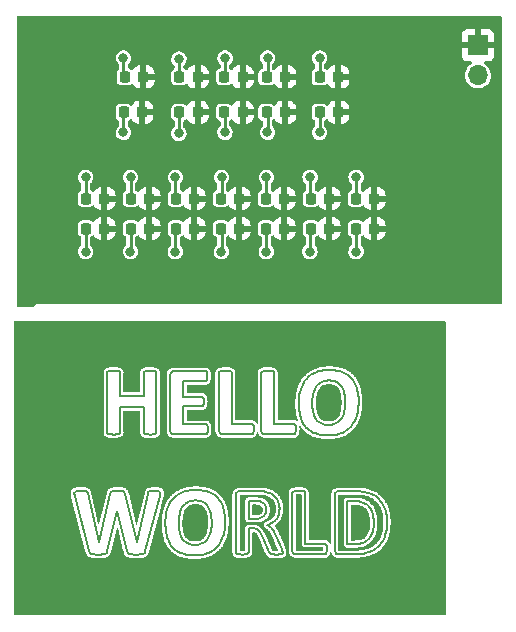
<source format=gbr>
%TF.GenerationSoftware,KiCad,Pcbnew,(6.0.2)*%
%TF.CreationDate,2022-03-09T20:11:30-08:00*%
%TF.ProjectId,IFLFU-test-all,49464c46-552d-4746-9573-742d616c6c2e,rev?*%
%TF.SameCoordinates,Original*%
%TF.FileFunction,Copper,L1,Top*%
%TF.FilePolarity,Positive*%
%FSLAX46Y46*%
G04 Gerber Fmt 4.6, Leading zero omitted, Abs format (unit mm)*
G04 Created by KiCad (PCBNEW (6.0.2)) date 2022-03-09 20:11:30*
%MOMM*%
%LPD*%
G01*
G04 APERTURE LIST*
G04 Aperture macros list*
%AMRoundRect*
0 Rectangle with rounded corners*
0 $1 Rounding radius*
0 $2 $3 $4 $5 $6 $7 $8 $9 X,Y pos of 4 corners*
0 Add a 4 corners polygon primitive as box body*
4,1,4,$2,$3,$4,$5,$6,$7,$8,$9,$2,$3,0*
0 Add four circle primitives for the rounded corners*
1,1,$1+$1,$2,$3*
1,1,$1+$1,$4,$5*
1,1,$1+$1,$6,$7*
1,1,$1+$1,$8,$9*
0 Add four rect primitives between the rounded corners*
20,1,$1+$1,$2,$3,$4,$5,0*
20,1,$1+$1,$4,$5,$6,$7,0*
20,1,$1+$1,$6,$7,$8,$9,0*
20,1,$1+$1,$8,$9,$2,$3,0*%
G04 Aperture macros list end*
%ADD10C,0.200000*%
%TA.AperFunction,SMDPad,CuDef*%
%ADD11RoundRect,0.218750X-0.218750X-0.256250X0.218750X-0.256250X0.218750X0.256250X-0.218750X0.256250X0*%
%TD*%
%TA.AperFunction,ComponentPad*%
%ADD12R,1.700000X1.700000*%
%TD*%
%TA.AperFunction,ComponentPad*%
%ADD13O,1.700000X1.700000*%
%TD*%
%TA.AperFunction,ViaPad*%
%ADD14C,0.800000*%
%TD*%
%TA.AperFunction,Conductor*%
%ADD15C,0.250000*%
%TD*%
G04 APERTURE END LIST*
D10*
X39101953Y-65830404D02*
X38934521Y-65797331D01*
X41621696Y-65660905D02*
X41142139Y-64466146D01*
X42696566Y-65805599D02*
X42514665Y-65834538D01*
X29105664Y-60451921D02*
X29287565Y-60487061D01*
X36032373Y-64867155D02*
X36204903Y-64752134D01*
X36353009Y-64611712D01*
X36466455Y-64462012D01*
X40249170Y-63631055D02*
X39910173Y-63631055D01*
X36700033Y-63864632D02*
X36736004Y-63647227D01*
X36756987Y-63444314D01*
X36767179Y-63234534D01*
X36768245Y-63139095D01*
X41702311Y-63469824D02*
X41853464Y-63613614D01*
X41900749Y-63670329D01*
X40991243Y-50382940D02*
X41080127Y-50329197D01*
X42245947Y-62820768D02*
X42108298Y-62973557D01*
X41943397Y-63106361D01*
X41919352Y-63122559D01*
X46518555Y-65572022D02*
X46487549Y-65712582D01*
X38822900Y-60811589D02*
X38866865Y-60609347D01*
X38915918Y-60549072D01*
X47169678Y-60811589D02*
X47213643Y-60609347D01*
X47262695Y-60549072D01*
X41919352Y-63122559D02*
X41739050Y-63225201D01*
X41553204Y-63303506D01*
X41477002Y-63329264D01*
X27172965Y-65842806D02*
X26969519Y-65840535D01*
X26790560Y-65832471D01*
X42514665Y-65834538D02*
X42308782Y-65841998D01*
X42188070Y-65842806D01*
X39910173Y-62816634D02*
X40464144Y-62816634D01*
X38822900Y-65669173D02*
X38822900Y-60811589D01*
X40689453Y-61311817D02*
X40485976Y-61300189D01*
X40397998Y-61299414D01*
X36247347Y-51160154D02*
X34337386Y-51160154D01*
X36394108Y-50934844D02*
X36363102Y-51065069D01*
X32390218Y-60509798D02*
X32429492Y-60644157D01*
X36443717Y-65720850D02*
X36225786Y-65795754D01*
X36027494Y-65845315D01*
X35818592Y-65881359D01*
X35599080Y-65903887D01*
X35368959Y-65912898D01*
X35329574Y-65913086D01*
X27912972Y-55509242D02*
X27912972Y-50457354D01*
X31001156Y-55509242D02*
X31001156Y-53347100D01*
X28723258Y-55670473D02*
X28517101Y-55682438D01*
X28458675Y-55682875D01*
X48802653Y-61320085D02*
X48252816Y-61320085D01*
X31090039Y-65700179D02*
X30959814Y-65791130D01*
X39794417Y-65797331D02*
X39629053Y-65830404D01*
X37909261Y-63081218D02*
X37905223Y-63285783D01*
X37889720Y-63522203D01*
X37862590Y-63748740D01*
X37823833Y-63965393D01*
X37773448Y-64172163D01*
X37743896Y-64271843D01*
X28975439Y-50382940D02*
X29000244Y-50457354D01*
X50400488Y-62394955D02*
X50334439Y-62199311D01*
X50237537Y-62003687D01*
X50115234Y-61828581D01*
X25167920Y-60873600D02*
X25129291Y-60674056D01*
X25126579Y-60640023D01*
X47492139Y-60468457D02*
X48864665Y-60468457D01*
X28458675Y-50283721D02*
X28660544Y-50290128D01*
X28723258Y-50296124D01*
X36383773Y-54901527D02*
X36414779Y-55031752D01*
X50869710Y-65177214D02*
X50704937Y-65313500D01*
X50525327Y-65432971D01*
X50330880Y-65535627D01*
X50121597Y-65621469D01*
X49995345Y-65662972D01*
X41477002Y-63329264D02*
X41655497Y-63434837D01*
X41702311Y-63469824D01*
X26445361Y-65700179D02*
X26383350Y-65541016D01*
X49207796Y-52921286D02*
X49203758Y-53125852D01*
X49188255Y-53362272D01*
X49161126Y-53588808D01*
X49122368Y-53805462D01*
X49071984Y-54012232D01*
X49042432Y-54111911D01*
X48864665Y-60468457D02*
X49082866Y-60472544D01*
X49290470Y-60484807D01*
X49525606Y-60510315D01*
X49745481Y-60547594D01*
X49950095Y-60596647D01*
X50078027Y-60635889D01*
X48819189Y-64958106D02*
X49033646Y-64950871D01*
X49253909Y-64925436D01*
X49451935Y-64881689D01*
X49571598Y-64842350D01*
X47330908Y-54707224D02*
X47503438Y-54592203D01*
X47651544Y-54451781D01*
X47764990Y-54302081D01*
X40158219Y-55658070D02*
X37706689Y-55658070D01*
X29426058Y-60695833D02*
X30434782Y-64763802D01*
X40530290Y-60468457D02*
X40733305Y-60470790D01*
X40877555Y-60476725D01*
X40158219Y-54760967D02*
X40230566Y-54783705D01*
X43616406Y-60542871D02*
X43705290Y-60489128D01*
X37743896Y-64271843D02*
X37676216Y-64463134D01*
X37582928Y-64672163D01*
X37474210Y-64865960D01*
X37350061Y-65044524D01*
X37251937Y-65162744D01*
X46727327Y-50213441D02*
X46950206Y-50219109D01*
X47163056Y-50236114D01*
X47365878Y-50264455D01*
X47589829Y-50311848D01*
X47800130Y-50374672D01*
X34337386Y-53297491D02*
X34337386Y-54806443D01*
X31960270Y-60443652D02*
X32164297Y-60448103D01*
X32243457Y-60453988D01*
X42055778Y-50457354D02*
X42055778Y-54760967D01*
X40869287Y-62760824D02*
X41055071Y-62678516D01*
X41158675Y-62603727D01*
X31546859Y-50283721D02*
X31752272Y-50290697D01*
X31807308Y-50296124D01*
X42188070Y-65842806D02*
X41982542Y-65838898D01*
X41911084Y-65834538D01*
X47351579Y-51240769D02*
X47154045Y-51164273D01*
X46947339Y-51122286D01*
X46739212Y-51106934D01*
X46690120Y-51106410D01*
X40230566Y-54783705D02*
X40282243Y-54858119D01*
X33985986Y-63122559D02*
X33990120Y-63336111D01*
X34002522Y-63538554D01*
X34026358Y-63753021D01*
X34052132Y-63910108D01*
X42144661Y-60945947D02*
X42276789Y-61102979D01*
X42380943Y-61281844D01*
X42419580Y-61371761D01*
X44763623Y-55091697D02*
X44635390Y-54936489D01*
X44521995Y-54763874D01*
X44423436Y-54573850D01*
X44339714Y-54366417D01*
X44298535Y-54240069D01*
X43810710Y-55633266D02*
X43738363Y-55658070D01*
X25672282Y-60443652D02*
X25874596Y-60445838D01*
X25980273Y-60449854D01*
X48550472Y-55002813D02*
X48400168Y-55154572D01*
X48235027Y-55289714D01*
X48055050Y-55408239D01*
X47860236Y-55510146D01*
X47742253Y-55560919D01*
X32088428Y-50457354D02*
X32088428Y-55509242D01*
X43862386Y-54858119D02*
X43893392Y-54994545D01*
X47262695Y-60549072D02*
X47450565Y-60470425D01*
X47492139Y-60468457D01*
X27933643Y-65541016D02*
X27875765Y-65696045D01*
X34337386Y-51160154D02*
X34337386Y-52466534D01*
X43872721Y-60456055D02*
X44078143Y-60444088D01*
X44135238Y-60443652D01*
X28888623Y-55637400D02*
X28723258Y-55670473D01*
X36332096Y-54829180D02*
X36383773Y-54901527D01*
X39910173Y-61299414D02*
X39910173Y-62816634D01*
X51436084Y-61944336D02*
X51505350Y-62163270D01*
X51551181Y-62362579D01*
X51584512Y-62572644D01*
X51605344Y-62793464D01*
X51613677Y-63025039D01*
X51613851Y-63064681D01*
X47998568Y-53704701D02*
X48034539Y-53487296D01*
X48055523Y-53284383D01*
X48065715Y-53074603D01*
X48066781Y-52979164D01*
X38448763Y-50382940D02*
X38475635Y-50457354D01*
X32061556Y-50382940D02*
X32088428Y-50457354D01*
X47800130Y-50374672D02*
X47996286Y-50453518D01*
X48177804Y-50548982D01*
X48344682Y-50661064D01*
X48517475Y-50809505D01*
X48577344Y-50870766D01*
X44399821Y-60456055D02*
X44565186Y-60489128D01*
X28196159Y-55670473D02*
X28028727Y-55637400D01*
X28181689Y-60695833D02*
X28225098Y-60567676D01*
X44135238Y-60443652D02*
X44337106Y-60450059D01*
X44399821Y-60456055D01*
X29785726Y-65791130D02*
X29665837Y-65700179D01*
X31280208Y-50296124D02*
X31488359Y-50284157D01*
X31546859Y-50283721D01*
X49048633Y-51716192D02*
X49102723Y-51914121D01*
X49145623Y-52124985D01*
X49177331Y-52348784D01*
X49197848Y-52585518D01*
X49206397Y-52792678D01*
X49207796Y-52921286D01*
X31001156Y-53347100D02*
X29000244Y-53347100D01*
X35362646Y-65015983D02*
X35577749Y-65004210D01*
X35792206Y-64963515D01*
X35980825Y-64893752D01*
X36032373Y-64867155D01*
X31493115Y-60491195D02*
X31658480Y-60453988D01*
X39629053Y-65830404D02*
X39422895Y-65842369D01*
X39364469Y-65842806D01*
X34337386Y-52466534D02*
X35953825Y-52466534D01*
X27206038Y-64763802D02*
X28181689Y-60695833D01*
X36332096Y-55635333D02*
X36263883Y-55658070D01*
X46435872Y-64943636D02*
X46487549Y-65018050D01*
X43810710Y-54783705D02*
X43862386Y-54858119D01*
X27757943Y-65789063D02*
X27555920Y-65831090D01*
X27538835Y-65832471D01*
X29287565Y-60487061D02*
X29380583Y-60563542D01*
X33576709Y-55658070D02*
X33383673Y-55604851D01*
X33347266Y-55577455D01*
X27912972Y-50457354D02*
X27939844Y-50382940D01*
X41332308Y-62361882D02*
X41383346Y-62163153D01*
X41390186Y-62047689D01*
X26151839Y-60478792D02*
X26230387Y-60544938D01*
X47775326Y-51621107D02*
X47641128Y-51452319D01*
X47477282Y-51314924D01*
X47351579Y-51240769D01*
X33254248Y-50651658D02*
X33298213Y-50449416D01*
X33347266Y-50389141D01*
X38915918Y-60549072D02*
X39103787Y-60470425D01*
X39145361Y-60468457D01*
X27201904Y-64763802D02*
X27206038Y-64763802D01*
X41510075Y-50283721D02*
X41711943Y-50290128D01*
X41774658Y-50296124D01*
X37477246Y-55577455D02*
X37388679Y-55389673D01*
X37384229Y-55314939D01*
X44143506Y-53016371D02*
X44149319Y-52777553D01*
X44166760Y-52547891D01*
X44195828Y-52327386D01*
X44236523Y-52116038D01*
X44288845Y-51913846D01*
X44308870Y-51848484D01*
X43738363Y-55658070D02*
X41286833Y-55658070D01*
X44680941Y-64920899D02*
X46363525Y-64920899D01*
X42076449Y-63939046D02*
X42168158Y-64121229D01*
X42237679Y-64280111D01*
X44680941Y-60617285D02*
X44680941Y-64920899D01*
X36363102Y-51065069D02*
X36313493Y-51137416D01*
X41390186Y-62047689D02*
X41370399Y-61846360D01*
X41298395Y-61647972D01*
X41270296Y-61601205D01*
X45350667Y-53750176D02*
X45400890Y-53958617D01*
X45468877Y-54147277D01*
X45564180Y-54331954D01*
X45573910Y-54347556D01*
X41900749Y-63670329D02*
X42018383Y-63839214D01*
X42076449Y-63939046D01*
X35953825Y-52466534D02*
X36022038Y-52489272D01*
X28196159Y-50296124D02*
X28401580Y-50284157D01*
X28458675Y-50283721D01*
X45538770Y-55589857D02*
X45342712Y-55510204D01*
X45161491Y-55414133D01*
X44995107Y-55301642D01*
X44823121Y-55152975D01*
X44763623Y-55091697D01*
X47742253Y-55560919D02*
X47524321Y-55635823D01*
X47326029Y-55685384D01*
X47117127Y-55721428D01*
X46897615Y-55743956D01*
X46667494Y-55752967D01*
X46628109Y-55753155D01*
X45609049Y-50407745D02*
X45827178Y-50332034D01*
X46025954Y-50281940D01*
X46235632Y-50245508D01*
X46456209Y-50222738D01*
X46687687Y-50213630D01*
X46727327Y-50213441D01*
X36383773Y-55562986D02*
X36332096Y-55635333D01*
X38475635Y-50457354D02*
X38475635Y-54760967D01*
X43893392Y-54994545D02*
X43903716Y-55195604D01*
X43903727Y-55203318D01*
X29380583Y-60563542D02*
X29426058Y-60695833D01*
X37929932Y-50283721D02*
X38131800Y-50290128D01*
X38194515Y-50296124D01*
X42770980Y-65563753D02*
X42791650Y-65677442D01*
X36414779Y-55432761D02*
X36383773Y-55562986D01*
X31001156Y-52421059D02*
X31001156Y-50457354D01*
X36104720Y-53082517D02*
X36073714Y-53208607D01*
X34697054Y-64885759D02*
X34895075Y-64959900D01*
X35103073Y-65000595D01*
X35313052Y-65015474D01*
X35362646Y-65015983D01*
X36247347Y-50308526D02*
X36313493Y-50329197D01*
X44800830Y-50965850D02*
X44951133Y-50814797D01*
X45116274Y-50679966D01*
X45296251Y-50561357D01*
X45491065Y-50458969D01*
X45609049Y-50407745D01*
X33254248Y-55314939D02*
X33254248Y-50651658D01*
X29665837Y-65700179D02*
X29607959Y-65541016D01*
X33465088Y-65251628D02*
X33336855Y-65096421D01*
X33223460Y-64923805D01*
X33124901Y-64733781D01*
X33041179Y-64526349D01*
X33000000Y-64400000D01*
X48066781Y-52979164D02*
X48062646Y-52773104D01*
X48048112Y-52552714D01*
X48023114Y-52344424D01*
X48000635Y-52212286D01*
X42055778Y-54760967D02*
X43738363Y-54760967D01*
X41747786Y-65803532D02*
X41663037Y-65745654D01*
X40877555Y-61344889D02*
X40689453Y-61311817D01*
X28752197Y-62151042D02*
X28743929Y-62151042D01*
X28491748Y-60453988D02*
X28701037Y-60444298D01*
X28789404Y-60443652D01*
X36313493Y-50329197D02*
X36363102Y-50401544D01*
X26565251Y-65791130D02*
X26445361Y-65700179D01*
X47169678Y-65474870D02*
X47169678Y-60811589D01*
X31028027Y-50382940D02*
X31114844Y-50329197D01*
X28028727Y-50329197D02*
X28196159Y-50296124D01*
X31658480Y-60453988D02*
X31868544Y-60444298D01*
X31960270Y-60443652D01*
X30443050Y-64763802D02*
X31381494Y-60679297D01*
X41774658Y-50296124D02*
X41940023Y-50329197D01*
X41057389Y-55577455D02*
X40968823Y-55389673D01*
X40964372Y-55314939D01*
X30389307Y-65842806D02*
X30188828Y-65840535D01*
X30011035Y-65832471D01*
X37384229Y-50457354D02*
X37411100Y-50382940D01*
X46363525Y-64920899D02*
X46435872Y-64943636D01*
X36414779Y-55031752D02*
X36425114Y-55232257D01*
X37278809Y-61030697D02*
X37408044Y-61185607D01*
X37522640Y-61357332D01*
X37622598Y-61545872D01*
X37707917Y-61751227D01*
X37750098Y-61876123D01*
X36476790Y-61781039D02*
X36342593Y-61612250D01*
X36178746Y-61474855D01*
X36053044Y-61400700D01*
X41706445Y-60654492D02*
X41889185Y-60747800D01*
X42062225Y-60870533D01*
X42144661Y-60945947D01*
X42446452Y-62425960D02*
X42368422Y-62622865D01*
X42262233Y-62798878D01*
X42245947Y-62820768D01*
X31807308Y-55670473D02*
X31603880Y-55682438D01*
X31546859Y-55682875D01*
X46628109Y-55753155D02*
X46399610Y-55747414D01*
X46182302Y-55730191D01*
X45976186Y-55701486D01*
X45749861Y-55653485D01*
X45538770Y-55589857D01*
X40788672Y-63843962D02*
X40627055Y-63719116D01*
X40555094Y-63684798D01*
X50489372Y-63101888D02*
X50482341Y-62892198D01*
X50461248Y-62691012D01*
X50421320Y-62477443D01*
X50400488Y-62394955D01*
X41911084Y-65834538D02*
X41747786Y-65803532D01*
X41663037Y-65745654D02*
X41621696Y-65660905D01*
X34337386Y-54806443D02*
X36263883Y-54806443D01*
X37384229Y-55314939D02*
X37384229Y-50457354D01*
X49042432Y-54111911D02*
X48974752Y-54303202D01*
X48881463Y-54512231D01*
X48772745Y-54706028D01*
X48648596Y-54884592D01*
X48550472Y-55002813D01*
X44298535Y-54240069D02*
X44245849Y-54039596D01*
X44204064Y-53825753D01*
X44173179Y-53598538D01*
X44155768Y-53398978D01*
X44145928Y-53190133D01*
X44143506Y-53016371D01*
X36263883Y-55658070D02*
X33576709Y-55658070D01*
X38934521Y-65797331D02*
X38847705Y-65743587D01*
X46487549Y-65018050D02*
X46518555Y-65154476D01*
X50388086Y-63912175D02*
X50437047Y-63707681D01*
X50469985Y-63484875D01*
X50485811Y-63271451D01*
X50489372Y-63101888D01*
X40464144Y-62816634D02*
X40668467Y-62804371D01*
X40869287Y-62760824D01*
X42028906Y-50382940D02*
X42055778Y-50457354D01*
X36073714Y-52559551D02*
X36104720Y-52687709D01*
X33010335Y-62008415D02*
X33078014Y-61819303D01*
X33171303Y-61612450D01*
X33280021Y-61420433D01*
X33404170Y-61243254D01*
X33502295Y-61125781D01*
X31114844Y-50329197D02*
X31280208Y-50296124D01*
X28225098Y-60567676D02*
X28316048Y-60491195D01*
X40555094Y-63684798D02*
X40353653Y-63636303D01*
X40249170Y-63631055D01*
X32061556Y-55583656D02*
X31972673Y-55637400D01*
X34275374Y-64507487D02*
X34408311Y-64676953D01*
X34571480Y-64813282D01*
X34697054Y-64885759D01*
X36363102Y-50401544D02*
X36394108Y-50533835D01*
X42514665Y-61936068D02*
X42503407Y-62146554D01*
X42466103Y-62355682D01*
X42446452Y-62425960D01*
X36768245Y-63139095D02*
X36764110Y-62933035D01*
X36749577Y-62712645D01*
X36724579Y-62504355D01*
X36702100Y-62372217D01*
X38475635Y-54760967D02*
X40158219Y-54760967D01*
X46518555Y-65154476D02*
X46528879Y-65355535D01*
X46528890Y-65363249D01*
X46690120Y-51106410D02*
X46475017Y-51118346D01*
X46260560Y-51159606D01*
X46071941Y-51230338D01*
X46020394Y-51257305D01*
X36115055Y-52884079D02*
X36104720Y-53082517D01*
X31280208Y-55670473D02*
X31114844Y-55637400D01*
X30959814Y-65791130D02*
X30761715Y-65830351D01*
X30736572Y-65832471D01*
X31381494Y-60679297D02*
X31414567Y-60565609D01*
X30736572Y-65832471D02*
X30525466Y-65841584D01*
X30389307Y-65842806D01*
X27875765Y-65696045D02*
X27757943Y-65789063D01*
X38194515Y-50296124D02*
X38359880Y-50329197D01*
X33347266Y-50389141D02*
X33535135Y-50310494D01*
X33576709Y-50308526D01*
X31028027Y-55583656D02*
X31001156Y-55509242D01*
X28743929Y-62151042D02*
X27933643Y-65541016D01*
X49571598Y-64842350D02*
X49769953Y-64748846D01*
X49944371Y-64627497D01*
X50082161Y-64493018D01*
X32088428Y-55509242D02*
X32061556Y-55583656D01*
X34240234Y-65749789D02*
X34044176Y-65670136D01*
X33862956Y-65574064D01*
X33696572Y-65461573D01*
X33524586Y-65312906D01*
X33465088Y-65251628D01*
X45586312Y-51660382D02*
X45484103Y-51843770D01*
X45404854Y-52047187D01*
X45352734Y-52249493D01*
X41940023Y-50329197D02*
X42028906Y-50382940D01*
X31001156Y-50457354D02*
X31028027Y-50382940D01*
X43911995Y-65818001D02*
X43718959Y-65764782D01*
X43682552Y-65737386D01*
X28723258Y-50296124D02*
X28888623Y-50329197D01*
X33576709Y-50308526D02*
X36247347Y-50308526D01*
X28316048Y-60491195D02*
X28491748Y-60453988D01*
X38847705Y-65743587D02*
X38822900Y-65669173D01*
X32429492Y-60644157D02*
X32394901Y-60848763D01*
X32386084Y-60886003D01*
X47764990Y-54302081D02*
X47867198Y-54115849D01*
X47940191Y-53929168D01*
X47994209Y-53725934D01*
X47998568Y-53704701D01*
X51421615Y-64323519D02*
X51343639Y-64512872D01*
X51237789Y-64716702D01*
X51115916Y-64902133D01*
X50978018Y-65069167D01*
X50869710Y-65177214D01*
X37706689Y-55658070D02*
X37513653Y-55604851D01*
X37477246Y-55577455D01*
X28975439Y-55583656D02*
X28888623Y-55637400D01*
X43903727Y-55203318D02*
X43894027Y-55406755D01*
X43893392Y-55412091D01*
X43893392Y-55412091D02*
X43862386Y-55552650D01*
X32386084Y-60886003D02*
X31158252Y-65541016D01*
X25343620Y-60453988D02*
X25549590Y-60444661D01*
X25672282Y-60443652D01*
X47262695Y-65737386D02*
X47174129Y-65549604D01*
X47169678Y-65474870D01*
X31972673Y-55637400D02*
X31807308Y-55670473D01*
X37499984Y-50329197D02*
X37667415Y-50296124D01*
X49610872Y-61454444D02*
X49399604Y-61383590D01*
X49177361Y-61342259D01*
X48954280Y-61323365D01*
X48802653Y-61320085D01*
X48000635Y-52212286D02*
X47950210Y-52006225D01*
X47873759Y-51801942D01*
X47775326Y-51621107D01*
X41158675Y-62603727D02*
X41290482Y-62445896D01*
X41332308Y-62361882D01*
X31546859Y-55682875D02*
X31343921Y-55676468D01*
X31280208Y-55670473D01*
X31414567Y-60565609D02*
X31493115Y-60491195D01*
X40282243Y-54858119D02*
X40313249Y-54994545D01*
X45995589Y-54725828D02*
X46193610Y-54799969D01*
X46401608Y-54840664D01*
X46611588Y-54855543D01*
X46661182Y-54856052D01*
X46487549Y-65712582D02*
X46435872Y-65793197D01*
X29607959Y-65541016D02*
X28752197Y-62151042D01*
X37411100Y-50382940D02*
X37499984Y-50329197D01*
X35329574Y-65913086D02*
X35101075Y-65907345D01*
X34883767Y-65890122D01*
X34677651Y-65861417D01*
X34451326Y-65813417D01*
X34240234Y-65749789D01*
X29000244Y-50457354D02*
X29000244Y-52421059D01*
X26790560Y-65832471D02*
X26592552Y-65800314D01*
X26565251Y-65791130D01*
X36073714Y-53208607D02*
X36022038Y-53276820D01*
X43705290Y-60489128D02*
X43872721Y-60456055D01*
X37251937Y-65162744D02*
X37101633Y-65314503D01*
X36936492Y-65449645D01*
X36756515Y-65568170D01*
X36561700Y-65670077D01*
X36443717Y-65720850D01*
X31158252Y-65541016D02*
X31090039Y-65700179D01*
X40964372Y-55314939D02*
X40964372Y-50457354D01*
X39364469Y-65842806D02*
X39157892Y-65835829D01*
X39101953Y-65830404D01*
X35953825Y-53297491D02*
X34337386Y-53297491D01*
X36466455Y-64462012D02*
X36568663Y-64275780D01*
X36641656Y-64089099D01*
X36695674Y-63885865D01*
X36700033Y-63864632D01*
X36425114Y-55232257D02*
X36414779Y-55432761D01*
X25174121Y-60509798D02*
X25343620Y-60453988D01*
X28888623Y-50329197D02*
X28975439Y-50382940D01*
X46435872Y-65793197D02*
X46363525Y-65818001D01*
X33347266Y-55577455D02*
X33258699Y-55389673D01*
X33254248Y-55314939D01*
X27538835Y-65832471D02*
X27330998Y-65841352D01*
X27172965Y-65842806D01*
X28789404Y-60443652D02*
X28996628Y-60446567D01*
X29105664Y-60451921D01*
X46661182Y-54856052D02*
X46876284Y-54844279D01*
X47090741Y-54803584D01*
X47279360Y-54733821D01*
X47330908Y-54707224D01*
X34052132Y-63910108D02*
X34102354Y-64118549D01*
X34170341Y-64307208D01*
X34265644Y-64491885D01*
X34275374Y-64507487D01*
X48252816Y-61320085D02*
X48252816Y-64958106D01*
X50078027Y-60635889D02*
X50288455Y-60716855D01*
X50483848Y-60813251D01*
X50664207Y-60925078D01*
X50829532Y-61052336D01*
X50917253Y-61131983D01*
X36501595Y-60534603D02*
X36697751Y-60613449D01*
X36879269Y-60708914D01*
X37046147Y-60820995D01*
X37218940Y-60969436D01*
X37278809Y-61030697D01*
X40313249Y-55412091D02*
X40282243Y-55552650D01*
X29000244Y-52421059D02*
X31001156Y-52421059D01*
X36104720Y-52687709D02*
X36115055Y-52884079D01*
X40397998Y-61299414D02*
X39910173Y-61299414D01*
X51613851Y-63064681D02*
X51609157Y-63289443D01*
X51595077Y-63503809D01*
X51571611Y-63707780D01*
X51531061Y-63938822D01*
X51476995Y-64154894D01*
X51421615Y-64323519D01*
X28458675Y-55682875D02*
X28252098Y-55675898D01*
X28196159Y-55670473D01*
X44654069Y-60542871D02*
X44680941Y-60617285D01*
X48252816Y-64958106D02*
X48819189Y-64958106D01*
X48577344Y-50870766D02*
X48706579Y-51025676D01*
X48821176Y-51197401D01*
X48921133Y-51385941D01*
X49006452Y-51591296D01*
X49048633Y-51716192D01*
X32243457Y-60453988D02*
X32390218Y-60509798D01*
X36404443Y-50738474D02*
X36394108Y-50934844D01*
X45573910Y-54347556D02*
X45706846Y-54517022D01*
X45870015Y-54653351D01*
X45995589Y-54725828D01*
X43589535Y-65474870D02*
X43589535Y-60617285D01*
X26263460Y-60666895D02*
X27201904Y-64763802D01*
X40313249Y-54994545D02*
X40323573Y-55195604D01*
X40323584Y-55203318D01*
X39910173Y-65669173D02*
X39883301Y-65743587D01*
X50115234Y-61828581D02*
X49967040Y-61676189D01*
X49792466Y-61548712D01*
X49610872Y-61454444D01*
X36053044Y-61400700D02*
X35855510Y-61324204D01*
X35648804Y-61282217D01*
X35440677Y-61266865D01*
X35391585Y-61266341D01*
X42791650Y-65677442D02*
X42775114Y-65753923D01*
X37750098Y-61876123D02*
X37804188Y-62074052D01*
X37847088Y-62284916D01*
X37878796Y-62508715D01*
X37899313Y-62745450D01*
X37907862Y-62952610D01*
X37909261Y-63081218D01*
X41270296Y-61601205D02*
X41124289Y-61454290D01*
X40943377Y-61365172D01*
X40877555Y-61344889D01*
X49995345Y-65662972D02*
X49795430Y-65715657D01*
X49581707Y-65757442D01*
X49354177Y-65788327D01*
X49154022Y-65805738D01*
X48944278Y-65815578D01*
X48769580Y-65818001D01*
X30434782Y-64763802D02*
X30443050Y-64763802D01*
X34054199Y-62409424D02*
X34018227Y-62623840D01*
X33997243Y-62823374D01*
X33987051Y-63029121D01*
X33985986Y-63122559D01*
X27939844Y-50382940D02*
X28028727Y-50329197D01*
X28028727Y-55637400D02*
X27939844Y-55583656D01*
X35428792Y-60373373D02*
X35651671Y-60379041D01*
X35864521Y-60396045D01*
X36067343Y-60424387D01*
X36291294Y-60471779D01*
X36501595Y-60534603D01*
X43682552Y-65737386D02*
X43593985Y-65549604D01*
X43589535Y-65474870D01*
X39145361Y-60468457D02*
X40530290Y-60468457D01*
X25980273Y-60449854D02*
X26151839Y-60478792D01*
X25126579Y-60640023D02*
X25174121Y-60509798D01*
X45352734Y-52249493D02*
X45316762Y-52463909D01*
X45295778Y-52663443D01*
X45285586Y-52869190D01*
X45284521Y-52962628D01*
X40282243Y-55552650D02*
X40230566Y-55633266D01*
X39883301Y-65743587D02*
X39794417Y-65797331D01*
X43862386Y-55552650D02*
X43810710Y-55633266D01*
X36022038Y-52489272D02*
X36073714Y-52559551D01*
X40230566Y-55633266D02*
X40158219Y-55658070D01*
X31972673Y-50329197D02*
X32061556Y-50382940D01*
X36394108Y-50533835D02*
X36404443Y-50738474D01*
X44565186Y-60489128D02*
X44654069Y-60542871D01*
X40323584Y-55203318D02*
X40313884Y-55406755D01*
X40313249Y-55412091D01*
X41125602Y-60497396D02*
X41339722Y-60536476D01*
X41538698Y-60591188D01*
X41706445Y-60654492D01*
X42775114Y-65753923D02*
X42696566Y-65805599D01*
X42688298Y-65334310D02*
X42758060Y-65522282D01*
X42770980Y-65563753D01*
X26230387Y-60544938D02*
X26263460Y-60666895D01*
X29000244Y-53347100D02*
X29000244Y-55509242D01*
X44308870Y-51848484D02*
X44376549Y-51659372D01*
X44469838Y-51452519D01*
X44578556Y-51260502D01*
X44702705Y-51083323D01*
X44800830Y-50965850D01*
X41142139Y-64466146D02*
X41056356Y-64274943D01*
X40972640Y-64106478D01*
X26383350Y-65541016D02*
X25167920Y-60873600D01*
X41247559Y-50296124D02*
X41452980Y-50284157D01*
X41510075Y-50283721D01*
X43738363Y-54760967D02*
X43810710Y-54783705D01*
X29000244Y-55509242D02*
X28975439Y-55583656D01*
X40972640Y-64106478D02*
X40862020Y-63930293D01*
X40788672Y-63843962D01*
X48769580Y-65818001D02*
X47492139Y-65818001D01*
X41286833Y-55658070D02*
X41093796Y-55604851D01*
X41057389Y-55577455D01*
X32844971Y-63176302D02*
X32850784Y-62937484D01*
X32868225Y-62707822D01*
X32897293Y-62487317D01*
X32937988Y-62275969D01*
X32990310Y-62073777D01*
X33010335Y-62008415D01*
X31807308Y-50296124D02*
X31972673Y-50329197D01*
X40964372Y-50457354D02*
X40991243Y-50382940D01*
X42237679Y-64280111D02*
X42688298Y-65334310D01*
X46528890Y-65363249D02*
X46519190Y-65566686D01*
X46518555Y-65572022D01*
X36263883Y-54806443D02*
X36332096Y-54829180D01*
X27939844Y-55583656D02*
X27912972Y-55509242D01*
X34310514Y-60567676D02*
X34528643Y-60491965D01*
X34727419Y-60441872D01*
X34937097Y-60405440D01*
X35157674Y-60382670D01*
X35389152Y-60373562D01*
X35428792Y-60373373D01*
X30011035Y-65832471D02*
X29813027Y-65800314D01*
X29785726Y-65791130D01*
X50082161Y-64493018D02*
X50210637Y-64318999D01*
X50306239Y-64137485D01*
X50381654Y-63933768D01*
X50388086Y-63912175D01*
X35391585Y-61266341D02*
X35176482Y-61278277D01*
X34962025Y-61319537D01*
X34773406Y-61390269D01*
X34721859Y-61417236D01*
X36022038Y-53276820D02*
X35953825Y-53297491D01*
X41080127Y-50329197D02*
X41247559Y-50296124D01*
X50917253Y-61131983D02*
X51058654Y-61283190D01*
X51184428Y-61449235D01*
X51294573Y-61630117D01*
X51389090Y-61825835D01*
X51436084Y-61944336D01*
X42419580Y-61371761D02*
X42477522Y-61566419D01*
X42508722Y-61781426D01*
X42514665Y-61936068D01*
X31114844Y-55637400D02*
X31028027Y-55583656D01*
X46020394Y-51257305D02*
X45847863Y-51373014D01*
X45699757Y-51512659D01*
X45586312Y-51660382D01*
X33000000Y-64400000D02*
X32947314Y-64199527D01*
X32905529Y-63985684D01*
X32874644Y-63758469D01*
X32857233Y-63558909D01*
X32847393Y-63350064D01*
X32844971Y-63176302D01*
X46363525Y-65818001D02*
X43911995Y-65818001D01*
X47492139Y-65818001D02*
X47299102Y-65764782D01*
X47262695Y-65737386D01*
X40877555Y-60476725D02*
X41082872Y-60492890D01*
X41125602Y-60497396D01*
X33502295Y-61125781D02*
X33652598Y-60974728D01*
X33817739Y-60839897D01*
X33997716Y-60721288D01*
X34192530Y-60618900D01*
X34310514Y-60567676D01*
X38359880Y-50329197D02*
X38448763Y-50382940D01*
X43589535Y-60617285D02*
X43616406Y-60542871D01*
X34287777Y-61820313D02*
X34185568Y-62003701D01*
X34106319Y-62207118D01*
X34054199Y-62409424D01*
X36702100Y-62372217D02*
X36651674Y-62166157D01*
X36575223Y-61961873D01*
X36476790Y-61781039D01*
X45284521Y-52962628D02*
X45288655Y-53176180D01*
X45301057Y-53378623D01*
X45324893Y-53593090D01*
X45350667Y-53750176D01*
X37667415Y-50296124D02*
X37872837Y-50284157D01*
X37929932Y-50283721D01*
X36313493Y-51137416D02*
X36247347Y-51160154D01*
X39910173Y-63631055D02*
X39910173Y-65669173D01*
X34721859Y-61417236D02*
X34549328Y-61532945D01*
X34401222Y-61672590D01*
X34287777Y-61820313D01*
D11*
%TO.P,D24,2,A*%
%TO.N,VCC*%
X50547500Y-38240000D03*
%TO.P,D24,1,K*%
%TO.N,GND*%
X48972500Y-38240000D03*
%TD*%
%TO.P,D23,2,A*%
%TO.N,VCC*%
X46737500Y-38240000D03*
%TO.P,D23,1,K*%
%TO.N,GND*%
X45162500Y-38240000D03*
%TD*%
%TO.P,D22,2,A*%
%TO.N,VCC*%
X42927500Y-38240000D03*
%TO.P,D22,1,K*%
%TO.N,GND*%
X41352500Y-38240000D03*
%TD*%
%TO.P,D21,2,A*%
%TO.N,VCC*%
X39117500Y-38240000D03*
%TO.P,D21,1,K*%
%TO.N,GND*%
X37542500Y-38240000D03*
%TD*%
%TO.P,D20,2,A*%
%TO.N,VCC*%
X35307500Y-38240000D03*
%TO.P,D20,1,K*%
%TO.N,GND*%
X33732500Y-38240000D03*
%TD*%
%TO.P,D19,2,A*%
%TO.N,VCC*%
X31497500Y-38240000D03*
%TO.P,D19,1,K*%
%TO.N,GND*%
X29922500Y-38240000D03*
%TD*%
%TO.P,D18,2,A*%
%TO.N,VCC*%
X27687500Y-38240000D03*
%TO.P,D18,1,K*%
%TO.N,GND*%
X26112500Y-38240000D03*
%TD*%
%TO.P,D17,2,A*%
%TO.N,VCC*%
X50547500Y-35700000D03*
%TO.P,D17,1,K*%
%TO.N,GND*%
X48972500Y-35700000D03*
%TD*%
%TO.P,D16,2,A*%
%TO.N,VCC*%
X46737500Y-35700000D03*
%TO.P,D16,1,K*%
%TO.N,GND*%
X45162500Y-35700000D03*
%TD*%
%TO.P,D15,2,A*%
%TO.N,VCC*%
X42927500Y-35700000D03*
%TO.P,D15,1,K*%
%TO.N,GND*%
X41352500Y-35700000D03*
%TD*%
%TO.P,D14,2,A*%
%TO.N,VCC*%
X39117500Y-35700000D03*
%TO.P,D14,1,K*%
%TO.N,GND*%
X37542500Y-35700000D03*
%TD*%
%TO.P,D13,2,A*%
%TO.N,VCC*%
X35307500Y-35700000D03*
%TO.P,D13,1,K*%
%TO.N,GND*%
X33732500Y-35700000D03*
%TD*%
%TO.P,D12,2,A*%
%TO.N,VCC*%
X31497500Y-35700000D03*
%TO.P,D12,1,K*%
%TO.N,GND*%
X29922500Y-35700000D03*
%TD*%
%TO.P,D11,2,A*%
%TO.N,VCC*%
X27687500Y-35700000D03*
%TO.P,D11,1,K*%
%TO.N,GND*%
X26112500Y-35700000D03*
%TD*%
D12*
%TO.P,J1,1,Pin_1*%
%TO.N,VCC*%
X59300000Y-22725000D03*
D13*
%TO.P,J1,2,Pin_2*%
%TO.N,GND*%
X59300000Y-25265000D03*
%TD*%
D11*
%TO.P,D10,1,K*%
%TO.N,GND*%
X45912500Y-28400000D03*
%TO.P,D10,2,A*%
%TO.N,VCC*%
X47487500Y-28400000D03*
%TD*%
%TO.P,D9,1,K*%
%TO.N,GND*%
X45912500Y-25400000D03*
%TO.P,D9,2,A*%
%TO.N,VCC*%
X47487500Y-25400000D03*
%TD*%
%TO.P,D8,1,K*%
%TO.N,GND*%
X41412500Y-28400000D03*
%TO.P,D8,2,A*%
%TO.N,VCC*%
X42987500Y-28400000D03*
%TD*%
%TO.P,D7,1,K*%
%TO.N,GND*%
X41412500Y-25400000D03*
%TO.P,D7,2,A*%
%TO.N,VCC*%
X42987500Y-25400000D03*
%TD*%
%TO.P,D6,1,K*%
%TO.N,GND*%
X37812500Y-28400000D03*
%TO.P,D6,2,A*%
%TO.N,VCC*%
X39387500Y-28400000D03*
%TD*%
%TO.P,D5,1,K*%
%TO.N,GND*%
X37812500Y-25400000D03*
%TO.P,D5,2,A*%
%TO.N,VCC*%
X39387500Y-25400000D03*
%TD*%
%TO.P,D4,2,A*%
%TO.N,VCC*%
X35587500Y-28400000D03*
%TO.P,D4,1,K*%
%TO.N,GND*%
X34012500Y-28400000D03*
%TD*%
%TO.P,D3,1,K*%
%TO.N,GND*%
X34012500Y-25400000D03*
%TO.P,D3,2,A*%
%TO.N,VCC*%
X35587500Y-25400000D03*
%TD*%
%TO.P,D2,1,K*%
%TO.N,GND*%
X29312500Y-28400000D03*
%TO.P,D2,2,A*%
%TO.N,VCC*%
X30887500Y-28400000D03*
%TD*%
%TO.P,D1,1,K*%
%TO.N,GND*%
X29412500Y-25400000D03*
%TO.P,D1,2,A*%
%TO.N,VCC*%
X30987500Y-25400000D03*
%TD*%
D14*
%TO.N,GND*%
X48987500Y-40187500D03*
X49000000Y-33900000D03*
X45087500Y-40187500D03*
X45100000Y-33900000D03*
X41387500Y-40187500D03*
X41400000Y-33900000D03*
X37587500Y-40187500D03*
X37600000Y-33900000D03*
X33687500Y-40187500D03*
X33700000Y-33900000D03*
X29887500Y-40187500D03*
X29900000Y-33900000D03*
X26087500Y-40187500D03*
X26100000Y-33900000D03*
X29287500Y-30087500D03*
X29300000Y-23800000D03*
X33987500Y-30187500D03*
X34000000Y-23900000D03*
X37887500Y-30087500D03*
X37900000Y-23800000D03*
X41487500Y-30087500D03*
X41500000Y-23800000D03*
X45900000Y-30100000D03*
X45912500Y-23812500D03*
%TD*%
D15*
%TO.N,GND*%
X49000000Y-35487500D02*
X49000000Y-33900000D01*
X49000000Y-38487500D02*
X49000000Y-40175000D01*
X45100000Y-35487500D02*
X45100000Y-33900000D01*
X45100000Y-38487500D02*
X45100000Y-40175000D01*
X41400000Y-35487500D02*
X41400000Y-33900000D01*
X41400000Y-38487500D02*
X41400000Y-40175000D01*
X37600000Y-35487500D02*
X37600000Y-33900000D01*
X37600000Y-38487500D02*
X37600000Y-40175000D01*
X33700000Y-35487500D02*
X33700000Y-33900000D01*
X33700000Y-38487500D02*
X33700000Y-40175000D01*
X29900000Y-35487500D02*
X29900000Y-33900000D01*
X29900000Y-38487500D02*
X29900000Y-40175000D01*
X26100000Y-35487500D02*
X26100000Y-33900000D01*
X26100000Y-38487500D02*
X26100000Y-40175000D01*
X29300000Y-25387500D02*
X29300000Y-23800000D01*
X29300000Y-28387500D02*
X29300000Y-30075000D01*
X34000000Y-25487500D02*
X34000000Y-23900000D01*
X34000000Y-28487500D02*
X34000000Y-30175000D01*
X37900000Y-25387500D02*
X37900000Y-23800000D01*
X37900000Y-28387500D02*
X37900000Y-30075000D01*
X41500000Y-25387500D02*
X41500000Y-23800000D01*
X41500000Y-28387500D02*
X41500000Y-30075000D01*
X45912500Y-30087500D02*
X45900000Y-30100000D01*
X45912500Y-28400000D02*
X45912500Y-30087500D01*
X45912500Y-25400000D02*
X45912500Y-23812500D01*
%TD*%
%TA.AperFunction,NonConductor*%
G36*
X46710561Y-51406645D02*
G01*
X46725022Y-51406800D01*
X46728103Y-51406930D01*
X46832028Y-51414596D01*
X46903185Y-51419845D01*
X46909324Y-51420691D01*
X46969598Y-51432934D01*
X47065343Y-51452382D01*
X47073284Y-51454708D01*
X47216572Y-51510197D01*
X47223774Y-51513686D01*
X47245150Y-51526296D01*
X47300030Y-51558671D01*
X47306604Y-51563319D01*
X47421369Y-51659556D01*
X47428231Y-51666599D01*
X47449936Y-51693899D01*
X47521640Y-51784086D01*
X47526322Y-51791154D01*
X47598533Y-51923814D01*
X47601388Y-51930066D01*
X47662009Y-52092051D01*
X47663713Y-52097578D01*
X47706267Y-52271474D01*
X47706977Y-52274903D01*
X47725926Y-52386290D01*
X47726271Y-52388669D01*
X47749134Y-52579166D01*
X47749377Y-52581781D01*
X47756199Y-52685225D01*
X47762771Y-52784883D01*
X47762771Y-52784889D01*
X47762866Y-52787115D01*
X47766533Y-52969819D01*
X47766732Y-52979739D01*
X47766739Y-52981239D01*
X47766374Y-53013893D01*
X47765806Y-53064743D01*
X47765751Y-53066573D01*
X47756338Y-53260323D01*
X47756136Y-53262986D01*
X47737224Y-53445859D01*
X47736827Y-53448817D01*
X47703689Y-53649096D01*
X47703348Y-53650938D01*
X47702345Y-53655827D01*
X47701708Y-53658533D01*
X47692701Y-53692420D01*
X47655324Y-53833041D01*
X47653604Y-53838297D01*
X47596018Y-53985576D01*
X47593340Y-53991304D01*
X47530088Y-54106555D01*
X47514322Y-54135282D01*
X47510419Y-54141302D01*
X47479470Y-54182142D01*
X47429717Y-54247794D01*
X47424379Y-54253755D01*
X47350910Y-54323412D01*
X47318707Y-54353944D01*
X47312175Y-54359156D01*
X47180732Y-54446786D01*
X47176019Y-54449561D01*
X47160753Y-54457438D01*
X47155287Y-54459848D01*
X47027646Y-54507058D01*
X47014027Y-54512095D01*
X47006164Y-54514279D01*
X46843169Y-54545209D01*
X46836712Y-54545995D01*
X46815217Y-54547172D01*
X46656079Y-54555882D01*
X46652924Y-54555952D01*
X46633500Y-54555752D01*
X46625216Y-54555667D01*
X46622257Y-54555547D01*
X46565167Y-54551502D01*
X46444154Y-54542927D01*
X46438221Y-54542140D01*
X46313934Y-54517823D01*
X46279543Y-54511094D01*
X46271773Y-54508896D01*
X46153132Y-54464475D01*
X46127842Y-54455006D01*
X46120530Y-54451556D01*
X46046119Y-54408609D01*
X46039196Y-54403773D01*
X45983013Y-54356832D01*
X45927362Y-54310335D01*
X45920234Y-54302984D01*
X45825437Y-54182137D01*
X45820450Y-54174370D01*
X45763180Y-54063393D01*
X45745929Y-54029965D01*
X45743376Y-54024108D01*
X45730553Y-53988525D01*
X45689603Y-53874890D01*
X45688066Y-53869762D01*
X45687874Y-53868962D01*
X45646444Y-53697015D01*
X45645337Y-53692420D01*
X45644621Y-53688876D01*
X45622403Y-53553470D01*
X45622056Y-53550948D01*
X45600175Y-53354067D01*
X45599967Y-53351651D01*
X45592311Y-53226678D01*
X45588540Y-53165127D01*
X45588458Y-53163099D01*
X45588407Y-53160433D01*
X45586128Y-53042726D01*
X45584569Y-52962175D01*
X45584563Y-52960669D01*
X45585237Y-52901564D01*
X45585492Y-52879223D01*
X45585548Y-52877378D01*
X45585935Y-52869576D01*
X45594933Y-52687920D01*
X45595142Y-52685225D01*
X45599470Y-52644075D01*
X45602923Y-52611238D01*
X45613994Y-52505962D01*
X45614400Y-52502980D01*
X45646116Y-52313929D01*
X45646990Y-52309811D01*
X45655984Y-52274903D01*
X45690169Y-52142215D01*
X45691962Y-52136654D01*
X45699108Y-52118313D01*
X45742371Y-52007264D01*
X45754949Y-51974978D01*
X45757805Y-51968911D01*
X45835902Y-51828787D01*
X45839840Y-51822797D01*
X45843812Y-51817625D01*
X45920660Y-51717557D01*
X45925901Y-51711758D01*
X46032644Y-51611113D01*
X46038966Y-51606070D01*
X46171712Y-51517043D01*
X46176285Y-51514323D01*
X46191941Y-51506134D01*
X46197433Y-51503679D01*
X46284558Y-51471007D01*
X46338265Y-51450867D01*
X46346213Y-51448629D01*
X46508590Y-51417389D01*
X46515132Y-51416582D01*
X46544253Y-51414966D01*
X46695235Y-51406588D01*
X46698453Y-51406516D01*
X46710561Y-51406645D01*
G37*
%TD.AperFunction*%
%TA.AperFunction,NonConductor*%
G36*
X48799937Y-61620096D02*
G01*
X48936830Y-61623057D01*
X48939905Y-61623221D01*
X48982421Y-61626822D01*
X49134755Y-61639724D01*
X49139571Y-61640374D01*
X49215914Y-61654572D01*
X49320741Y-61674067D01*
X49327362Y-61675784D01*
X49373940Y-61691405D01*
X49489754Y-61730246D01*
X49496740Y-61733210D01*
X49630678Y-61802738D01*
X49636992Y-61806651D01*
X49766301Y-61901076D01*
X49772533Y-61906487D01*
X49880436Y-62017447D01*
X49885479Y-62023550D01*
X49934543Y-62093796D01*
X49975767Y-62152818D01*
X49976600Y-62154011D01*
X49980334Y-62160316D01*
X50007076Y-62214301D01*
X50055190Y-62311433D01*
X50057708Y-62317510D01*
X50091676Y-62418127D01*
X50109790Y-62471780D01*
X50111884Y-62477984D01*
X50112966Y-62481659D01*
X50126552Y-62535454D01*
X50127779Y-62540314D01*
X50128434Y-62543299D01*
X50160008Y-62712182D01*
X50163778Y-62732348D01*
X50164345Y-62736238D01*
X50181190Y-62896902D01*
X50182686Y-62911172D01*
X50182924Y-62914626D01*
X50188252Y-63073515D01*
X50189221Y-63102419D01*
X50189238Y-63105090D01*
X50186071Y-63255893D01*
X50185948Y-63258488D01*
X50171745Y-63450023D01*
X50171352Y-63453565D01*
X50142524Y-63648570D01*
X50141704Y-63652813D01*
X50122886Y-63731413D01*
X50104045Y-63810107D01*
X50098546Y-63833073D01*
X50097859Y-63835634D01*
X50097439Y-63837044D01*
X50097378Y-63837250D01*
X50096371Y-63840268D01*
X50092464Y-63850821D01*
X50032799Y-64011993D01*
X50030201Y-64017816D01*
X49957522Y-64155808D01*
X49953588Y-64162078D01*
X49911007Y-64219753D01*
X49868015Y-64277986D01*
X49857598Y-64292095D01*
X49852403Y-64298057D01*
X49763956Y-64384379D01*
X49755536Y-64392597D01*
X49749297Y-64397752D01*
X49733078Y-64409036D01*
X49622646Y-64485867D01*
X49615556Y-64489966D01*
X49463097Y-64561836D01*
X49457520Y-64564057D01*
X49374846Y-64591236D01*
X49370136Y-64592527D01*
X49276696Y-64613169D01*
X49206680Y-64628636D01*
X49201731Y-64629467D01*
X49013315Y-64651224D01*
X49009346Y-64651519D01*
X48814947Y-64658078D01*
X48813295Y-64658106D01*
X48601816Y-64658106D01*
X48567168Y-64643754D01*
X48552816Y-64609106D01*
X48552816Y-61669085D01*
X48567168Y-61634437D01*
X48601816Y-61620085D01*
X48798877Y-61620085D01*
X48799937Y-61620096D01*
G37*
%TD.AperFunction*%
%TA.AperFunction,NonConductor*%
G36*
X48862324Y-60768466D02*
G01*
X49070228Y-60772360D01*
X49072176Y-60772436D01*
X49135013Y-60776147D01*
X49264237Y-60783780D01*
X49266633Y-60783981D01*
X49482853Y-60807438D01*
X49485759Y-60807841D01*
X49683758Y-60841411D01*
X49686991Y-60842072D01*
X49869572Y-60885843D01*
X49872500Y-60886641D01*
X49912962Y-60899053D01*
X49978426Y-60919134D01*
X49981652Y-60920248D01*
X50165896Y-60991139D01*
X50169979Y-60992928D01*
X50257900Y-61036303D01*
X50332940Y-61073323D01*
X50335966Y-61074816D01*
X50340104Y-61077112D01*
X50491138Y-61170757D01*
X50495197Y-61173567D01*
X50552230Y-61217468D01*
X50635307Y-61281416D01*
X50638357Y-61283968D01*
X50705034Y-61344508D01*
X50707884Y-61347316D01*
X50826636Y-61474302D01*
X50827164Y-61474867D01*
X50830431Y-61478744D01*
X50934608Y-61616277D01*
X50937397Y-61620375D01*
X50965222Y-61666070D01*
X51029523Y-61771666D01*
X51031796Y-61775842D01*
X51069237Y-61853371D01*
X51110264Y-61938325D01*
X51113451Y-61944925D01*
X51114873Y-61948165D01*
X51149443Y-62035338D01*
X51152630Y-62043374D01*
X51153799Y-62046657D01*
X51215090Y-62240384D01*
X51216126Y-62244183D01*
X51256125Y-62418127D01*
X51256766Y-62421429D01*
X51286489Y-62608756D01*
X51286877Y-62611832D01*
X51288217Y-62626042D01*
X51305718Y-62811546D01*
X51305903Y-62814386D01*
X51313671Y-63030272D01*
X51313703Y-63031819D01*
X51313834Y-63061630D01*
X51313823Y-63062868D01*
X51309386Y-63275355D01*
X51309292Y-63277544D01*
X51296281Y-63475631D01*
X51296065Y-63478019D01*
X51274758Y-63663231D01*
X51274341Y-63666102D01*
X51237737Y-63874658D01*
X51237010Y-63878081D01*
X51189186Y-64069214D01*
X51189025Y-64069856D01*
X51188047Y-64073241D01*
X51141449Y-64215126D01*
X51140589Y-64217745D01*
X51139348Y-64221104D01*
X51079764Y-64365796D01*
X51072112Y-64384379D01*
X51070291Y-64388300D01*
X50981170Y-64559916D01*
X50979803Y-64562548D01*
X50977267Y-64566875D01*
X50877594Y-64718529D01*
X50875643Y-64721497D01*
X50872485Y-64725776D01*
X50768309Y-64851963D01*
X50757390Y-64865189D01*
X50754220Y-64868672D01*
X50669336Y-64953352D01*
X50665972Y-64956408D01*
X50533094Y-65066314D01*
X50527745Y-65070738D01*
X50523655Y-65073777D01*
X50375770Y-65172146D01*
X50373892Y-65173395D01*
X50369630Y-65175928D01*
X50205719Y-65262462D01*
X50201438Y-65264465D01*
X50119780Y-65297959D01*
X50019311Y-65339169D01*
X50016038Y-65340375D01*
X49974516Y-65354025D01*
X49911585Y-65374712D01*
X49908770Y-65375545D01*
X49786692Y-65407717D01*
X49732107Y-65422102D01*
X49729887Y-65422687D01*
X49726806Y-65423394D01*
X49619222Y-65444428D01*
X49534112Y-65461068D01*
X49531301Y-65461533D01*
X49322160Y-65489922D01*
X49319815Y-65490183D01*
X49134940Y-65506265D01*
X49132990Y-65506395D01*
X48935957Y-65515638D01*
X48934341Y-65515687D01*
X48767873Y-65517996D01*
X48767193Y-65518001D01*
X47539367Y-65518001D01*
X47526344Y-65516239D01*
X47506362Y-65510730D01*
X47475067Y-65484394D01*
X47474360Y-65482895D01*
X47469678Y-65461993D01*
X47469678Y-64928324D01*
X47949076Y-64928324D01*
X47949466Y-64932830D01*
X47949466Y-64932832D01*
X47952633Y-64969395D01*
X47952816Y-64973623D01*
X47952816Y-64986011D01*
X47953230Y-64988234D01*
X47954726Y-64996269D01*
X47955371Y-65001011D01*
X47955889Y-65006989D01*
X47958719Y-65039666D01*
X47960706Y-65043730D01*
X47962397Y-65047190D01*
X47966547Y-65059739D01*
X47968081Y-65067976D01*
X47987272Y-65099109D01*
X47988447Y-65101016D01*
X47990757Y-65105209D01*
X48002214Y-65128646D01*
X48007799Y-65140072D01*
X48011114Y-65143147D01*
X48011117Y-65143151D01*
X48013940Y-65145769D01*
X48022331Y-65155984D01*
X48026725Y-65163113D01*
X48054779Y-65184446D01*
X48057612Y-65186600D01*
X48061275Y-65189679D01*
X48089733Y-65216077D01*
X48093933Y-65217753D01*
X48093935Y-65217754D01*
X48097519Y-65219184D01*
X48109013Y-65225687D01*
X48110635Y-65226920D01*
X48115685Y-65230760D01*
X48120031Y-65232019D01*
X48120032Y-65232019D01*
X48152957Y-65241553D01*
X48157484Y-65243107D01*
X48173966Y-65249683D01*
X48187343Y-65255020D01*
X48193536Y-65257491D01*
X48196981Y-65257829D01*
X48196982Y-65257829D01*
X48198623Y-65257990D01*
X48198629Y-65257990D01*
X48199809Y-65258106D01*
X48203168Y-65258106D01*
X48216796Y-65260040D01*
X48223034Y-65261846D01*
X48227540Y-65261456D01*
X48227542Y-65261456D01*
X48264105Y-65258289D01*
X48268333Y-65258106D01*
X48761546Y-65258106D01*
X48768714Y-65258843D01*
X48770037Y-65259320D01*
X48776327Y-65259723D01*
X48777513Y-65259683D01*
X48777515Y-65259683D01*
X48823428Y-65258134D01*
X48825080Y-65258106D01*
X48847094Y-65258106D01*
X48849315Y-65257692D01*
X48851559Y-65257485D01*
X48851561Y-65257507D01*
X48855834Y-65257041D01*
X48930529Y-65254521D01*
X48991209Y-65252473D01*
X49002329Y-65253764D01*
X49002331Y-65253748D01*
X49004222Y-65253983D01*
X49005678Y-65254152D01*
X49009101Y-65255080D01*
X49013093Y-65255011D01*
X49014214Y-65254992D01*
X49014223Y-65254991D01*
X49015403Y-65254971D01*
X49016578Y-65254835D01*
X49016583Y-65254835D01*
X49053968Y-65250518D01*
X49057936Y-65250223D01*
X49067541Y-65249899D01*
X49071650Y-65249760D01*
X49073851Y-65249273D01*
X49073857Y-65249272D01*
X49081317Y-65247621D01*
X49086285Y-65246786D01*
X49239830Y-65229055D01*
X49253364Y-65229375D01*
X49254128Y-65229500D01*
X49260606Y-65230560D01*
X49264039Y-65230147D01*
X49264041Y-65230147D01*
X49265676Y-65229950D01*
X49265677Y-65229950D01*
X49266864Y-65229807D01*
X49268028Y-65229550D01*
X49268033Y-65229549D01*
X49292021Y-65224249D01*
X49301150Y-65222232D01*
X49306096Y-65221402D01*
X49307370Y-65221255D01*
X49313805Y-65220513D01*
X49313811Y-65220512D01*
X49316044Y-65220254D01*
X49318196Y-65219591D01*
X49318203Y-65219589D01*
X49329141Y-65216216D01*
X49333002Y-65215196D01*
X49468588Y-65185243D01*
X49482195Y-65184183D01*
X49485670Y-65184399D01*
X49485671Y-65184399D01*
X49489119Y-65184613D01*
X49492493Y-65183859D01*
X49494100Y-65183500D01*
X49494105Y-65183499D01*
X49495271Y-65183238D01*
X49496402Y-65182866D01*
X49496410Y-65182864D01*
X49521032Y-65174769D01*
X49529016Y-65172144D01*
X49533728Y-65170853D01*
X49543898Y-65168606D01*
X49556132Y-65163412D01*
X49559971Y-65161968D01*
X49622357Y-65141459D01*
X49634676Y-65139099D01*
X49636333Y-65138998D01*
X49642178Y-65138642D01*
X49642180Y-65138642D01*
X49645634Y-65138431D01*
X49651570Y-65136313D01*
X49680102Y-65122863D01*
X49685677Y-65120642D01*
X49691798Y-65118630D01*
X49707096Y-65110238D01*
X49709737Y-65108893D01*
X49864081Y-65036136D01*
X49873883Y-65032731D01*
X49892274Y-65028458D01*
X49897774Y-65025381D01*
X49898749Y-65024702D01*
X49898758Y-65024697D01*
X49918638Y-65010866D01*
X49921281Y-65009172D01*
X49923113Y-65008308D01*
X49924937Y-65006993D01*
X49924944Y-65006989D01*
X49944844Y-64992643D01*
X49945513Y-64992168D01*
X50031723Y-64932188D01*
X50084758Y-64895290D01*
X50093948Y-64890261D01*
X50107858Y-64884485D01*
X50107862Y-64884483D01*
X50111054Y-64883157D01*
X50113749Y-64880998D01*
X50113752Y-64880996D01*
X50115046Y-64879959D01*
X50115050Y-64879956D01*
X50115973Y-64879216D01*
X50134123Y-64861502D01*
X50136765Y-64859107D01*
X50138611Y-64857822D01*
X50157072Y-64839116D01*
X50157716Y-64838476D01*
X50170615Y-64825887D01*
X50264240Y-64734512D01*
X50272632Y-64727942D01*
X50284865Y-64720354D01*
X50287807Y-64718529D01*
X50292027Y-64713848D01*
X50297876Y-64705926D01*
X50307002Y-64693564D01*
X50309121Y-64690893D01*
X50310048Y-64689805D01*
X50311668Y-64688224D01*
X50326203Y-64667579D01*
X50326832Y-64666706D01*
X50428111Y-64529524D01*
X50435722Y-64521357D01*
X50447902Y-64510964D01*
X50451370Y-64505701D01*
X50463759Y-64482177D01*
X50466071Y-64478494D01*
X50466052Y-64478482D01*
X50467218Y-64476554D01*
X50468561Y-64474735D01*
X50478579Y-64454094D01*
X50479265Y-64452738D01*
X50551216Y-64316130D01*
X50558191Y-64306139D01*
X50564101Y-64299589D01*
X50564103Y-64299586D01*
X50566423Y-64297015D01*
X50569177Y-64291346D01*
X50569588Y-64290236D01*
X50569599Y-64290210D01*
X50579681Y-64262974D01*
X50582279Y-64257150D01*
X50583628Y-64254589D01*
X50584677Y-64252598D01*
X50585344Y-64250448D01*
X50585346Y-64250442D01*
X50590245Y-64234641D01*
X50591095Y-64232140D01*
X50643737Y-64089941D01*
X50648196Y-64081998D01*
X50647769Y-64081749D01*
X50649511Y-64078762D01*
X50651657Y-64076049D01*
X50654037Y-64070213D01*
X50655270Y-64066076D01*
X50659500Y-64051874D01*
X50662855Y-64043512D01*
X50663444Y-64042363D01*
X50665439Y-64039536D01*
X50667498Y-64033578D01*
X50677625Y-63991280D01*
X50678317Y-63988703D01*
X50682922Y-63973243D01*
X50682922Y-63973242D01*
X50683568Y-63971074D01*
X50684109Y-63965961D01*
X50685182Y-63959715D01*
X50685209Y-63959605D01*
X50716847Y-63827462D01*
X50722135Y-63814253D01*
X50722803Y-63813103D01*
X50724544Y-63810107D01*
X50725383Y-63806746D01*
X50725776Y-63805171D01*
X50725778Y-63805163D01*
X50726070Y-63803991D01*
X50730822Y-63771846D01*
X50731569Y-63766794D01*
X50732389Y-63762551D01*
X50734773Y-63752594D01*
X50734773Y-63752591D01*
X50735299Y-63750396D01*
X50735550Y-63745479D01*
X50735866Y-63739262D01*
X50736330Y-63734589D01*
X50758848Y-63582266D01*
X50761836Y-63572613D01*
X50761587Y-63572533D01*
X50762651Y-63569242D01*
X50764167Y-63566132D01*
X50765244Y-63559922D01*
X50768226Y-63519702D01*
X50768616Y-63516186D01*
X50770840Y-63501143D01*
X50770527Y-63492775D01*
X50770627Y-63487322D01*
X50773229Y-63452236D01*
X50780814Y-63349949D01*
X50782323Y-63340990D01*
X50782535Y-63340192D01*
X50783885Y-63337004D01*
X50784367Y-63332965D01*
X50784490Y-63331937D01*
X50784490Y-63331932D01*
X50784632Y-63330745D01*
X50785174Y-63304940D01*
X50785551Y-63287004D01*
X50785674Y-63284410D01*
X50786445Y-63274006D01*
X50787053Y-63265807D01*
X50786806Y-63263574D01*
X50786806Y-63263562D01*
X50786518Y-63260958D01*
X50786233Y-63254552D01*
X50787543Y-63192170D01*
X50788122Y-63164571D01*
X50789139Y-63155616D01*
X50789401Y-63154359D01*
X50790575Y-63151102D01*
X50790980Y-63144812D01*
X50790834Y-63140441D01*
X50789523Y-63101352D01*
X50789506Y-63098682D01*
X50789845Y-63082545D01*
X50789845Y-63082541D01*
X50789892Y-63080288D01*
X50789055Y-63075206D01*
X50788434Y-63068901D01*
X50788210Y-63062217D01*
X50783996Y-62936533D01*
X50785187Y-62926734D01*
X50784874Y-62926692D01*
X50785337Y-62923260D01*
X50786275Y-62919938D01*
X50786233Y-62913635D01*
X50781994Y-62873207D01*
X50781758Y-62869787D01*
X50781237Y-62854255D01*
X50779497Y-62846388D01*
X50778610Y-62840923D01*
X50765112Y-62712182D01*
X50765613Y-62701110D01*
X50765572Y-62701108D01*
X50765758Y-62697660D01*
X50766428Y-62694264D01*
X50765880Y-62687984D01*
X50761469Y-62664387D01*
X50758717Y-62649670D01*
X50758149Y-62645773D01*
X50756938Y-62634218D01*
X50756938Y-62634216D01*
X50756703Y-62631978D01*
X50756064Y-62629825D01*
X50756061Y-62629811D01*
X50753934Y-62622646D01*
X50752743Y-62617708D01*
X50726488Y-62477273D01*
X50726252Y-62468493D01*
X50725681Y-62468498D01*
X50725651Y-62465043D01*
X50726107Y-62461612D01*
X50725167Y-62455379D01*
X50714866Y-62414589D01*
X50714208Y-62411597D01*
X50711497Y-62397098D01*
X50711496Y-62397093D01*
X50711083Y-62394882D01*
X50708712Y-62388749D01*
X50706908Y-62383080D01*
X50706854Y-62382863D01*
X50704364Y-62373004D01*
X50703321Y-62362252D01*
X50703220Y-62362261D01*
X50702919Y-62358813D01*
X50703106Y-62355359D01*
X50701682Y-62349218D01*
X50689925Y-62314390D01*
X50689094Y-62311928D01*
X50688012Y-62308256D01*
X50685075Y-62296628D01*
X50684523Y-62294442D01*
X50682862Y-62290833D01*
X50680613Y-62285951D01*
X50678695Y-62281129D01*
X50678532Y-62280647D01*
X50632485Y-62144250D01*
X50630070Y-62132508D01*
X50629555Y-62126098D01*
X50629027Y-62119542D01*
X50627805Y-62116315D01*
X50627804Y-62116312D01*
X50627222Y-62114776D01*
X50627219Y-62114770D01*
X50626794Y-62113647D01*
X50613689Y-62087191D01*
X50611172Y-62081115D01*
X50610478Y-62079061D01*
X50609753Y-62076913D01*
X50600204Y-62059830D01*
X50599068Y-62057673D01*
X50524322Y-61906777D01*
X50520522Y-61896203D01*
X50517717Y-61884228D01*
X50517714Y-61884220D01*
X50516926Y-61880856D01*
X50513838Y-61875361D01*
X50498475Y-61853365D01*
X50496165Y-61849466D01*
X50496164Y-61849467D01*
X50494980Y-61847545D01*
X50493977Y-61845519D01*
X50480393Y-61827429D01*
X50479435Y-61826106D01*
X50478835Y-61825246D01*
X50383138Y-61688233D01*
X50378024Y-61678887D01*
X50372518Y-61665560D01*
X50372516Y-61665557D01*
X50371195Y-61662359D01*
X50369036Y-61659655D01*
X50369035Y-61659653D01*
X50368013Y-61658374D01*
X50367262Y-61657433D01*
X50349672Y-61639344D01*
X50347386Y-61636824D01*
X50346499Y-61635775D01*
X50345204Y-61633921D01*
X50327178Y-61616196D01*
X50326404Y-61615418D01*
X50208002Y-61493661D01*
X50201629Y-61485549D01*
X50193310Y-61472295D01*
X50193308Y-61472293D01*
X50191470Y-61469364D01*
X50186766Y-61465168D01*
X50166229Y-61450172D01*
X50163980Y-61448394D01*
X50162659Y-61447035D01*
X50140417Y-61431316D01*
X50139840Y-61430901D01*
X50001749Y-61330065D01*
X49993563Y-61322521D01*
X49983016Y-61310309D01*
X49977732Y-61306873D01*
X49970607Y-61303174D01*
X49954255Y-61294685D01*
X49950622Y-61292434D01*
X49950605Y-61292462D01*
X49948673Y-61291308D01*
X49946848Y-61289975D01*
X49944813Y-61289000D01*
X49944807Y-61288997D01*
X49926039Y-61280010D01*
X49924626Y-61279305D01*
X49784142Y-61206378D01*
X49775031Y-61200264D01*
X49764910Y-61191683D01*
X49764908Y-61191682D01*
X49762271Y-61189446D01*
X49759118Y-61188033D01*
X49759115Y-61188031D01*
X49758473Y-61187744D01*
X49756519Y-61186868D01*
X49731991Y-61178642D01*
X49728449Y-61177140D01*
X49728418Y-61177217D01*
X49726329Y-61176366D01*
X49724325Y-61175326D01*
X49709263Y-61170754D01*
X49701608Y-61168430D01*
X49700261Y-61168000D01*
X49602965Y-61135370D01*
X49535028Y-61112586D01*
X49524442Y-61107557D01*
X49512624Y-61100090D01*
X49508294Y-61098838D01*
X49507721Y-61098672D01*
X49507718Y-61098671D01*
X49506569Y-61098339D01*
X49505394Y-61098120D01*
X49505392Y-61098120D01*
X49497521Y-61096656D01*
X49478460Y-61093111D01*
X49471844Y-61091396D01*
X49468538Y-61090287D01*
X49448132Y-61087422D01*
X49446007Y-61087076D01*
X49280740Y-61056341D01*
X49267766Y-61051984D01*
X49266511Y-61051355D01*
X49264787Y-61050492D01*
X49264785Y-61050491D01*
X49261696Y-61048945D01*
X49255497Y-61047803D01*
X49254314Y-61047703D01*
X49254308Y-61047702D01*
X49219980Y-61044795D01*
X49215155Y-61044144D01*
X49207000Y-61042627D01*
X49206997Y-61042627D01*
X49204778Y-61042214D01*
X49197386Y-61042216D01*
X49191628Y-61042217D01*
X49187482Y-61042042D01*
X49113185Y-61035750D01*
X49035257Y-61029149D01*
X49026695Y-61027021D01*
X49026548Y-61027574D01*
X49023207Y-61026684D01*
X49020020Y-61025332D01*
X49016584Y-61024920D01*
X49016583Y-61024920D01*
X49014941Y-61024723D01*
X49014935Y-61024723D01*
X49013762Y-61024582D01*
X49012586Y-61024557D01*
X49012578Y-61024556D01*
X48971741Y-61023673D01*
X48968666Y-61023509D01*
X48954049Y-61022271D01*
X48954048Y-61022271D01*
X48951793Y-61022080D01*
X48945199Y-61022739D01*
X48939274Y-61022971D01*
X48867705Y-61021423D01*
X48861936Y-61020667D01*
X48861933Y-61020700D01*
X48856846Y-61020201D01*
X48856840Y-61020201D01*
X48855660Y-61020085D01*
X48806434Y-61020085D01*
X48805374Y-61020074D01*
X48804575Y-61020057D01*
X48781243Y-61019552D01*
X48779015Y-61019917D01*
X48778367Y-61019963D01*
X48774914Y-61020085D01*
X48302464Y-61020085D01*
X48288836Y-61018151D01*
X48282598Y-61016345D01*
X48278092Y-61016735D01*
X48278090Y-61016735D01*
X48241527Y-61019902D01*
X48237299Y-61020085D01*
X48224911Y-61020085D01*
X48222688Y-61020499D01*
X48214653Y-61021995D01*
X48209911Y-61022640D01*
X48203031Y-61023236D01*
X48171256Y-61025988D01*
X48163732Y-61029666D01*
X48151183Y-61033816D01*
X48147395Y-61034521D01*
X48147393Y-61034522D01*
X48142946Y-61035350D01*
X48139093Y-61037725D01*
X48109906Y-61055716D01*
X48105713Y-61058026D01*
X48074914Y-61073081D01*
X48074912Y-61073082D01*
X48070850Y-61075068D01*
X48067775Y-61078383D01*
X48067771Y-61078386D01*
X48065153Y-61081209D01*
X48054938Y-61089600D01*
X48047809Y-61093994D01*
X48029592Y-61117951D01*
X48024322Y-61124881D01*
X48021243Y-61128544D01*
X47994845Y-61157002D01*
X47993169Y-61161202D01*
X47993168Y-61161204D01*
X47991738Y-61164788D01*
X47985235Y-61176282D01*
X47983764Y-61178217D01*
X47980162Y-61182954D01*
X47978903Y-61187300D01*
X47978903Y-61187301D01*
X47969369Y-61220226D01*
X47967814Y-61224755D01*
X47954786Y-61257410D01*
X47953431Y-61260805D01*
X47952816Y-61267078D01*
X47952816Y-61270437D01*
X47950882Y-61284065D01*
X47949076Y-61290303D01*
X47949466Y-61294809D01*
X47949466Y-61294811D01*
X47952633Y-61331374D01*
X47952816Y-61335602D01*
X47952816Y-64908458D01*
X47950882Y-64922086D01*
X47949076Y-64928324D01*
X47469678Y-64928324D01*
X47469678Y-60849087D01*
X47470796Y-60838678D01*
X47477672Y-60807048D01*
X47499057Y-60776239D01*
X47525554Y-60768457D01*
X48861405Y-60768457D01*
X48862324Y-60768466D01*
G37*
%TD.AperFunction*%
%TA.AperFunction,NonConductor*%
G36*
X44132605Y-60743719D02*
G01*
X44316488Y-60749555D01*
X44319593Y-60749753D01*
X44336606Y-60751380D01*
X44369730Y-60768965D01*
X44380941Y-60800157D01*
X44380941Y-64871251D01*
X44379007Y-64884879D01*
X44377201Y-64891117D01*
X44377591Y-64895623D01*
X44377591Y-64895625D01*
X44380758Y-64932188D01*
X44380941Y-64936416D01*
X44380941Y-64948804D01*
X44381355Y-64951027D01*
X44382851Y-64959062D01*
X44383496Y-64963804D01*
X44386844Y-65002459D01*
X44389703Y-65008308D01*
X44390522Y-65009983D01*
X44394672Y-65022532D01*
X44395311Y-65025961D01*
X44396206Y-65030769D01*
X44412940Y-65057916D01*
X44416572Y-65063809D01*
X44418882Y-65068002D01*
X44433318Y-65097533D01*
X44435924Y-65102865D01*
X44439239Y-65105940D01*
X44439242Y-65105944D01*
X44442065Y-65108562D01*
X44450456Y-65118777D01*
X44454850Y-65125906D01*
X44485737Y-65149393D01*
X44489400Y-65152472D01*
X44517858Y-65178870D01*
X44522058Y-65180546D01*
X44522060Y-65180547D01*
X44525644Y-65181977D01*
X44537138Y-65188480D01*
X44543810Y-65193553D01*
X44548156Y-65194812D01*
X44548157Y-65194812D01*
X44557129Y-65197410D01*
X44577370Y-65203271D01*
X44581082Y-65204346D01*
X44585609Y-65205900D01*
X44621661Y-65220284D01*
X44625106Y-65220622D01*
X44625107Y-65220622D01*
X44626748Y-65220783D01*
X44626754Y-65220783D01*
X44627934Y-65220899D01*
X44631293Y-65220899D01*
X44644921Y-65222833D01*
X44651159Y-65224639D01*
X44655665Y-65224249D01*
X44655667Y-65224249D01*
X44692230Y-65221082D01*
X44696458Y-65220899D01*
X46175021Y-65220899D01*
X46209669Y-65235251D01*
X46223957Y-65267386D01*
X46228584Y-65357493D01*
X46228592Y-65362340D01*
X46223395Y-65471335D01*
X46207410Y-65505260D01*
X46174451Y-65518001D01*
X43959224Y-65518001D01*
X43946201Y-65516239D01*
X43926218Y-65510730D01*
X43894922Y-65484393D01*
X43894216Y-65482896D01*
X43889535Y-65461995D01*
X43889535Y-60801813D01*
X43903887Y-60767165D01*
X43935685Y-60752896D01*
X44086768Y-60744094D01*
X44089243Y-60744012D01*
X44115464Y-60743811D01*
X44130697Y-60743695D01*
X44132605Y-60743719D01*
G37*
%TD.AperFunction*%
%TA.AperFunction,NonConductor*%
G36*
X40396942Y-61599416D02*
G01*
X40398445Y-61599429D01*
X40474909Y-61600103D01*
X40477273Y-61600181D01*
X40602652Y-61607346D01*
X40651935Y-61610162D01*
X40657618Y-61610822D01*
X40804123Y-61636579D01*
X40810065Y-61638012D01*
X40828497Y-61643693D01*
X40835717Y-61646563D01*
X40939462Y-61697668D01*
X40952564Y-61707083D01*
X41020776Y-61775718D01*
X41032081Y-61793542D01*
X41073427Y-61907460D01*
X41076130Y-61919377D01*
X41088938Y-62049689D01*
X41089087Y-62057377D01*
X41088432Y-62068426D01*
X41085861Y-62111821D01*
X41084407Y-62121112D01*
X41050910Y-62251542D01*
X41047314Y-62261192D01*
X41040193Y-62275495D01*
X41033939Y-62285064D01*
X40956491Y-62377804D01*
X40947560Y-62386126D01*
X40909044Y-62413929D01*
X40900213Y-62418999D01*
X40780348Y-62472103D01*
X40770884Y-62475190D01*
X40631139Y-62505494D01*
X40623693Y-62506519D01*
X40490494Y-62514513D01*
X40456620Y-62516546D01*
X40453684Y-62516634D01*
X40259173Y-62516634D01*
X40224525Y-62502282D01*
X40210173Y-62467634D01*
X40210173Y-61648414D01*
X40224525Y-61613766D01*
X40259173Y-61599414D01*
X40396512Y-61599414D01*
X40396942Y-61599416D01*
G37*
%TD.AperFunction*%
%TA.AperFunction,NonConductor*%
G36*
X40528831Y-60768460D02*
G01*
X40724689Y-60770711D01*
X40726141Y-60770749D01*
X40858708Y-60776204D01*
X40860539Y-60776314D01*
X41054732Y-60791604D01*
X41056023Y-60791723D01*
X41081038Y-60794360D01*
X41084699Y-60794886D01*
X41270787Y-60828850D01*
X41274979Y-60829808D01*
X41443588Y-60876170D01*
X41447876Y-60877565D01*
X41582343Y-60928309D01*
X41587322Y-60930512D01*
X41730214Y-61003473D01*
X41736279Y-61007146D01*
X41755820Y-61021006D01*
X41867319Y-61100090D01*
X41870990Y-61102694D01*
X41875716Y-61106507D01*
X41886222Y-61116118D01*
X41925359Y-61151922D01*
X41929778Y-61156529D01*
X42027844Y-61273078D01*
X42032694Y-61279967D01*
X42104397Y-61403102D01*
X42111015Y-61414468D01*
X42113690Y-61419777D01*
X42132811Y-61464276D01*
X42135911Y-61471491D01*
X42137853Y-61476851D01*
X42168489Y-61579775D01*
X42182748Y-61627678D01*
X42184276Y-61634620D01*
X42209180Y-61806239D01*
X42209652Y-61811394D01*
X42211798Y-61867227D01*
X42214076Y-61926475D01*
X42214271Y-61931561D01*
X42214237Y-61936051D01*
X42212017Y-61977556D01*
X42204984Y-62109050D01*
X42204293Y-62115038D01*
X42173713Y-62286474D01*
X42172664Y-62291063D01*
X42162456Y-62327573D01*
X42160822Y-62332422D01*
X42103915Y-62476023D01*
X42100190Y-62485424D01*
X42096594Y-62492681D01*
X42016182Y-62625968D01*
X42015619Y-62626902D01*
X42010068Y-62634387D01*
X41904080Y-62752033D01*
X41898409Y-62757399D01*
X41766804Y-62863387D01*
X41763448Y-62865862D01*
X41762642Y-62866405D01*
X41759506Y-62868350D01*
X41682033Y-62912454D01*
X41608668Y-62954219D01*
X41608659Y-62954224D01*
X41603447Y-62956794D01*
X41576085Y-62968323D01*
X41448436Y-63022107D01*
X41445102Y-63023371D01*
X41432323Y-63027691D01*
X41424551Y-63029042D01*
X41424605Y-63029305D01*
X41420170Y-63030215D01*
X41415648Y-63030298D01*
X41374529Y-63047035D01*
X41373126Y-63047606D01*
X41370342Y-63048642D01*
X41356644Y-63053272D01*
X41354499Y-63053997D01*
X41352527Y-63055100D01*
X41352521Y-63055103D01*
X41349340Y-63056883D01*
X41343888Y-63059506D01*
X41312135Y-63072430D01*
X41306140Y-63078069D01*
X41302701Y-63081304D01*
X41293053Y-63088375D01*
X41285688Y-63092495D01*
X41285686Y-63092497D01*
X41281739Y-63094705D01*
X41260772Y-63119984D01*
X41259844Y-63121103D01*
X41255701Y-63125513D01*
X41234025Y-63145901D01*
X41234023Y-63145903D01*
X41230729Y-63149002D01*
X41225118Y-63160686D01*
X41218663Y-63170753D01*
X41213280Y-63177242D01*
X41213279Y-63177244D01*
X41210391Y-63180726D01*
X41208950Y-63185015D01*
X41199468Y-63213233D01*
X41197190Y-63218838D01*
X41192737Y-63228110D01*
X41182347Y-63249745D01*
X41181988Y-63254256D01*
X41181987Y-63254259D01*
X41181318Y-63262662D01*
X41178921Y-63274377D01*
X41177857Y-63277544D01*
X41174793Y-63286664D01*
X41174992Y-63291181D01*
X41174992Y-63291183D01*
X41176304Y-63320925D01*
X41176197Y-63326973D01*
X41174242Y-63351532D01*
X41173476Y-63361152D01*
X41174764Y-63365487D01*
X41174764Y-63365488D01*
X41177167Y-63373575D01*
X41179148Y-63385369D01*
X41179224Y-63387104D01*
X41179388Y-63390803D01*
X41179719Y-63398315D01*
X41181534Y-63402463D01*
X41181534Y-63402465D01*
X41193461Y-63429731D01*
X41195538Y-63435409D01*
X41205305Y-63468282D01*
X41208068Y-63471864D01*
X41213221Y-63478544D01*
X41219315Y-63488833D01*
X41224509Y-63500706D01*
X41248641Y-63525070D01*
X41252611Y-63529607D01*
X41273567Y-63556772D01*
X41276354Y-63558812D01*
X41276356Y-63558814D01*
X41277695Y-63559794D01*
X41278653Y-63560495D01*
X41282417Y-63562721D01*
X41285482Y-63564534D01*
X41295351Y-63572228D01*
X41299971Y-63576892D01*
X41303157Y-63580108D01*
X41307285Y-63581961D01*
X41336556Y-63595100D01*
X41341435Y-63597628D01*
X41486577Y-63683474D01*
X41490965Y-63686399D01*
X41506119Y-63697724D01*
X41510557Y-63701471D01*
X41556819Y-63745479D01*
X41632090Y-63817083D01*
X41635947Y-63821200D01*
X41660657Y-63850839D01*
X41663210Y-63854187D01*
X41729948Y-63950001D01*
X41764073Y-63998993D01*
X41766221Y-64002363D01*
X41811817Y-64080756D01*
X41813228Y-64083360D01*
X41895956Y-64247702D01*
X41897080Y-64250091D01*
X41937327Y-64342069D01*
X41962325Y-64399199D01*
X42253566Y-65080541D01*
X42409110Y-65444428D01*
X42409988Y-65446626D01*
X42419909Y-65473359D01*
X42418510Y-65510834D01*
X42391021Y-65536345D01*
X42375745Y-65539375D01*
X42303042Y-65542009D01*
X42301618Y-65542040D01*
X42190540Y-65542783D01*
X42189303Y-65542775D01*
X41995555Y-65539091D01*
X41993544Y-65539011D01*
X41967109Y-65537398D01*
X41951450Y-65536442D01*
X41945295Y-65535673D01*
X41916865Y-65530275D01*
X41885502Y-65509712D01*
X41880531Y-65500387D01*
X41878331Y-65494905D01*
X41441858Y-64407487D01*
X41439650Y-64399874D01*
X41439558Y-64397682D01*
X41438459Y-64394408D01*
X41438458Y-64394404D01*
X41437934Y-64392846D01*
X41437552Y-64391707D01*
X41418702Y-64349692D01*
X41417941Y-64347900D01*
X41410996Y-64330596D01*
X41410993Y-64330590D01*
X41410154Y-64328500D01*
X41408779Y-64326335D01*
X41405437Y-64320126D01*
X41353504Y-64204371D01*
X41351016Y-64196915D01*
X41350843Y-64194798D01*
X41348602Y-64188907D01*
X41347682Y-64187055D01*
X41328075Y-64147598D01*
X41327250Y-64145851D01*
X41319574Y-64128743D01*
X41319570Y-64128736D01*
X41318648Y-64126681D01*
X41317247Y-64124658D01*
X41313643Y-64118558D01*
X41307104Y-64105398D01*
X41289442Y-64069856D01*
X41263256Y-64017161D01*
X41258938Y-64004181D01*
X41258335Y-64000888D01*
X41257713Y-63997488D01*
X41254898Y-63991848D01*
X41254264Y-63990838D01*
X41254256Y-63990824D01*
X41235947Y-63961663D01*
X41233570Y-63957424D01*
X41228879Y-63947984D01*
X41227519Y-63946177D01*
X41220957Y-63937460D01*
X41218605Y-63934044D01*
X41148701Y-63822707D01*
X41138180Y-63805951D01*
X41133237Y-63795525D01*
X41129662Y-63784901D01*
X41129661Y-63784898D01*
X41128559Y-63781625D01*
X41124966Y-63776446D01*
X41114949Y-63764655D01*
X41106901Y-63755183D01*
X41102750Y-63749520D01*
X41101254Y-63747138D01*
X41099733Y-63745488D01*
X41099726Y-63745479D01*
X41086758Y-63731413D01*
X41085442Y-63729926D01*
X41083317Y-63727424D01*
X41036791Y-63672663D01*
X41031941Y-63665853D01*
X41020367Y-63646254D01*
X41020366Y-63646253D01*
X41018607Y-63643274D01*
X41014018Y-63638953D01*
X40976689Y-63610118D01*
X40975748Y-63609371D01*
X40938038Y-63578726D01*
X40934526Y-63575872D01*
X40931722Y-63574961D01*
X40928231Y-63572684D01*
X40833727Y-63499682D01*
X40827713Y-63494177D01*
X40809433Y-63474404D01*
X40805222Y-63471864D01*
X40805060Y-63471766D01*
X40805051Y-63471761D01*
X40804036Y-63471149D01*
X40761907Y-63451057D01*
X40760653Y-63450438D01*
X40752614Y-63446318D01*
X40714172Y-63426616D01*
X40712922Y-63426484D01*
X40701912Y-63421129D01*
X40685621Y-63409600D01*
X40685620Y-63409600D01*
X40682799Y-63407603D01*
X40676845Y-63405537D01*
X40675688Y-63405258D01*
X40675683Y-63405257D01*
X40646845Y-63398315D01*
X40630968Y-63394493D01*
X40629823Y-63394202D01*
X40611669Y-63389356D01*
X40582862Y-63381666D01*
X40582860Y-63381666D01*
X40578489Y-63380499D01*
X40575565Y-63380814D01*
X40571459Y-63380167D01*
X40456998Y-63352612D01*
X40448050Y-63349516D01*
X40443715Y-63347529D01*
X40427877Y-63340269D01*
X40421643Y-63339340D01*
X40420450Y-63339280D01*
X40420449Y-63339280D01*
X40388567Y-63337679D01*
X40388472Y-63337674D01*
X40382880Y-63337382D01*
X40319976Y-63334100D01*
X40311389Y-63332843D01*
X40308450Y-63331670D01*
X40305010Y-63331333D01*
X40305007Y-63331332D01*
X40303363Y-63331171D01*
X40303357Y-63331171D01*
X40302177Y-63331055D01*
X40257921Y-63331055D01*
X40255463Y-63330993D01*
X40238606Y-63330146D01*
X40238603Y-63330146D01*
X40236350Y-63330033D01*
X40234118Y-63330334D01*
X40234113Y-63330334D01*
X40232024Y-63330616D01*
X40225480Y-63331055D01*
X39959821Y-63331055D01*
X39946193Y-63329121D01*
X39939955Y-63327315D01*
X39935449Y-63327705D01*
X39935447Y-63327705D01*
X39898884Y-63330872D01*
X39894656Y-63331055D01*
X39882268Y-63331055D01*
X39880045Y-63331469D01*
X39872010Y-63332965D01*
X39867268Y-63333610D01*
X39857724Y-63334437D01*
X39828613Y-63336958D01*
X39822881Y-63339760D01*
X39821089Y-63340636D01*
X39808540Y-63344786D01*
X39804752Y-63345491D01*
X39804750Y-63345492D01*
X39800303Y-63346320D01*
X39769207Y-63365488D01*
X39767263Y-63366686D01*
X39763070Y-63368996D01*
X39732271Y-63384051D01*
X39732269Y-63384052D01*
X39728207Y-63386038D01*
X39725132Y-63389353D01*
X39725128Y-63389356D01*
X39722510Y-63392179D01*
X39712295Y-63400570D01*
X39705166Y-63404964D01*
X39687580Y-63428091D01*
X39681679Y-63435851D01*
X39678600Y-63439514D01*
X39652202Y-63467972D01*
X39650526Y-63472172D01*
X39650525Y-63472174D01*
X39649095Y-63475758D01*
X39642592Y-63487252D01*
X39637519Y-63493924D01*
X39636260Y-63498270D01*
X39636260Y-63498271D01*
X39633408Y-63508119D01*
X39626844Y-63530790D01*
X39626726Y-63531196D01*
X39625172Y-63535723D01*
X39610788Y-63571775D01*
X39610173Y-63578048D01*
X39610173Y-63581407D01*
X39608239Y-63595035D01*
X39606433Y-63601273D01*
X39606823Y-63605779D01*
X39606823Y-63605781D01*
X39609990Y-63642344D01*
X39610173Y-63646572D01*
X39610173Y-65484756D01*
X39595821Y-65519404D01*
X39564012Y-65533674D01*
X39414316Y-65542362D01*
X39411844Y-65542443D01*
X39397555Y-65542550D01*
X39369392Y-65542761D01*
X39367418Y-65542734D01*
X39189177Y-65536715D01*
X39178992Y-65536371D01*
X39175917Y-65536170D01*
X39170720Y-65535666D01*
X39167171Y-65535322D01*
X39134070Y-65517694D01*
X39122900Y-65486551D01*
X39122900Y-62786852D01*
X39606433Y-62786852D01*
X39606823Y-62791358D01*
X39606823Y-62791360D01*
X39609990Y-62827923D01*
X39610173Y-62832151D01*
X39610173Y-62844539D01*
X39610587Y-62846762D01*
X39612083Y-62854797D01*
X39612728Y-62859539D01*
X39616076Y-62898194D01*
X39618063Y-62902258D01*
X39619754Y-62905718D01*
X39623904Y-62918267D01*
X39624496Y-62921443D01*
X39625438Y-62926504D01*
X39627813Y-62930357D01*
X39645804Y-62959544D01*
X39648114Y-62963737D01*
X39659653Y-62987342D01*
X39665156Y-62998600D01*
X39668471Y-63001675D01*
X39668474Y-63001679D01*
X39671297Y-63004297D01*
X39679688Y-63014512D01*
X39684082Y-63021641D01*
X39714113Y-63044477D01*
X39714969Y-63045128D01*
X39718632Y-63048207D01*
X39747090Y-63074605D01*
X39751290Y-63076281D01*
X39751292Y-63076282D01*
X39754876Y-63077712D01*
X39766370Y-63084215D01*
X39773042Y-63089288D01*
X39777388Y-63090547D01*
X39777389Y-63090547D01*
X39796777Y-63096161D01*
X39810076Y-63100012D01*
X39810314Y-63100081D01*
X39814841Y-63101635D01*
X39850893Y-63116019D01*
X39854338Y-63116357D01*
X39854339Y-63116357D01*
X39855980Y-63116518D01*
X39855986Y-63116518D01*
X39857166Y-63116634D01*
X39860525Y-63116634D01*
X39874153Y-63118568D01*
X39880391Y-63120374D01*
X39884897Y-63119984D01*
X39884899Y-63119984D01*
X39921462Y-63116817D01*
X39925690Y-63116634D01*
X40407973Y-63116634D01*
X40416685Y-63117415D01*
X40419623Y-63117946D01*
X40422907Y-63119033D01*
X40426360Y-63119163D01*
X40426363Y-63119164D01*
X40428008Y-63119226D01*
X40428013Y-63119226D01*
X40429205Y-63119271D01*
X40471675Y-63116722D01*
X40474611Y-63116634D01*
X40492049Y-63116634D01*
X40494265Y-63116221D01*
X40494267Y-63116221D01*
X40498046Y-63115517D01*
X40504080Y-63114777D01*
X40598363Y-63109118D01*
X40646731Y-63106215D01*
X40657764Y-63106801D01*
X40664020Y-63107850D01*
X40670565Y-63108947D01*
X40670567Y-63108947D01*
X40673979Y-63109519D01*
X40680240Y-63108790D01*
X40681406Y-63108537D01*
X40681413Y-63108536D01*
X40705798Y-63103248D01*
X40709821Y-63102695D01*
X40709812Y-63102637D01*
X40712043Y-63102295D01*
X40714295Y-63102160D01*
X40716483Y-63101615D01*
X40716484Y-63101615D01*
X40728261Y-63098682D01*
X40737041Y-63096496D01*
X40738459Y-63096166D01*
X40902537Y-63060586D01*
X40911083Y-63059507D01*
X40936356Y-63058561D01*
X40939633Y-63057477D01*
X40939635Y-63057477D01*
X40940307Y-63057255D01*
X40942341Y-63056582D01*
X40943426Y-63056101D01*
X40943432Y-63056099D01*
X40968195Y-63045128D01*
X40985986Y-63037246D01*
X40986788Y-63036900D01*
X41037002Y-63015808D01*
X41038688Y-63014186D01*
X41041503Y-63012651D01*
X41085402Y-62993202D01*
X41148978Y-62965036D01*
X41156900Y-62962310D01*
X41167934Y-62959544D01*
X41178884Y-62956799D01*
X41178886Y-62956798D01*
X41182237Y-62955958D01*
X41185221Y-62954220D01*
X41185223Y-62954219D01*
X41186187Y-62953657D01*
X41187684Y-62952785D01*
X41210193Y-62936536D01*
X41225977Y-62925142D01*
X41226942Y-62924463D01*
X41267127Y-62896902D01*
X41270858Y-62894343D01*
X41272487Y-62891969D01*
X41275583Y-62889333D01*
X41315628Y-62860426D01*
X41321013Y-62857047D01*
X41330246Y-62852058D01*
X41350470Y-62841130D01*
X41352958Y-62838682D01*
X41354113Y-62837547D01*
X41354121Y-62837538D01*
X41354963Y-62836710D01*
X41381240Y-62805245D01*
X41383381Y-62802847D01*
X41411293Y-62773563D01*
X41411294Y-62773562D01*
X41414416Y-62770286D01*
X41416150Y-62766105D01*
X41418618Y-62762315D01*
X41418714Y-62762378D01*
X41423130Y-62755083D01*
X41504253Y-62657944D01*
X41509212Y-62652817D01*
X41529493Y-62634694D01*
X41529494Y-62634693D01*
X41532071Y-62632390D01*
X41535418Y-62627049D01*
X41535950Y-62625981D01*
X41535957Y-62625968D01*
X41554835Y-62588047D01*
X41555976Y-62585892D01*
X41577241Y-62548024D01*
X41577242Y-62548020D01*
X41579456Y-62544078D01*
X41580102Y-62539603D01*
X41581512Y-62535454D01*
X41584042Y-62529380D01*
X41587586Y-62522261D01*
X41591887Y-62515190D01*
X41605494Y-62496568D01*
X41605496Y-62496564D01*
X41607537Y-62493771D01*
X41609199Y-62489206D01*
X41609280Y-62488984D01*
X41609283Y-62488975D01*
X41609693Y-62487848D01*
X41610538Y-62484560D01*
X41621374Y-62442367D01*
X41621712Y-62441119D01*
X41627800Y-62419769D01*
X41636168Y-62390424D01*
X41635884Y-62387297D01*
X41636658Y-62382852D01*
X41649607Y-62332431D01*
X41665709Y-62269737D01*
X41668810Y-62261112D01*
X41671823Y-62254693D01*
X41678702Y-62240034D01*
X41679686Y-62233808D01*
X41679765Y-62232484D01*
X41682456Y-62187045D01*
X41682481Y-62186649D01*
X41682860Y-62181032D01*
X41686461Y-62127564D01*
X41686156Y-62126580D01*
X41686117Y-62125245D01*
X41687346Y-62104515D01*
X41689189Y-62093801D01*
X41693934Y-62077402D01*
X41693932Y-62071099D01*
X41693711Y-62068844D01*
X41691828Y-62049689D01*
X41691435Y-62045687D01*
X41691366Y-62042079D01*
X41691253Y-62042083D01*
X41691178Y-62039820D01*
X41691311Y-62037574D01*
X41689010Y-62019253D01*
X41688297Y-62013571D01*
X41688150Y-62012259D01*
X41671202Y-61839820D01*
X41670991Y-61833487D01*
X41671937Y-61803401D01*
X41672046Y-61799943D01*
X41670484Y-61793836D01*
X41669817Y-61791998D01*
X41656527Y-61755380D01*
X41655524Y-61752303D01*
X41644282Y-61713516D01*
X41643022Y-61709167D01*
X41640281Y-61705564D01*
X41638248Y-61701524D01*
X41638338Y-61701479D01*
X41634226Y-61693937D01*
X41591616Y-61576536D01*
X41589313Y-61567694D01*
X41587809Y-61558456D01*
X41585552Y-61544597D01*
X41584072Y-61541481D01*
X41584071Y-61541477D01*
X41583355Y-61539971D01*
X41582848Y-61538903D01*
X41558575Y-61498503D01*
X41558372Y-61498162D01*
X41555675Y-61493582D01*
X41540053Y-61467061D01*
X41538869Y-61465050D01*
X41536010Y-61459385D01*
X41525791Y-61435395D01*
X41525791Y-61435394D01*
X41524435Y-61432212D01*
X41520450Y-61427329D01*
X41490567Y-61397260D01*
X41488652Y-61395218D01*
X41460782Y-61363770D01*
X41460781Y-61363769D01*
X41457780Y-61360383D01*
X41453763Y-61358305D01*
X41450190Y-61355523D01*
X41450421Y-61355226D01*
X41444418Y-61350824D01*
X41343623Y-61249403D01*
X41341994Y-61247681D01*
X41316305Y-61219175D01*
X41309765Y-61211918D01*
X41304409Y-61208594D01*
X41280085Y-61196612D01*
X41273899Y-61192978D01*
X41252524Y-61178217D01*
X41252523Y-61178216D01*
X41248802Y-61175647D01*
X41232059Y-61171619D01*
X41221870Y-61167935D01*
X41110810Y-61113226D01*
X41101708Y-61107416D01*
X41090886Y-61098691D01*
X41090881Y-61098688D01*
X41088192Y-61096520D01*
X41082379Y-61094085D01*
X41058260Y-61086652D01*
X41055094Y-61085390D01*
X41055043Y-61085524D01*
X41052938Y-61084718D01*
X41050914Y-61083721D01*
X41027240Y-61077077D01*
X41026054Y-61076728D01*
X41015002Y-61073323D01*
X41008755Y-61071398D01*
X40997422Y-61066251D01*
X40987782Y-61060292D01*
X40984451Y-61059364D01*
X40984449Y-61059363D01*
X40982851Y-61058918D01*
X40982852Y-61058918D01*
X40981710Y-61058600D01*
X40980550Y-61058396D01*
X40980541Y-61058394D01*
X40950989Y-61053199D01*
X40945055Y-61051769D01*
X40939233Y-61049975D01*
X40921535Y-61047934D01*
X40918712Y-61047523D01*
X40786945Y-61024356D01*
X40774709Y-61020499D01*
X40771931Y-61019202D01*
X40768846Y-61017762D01*
X40768843Y-61017761D01*
X40765717Y-61016302D01*
X40762308Y-61015770D01*
X40762305Y-61015769D01*
X40760676Y-61015515D01*
X40760673Y-61015515D01*
X40759490Y-61015330D01*
X40758292Y-61015262D01*
X40758287Y-61015261D01*
X40732667Y-61013797D01*
X40726973Y-61013472D01*
X40721286Y-61012812D01*
X40719223Y-61012450D01*
X40716133Y-61011906D01*
X40716130Y-61011906D01*
X40713919Y-61011517D01*
X40697563Y-61011682D01*
X40694300Y-61011604D01*
X40608514Y-61006702D01*
X40559714Y-61003913D01*
X40550866Y-61002555D01*
X40547890Y-61001338D01*
X40544453Y-61000971D01*
X40544451Y-61000970D01*
X40543180Y-61000834D01*
X40541623Y-61000668D01*
X40516394Y-61000446D01*
X40497041Y-61000275D01*
X40494678Y-61000197D01*
X40477996Y-60999244D01*
X40475232Y-60999086D01*
X40472995Y-60999372D01*
X40472990Y-60999372D01*
X40471239Y-60999596D01*
X40464595Y-60999990D01*
X40460369Y-60999952D01*
X40458292Y-60999934D01*
X40453948Y-60999702D01*
X40452217Y-60999532D01*
X40452198Y-60999531D01*
X40451005Y-60999414D01*
X40399501Y-60999414D01*
X40399069Y-60999412D01*
X40372737Y-60999180D01*
X40371733Y-60999358D01*
X40370388Y-60999414D01*
X39959821Y-60999414D01*
X39946193Y-60997480D01*
X39939955Y-60995674D01*
X39935449Y-60996064D01*
X39935447Y-60996064D01*
X39898884Y-60999231D01*
X39894656Y-60999414D01*
X39882268Y-60999414D01*
X39880045Y-60999828D01*
X39872010Y-61001324D01*
X39867268Y-61001969D01*
X39861127Y-61002501D01*
X39828613Y-61005317D01*
X39823630Y-61007753D01*
X39821089Y-61008995D01*
X39808540Y-61013145D01*
X39804752Y-61013850D01*
X39804750Y-61013851D01*
X39800303Y-61014679D01*
X39776827Y-61029150D01*
X39767263Y-61035045D01*
X39763070Y-61037355D01*
X39732271Y-61052410D01*
X39732269Y-61052411D01*
X39728207Y-61054397D01*
X39725132Y-61057712D01*
X39725128Y-61057715D01*
X39722510Y-61060538D01*
X39712295Y-61068929D01*
X39705166Y-61073323D01*
X39685890Y-61098672D01*
X39681679Y-61104210D01*
X39678600Y-61107873D01*
X39652202Y-61136331D01*
X39650526Y-61140531D01*
X39650525Y-61140533D01*
X39649095Y-61144117D01*
X39642592Y-61155611D01*
X39640257Y-61158682D01*
X39637519Y-61162283D01*
X39636260Y-61166629D01*
X39636260Y-61166630D01*
X39630400Y-61186868D01*
X39628291Y-61194152D01*
X39626726Y-61199555D01*
X39625171Y-61204084D01*
X39612453Y-61235962D01*
X39610788Y-61240134D01*
X39610173Y-61246407D01*
X39610173Y-61249766D01*
X39608239Y-61263394D01*
X39606433Y-61269632D01*
X39606823Y-61274138D01*
X39606823Y-61274140D01*
X39609990Y-61310703D01*
X39610173Y-61314931D01*
X39610173Y-62766986D01*
X39608239Y-62780614D01*
X39606433Y-62786852D01*
X39122900Y-62786852D01*
X39122900Y-60849087D01*
X39124018Y-60838678D01*
X39130894Y-60807048D01*
X39152279Y-60776239D01*
X39178776Y-60768457D01*
X40528268Y-60768457D01*
X40528831Y-60768460D01*
G37*
%TD.AperFunction*%
%TA.AperFunction,NonConductor*%
G36*
X35412026Y-61566576D02*
G01*
X35426487Y-61566731D01*
X35429568Y-61566861D01*
X35533493Y-61574527D01*
X35604650Y-61579776D01*
X35610789Y-61580622D01*
X35671063Y-61592865D01*
X35766808Y-61612313D01*
X35774744Y-61614637D01*
X35918059Y-61670136D01*
X35925240Y-61673616D01*
X35966010Y-61697668D01*
X36001483Y-61718595D01*
X36008071Y-61723252D01*
X36122827Y-61819482D01*
X36129697Y-61826534D01*
X36223108Y-61944023D01*
X36227790Y-61951091D01*
X36299997Y-62083745D01*
X36302851Y-62089994D01*
X36363476Y-62251989D01*
X36365175Y-62257501D01*
X36376892Y-62305382D01*
X36407733Y-62431411D01*
X36408443Y-62434840D01*
X36427391Y-62546221D01*
X36427736Y-62548600D01*
X36450598Y-62739094D01*
X36450841Y-62741709D01*
X36456666Y-62830036D01*
X36464193Y-62944176D01*
X36464235Y-62944816D01*
X36464330Y-62947042D01*
X36467997Y-63129751D01*
X36468196Y-63139670D01*
X36468203Y-63141170D01*
X36467871Y-63170919D01*
X36467270Y-63224674D01*
X36467215Y-63226504D01*
X36457802Y-63420262D01*
X36457600Y-63422920D01*
X36453358Y-63463947D01*
X36438689Y-63605788D01*
X36438292Y-63608746D01*
X36405154Y-63809027D01*
X36404813Y-63810869D01*
X36403810Y-63815758D01*
X36403173Y-63818464D01*
X36387327Y-63878081D01*
X36356789Y-63992972D01*
X36355069Y-63998228D01*
X36297483Y-64145507D01*
X36294805Y-64151235D01*
X36224610Y-64279137D01*
X36215787Y-64295213D01*
X36211884Y-64301233D01*
X36134654Y-64403144D01*
X36131182Y-64407725D01*
X36125844Y-64413686D01*
X36047237Y-64488214D01*
X36020172Y-64513875D01*
X36013640Y-64519087D01*
X35882197Y-64606717D01*
X35877484Y-64609492D01*
X35862218Y-64617369D01*
X35856752Y-64619779D01*
X35753128Y-64658106D01*
X35715492Y-64672026D01*
X35707629Y-64674210D01*
X35544634Y-64705140D01*
X35538177Y-64705926D01*
X35516975Y-64707087D01*
X35357543Y-64715813D01*
X35354388Y-64715883D01*
X35334964Y-64715683D01*
X35326680Y-64715598D01*
X35323721Y-64715478D01*
X35266636Y-64711433D01*
X35145619Y-64702858D01*
X35139686Y-64702071D01*
X35005398Y-64675797D01*
X34981008Y-64671025D01*
X34973238Y-64668827D01*
X34868114Y-64629467D01*
X34829307Y-64614937D01*
X34821995Y-64611487D01*
X34747581Y-64568538D01*
X34740661Y-64563704D01*
X34628829Y-64470267D01*
X34621697Y-64462911D01*
X34526903Y-64342069D01*
X34521912Y-64334297D01*
X34452221Y-64199252D01*
X34447393Y-64189896D01*
X34444840Y-64184040D01*
X34391065Y-64034819D01*
X34389530Y-64029695D01*
X34389334Y-64028879D01*
X34380275Y-63991281D01*
X34346804Y-63852361D01*
X34346088Y-63848818D01*
X34326170Y-63727424D01*
X34323867Y-63713385D01*
X34323520Y-63710866D01*
X34301640Y-63513997D01*
X34301432Y-63511580D01*
X34294631Y-63400570D01*
X34290005Y-63325058D01*
X34289923Y-63323030D01*
X34289883Y-63320925D01*
X34287309Y-63187986D01*
X34286034Y-63122106D01*
X34286028Y-63120600D01*
X34286588Y-63071434D01*
X34286957Y-63039154D01*
X34287013Y-63037309D01*
X34287016Y-63037261D01*
X34296398Y-62847851D01*
X34296607Y-62845156D01*
X34297031Y-62841130D01*
X34305873Y-62757044D01*
X34315459Y-62665893D01*
X34315865Y-62662911D01*
X34344787Y-62490515D01*
X34347581Y-62473859D01*
X34348455Y-62469742D01*
X34348504Y-62469551D01*
X34391634Y-62302146D01*
X34393427Y-62296585D01*
X34397916Y-62285064D01*
X34438445Y-62181032D01*
X34456414Y-62134909D01*
X34459270Y-62128842D01*
X34537367Y-61988718D01*
X34541305Y-61982728D01*
X34622125Y-61877488D01*
X34627366Y-61871689D01*
X34734109Y-61771044D01*
X34740431Y-61766001D01*
X34873177Y-61676974D01*
X34877750Y-61674254D01*
X34893406Y-61666065D01*
X34898898Y-61663610D01*
X34986023Y-61630938D01*
X35039730Y-61610798D01*
X35047678Y-61608560D01*
X35210055Y-61577320D01*
X35216597Y-61576513D01*
X35245718Y-61574897D01*
X35396700Y-61566519D01*
X35399918Y-61566447D01*
X35412026Y-61566576D01*
G37*
%TD.AperFunction*%
%TA.AperFunction,NonConductor*%
G36*
X21986800Y-46107095D02*
G01*
X21992115Y-46107095D01*
X21992346Y-46107654D01*
X22000000Y-46110824D01*
X22001990Y-46110000D01*
X56541000Y-46110000D01*
X56575648Y-46124352D01*
X56590000Y-46159000D01*
X56590000Y-70941000D01*
X56575648Y-70975648D01*
X56541000Y-70990000D01*
X21901990Y-70990000D01*
X21900000Y-70989176D01*
X21898010Y-70990000D01*
X21892346Y-70992346D01*
X21892115Y-70992904D01*
X21886802Y-70992904D01*
X21869671Y-71000000D01*
X20059000Y-71000000D01*
X20024352Y-70985648D01*
X20010000Y-70951000D01*
X20010000Y-60645584D01*
X24821432Y-60645584D01*
X24823802Y-60657138D01*
X24824747Y-60669308D01*
X24824745Y-60669354D01*
X24824096Y-60672757D01*
X24824685Y-60679033D01*
X24824913Y-60680210D01*
X24824913Y-60680211D01*
X24831052Y-60711921D01*
X24831790Y-60717343D01*
X24832266Y-60723315D01*
X24832456Y-60725704D01*
X24835064Y-60735367D01*
X24836462Y-60740545D01*
X24837261Y-60743997D01*
X24860288Y-60862945D01*
X24862794Y-60875889D01*
X24863088Y-60884798D01*
X24863634Y-60884789D01*
X24863689Y-60888244D01*
X24863258Y-60891679D01*
X24864244Y-60897905D01*
X24870893Y-60923437D01*
X24874809Y-60938477D01*
X24875497Y-60941511D01*
X24877778Y-60953291D01*
X24878692Y-60958014D01*
X24879521Y-60960118D01*
X24881160Y-60964279D01*
X24882990Y-60969893D01*
X26081370Y-65571833D01*
X26082949Y-65584578D01*
X26082904Y-65590160D01*
X26082869Y-65594465D01*
X26084573Y-65600533D01*
X26085004Y-65601640D01*
X26085006Y-65601645D01*
X26096411Y-65630917D01*
X26098172Y-65636355D01*
X26100064Y-65643621D01*
X26101020Y-65645659D01*
X26101022Y-65645663D01*
X26106989Y-65658375D01*
X26108289Y-65661406D01*
X26153199Y-65776674D01*
X26155803Y-65785983D01*
X26158737Y-65802682D01*
X26159520Y-65807137D01*
X26161855Y-65811013D01*
X26174373Y-65831793D01*
X26175406Y-65833671D01*
X26175958Y-65835088D01*
X26177144Y-65836999D01*
X26177147Y-65837004D01*
X26189239Y-65856478D01*
X26189517Y-65856932D01*
X26217189Y-65902868D01*
X26219195Y-65904725D01*
X26219937Y-65905920D01*
X26276304Y-65948494D01*
X26278377Y-65950060D01*
X26278459Y-65950122D01*
X26375718Y-66023904D01*
X26377824Y-66025595D01*
X26382149Y-66029268D01*
X26413609Y-66055989D01*
X26419358Y-66058572D01*
X26435654Y-66064054D01*
X26446094Y-66067566D01*
X26452438Y-66070209D01*
X26476646Y-66082350D01*
X26480694Y-66084380D01*
X26483212Y-66084624D01*
X26486046Y-66086325D01*
X26489383Y-66087208D01*
X26489386Y-66087209D01*
X26490290Y-66087448D01*
X26492140Y-66087937D01*
X26509782Y-66090802D01*
X26517102Y-66091991D01*
X26520534Y-66092675D01*
X26521214Y-66092836D01*
X26523348Y-66093554D01*
X26548889Y-66097163D01*
X26549829Y-66097306D01*
X26696652Y-66121151D01*
X26708982Y-66124868D01*
X26717863Y-66128884D01*
X26721285Y-66129376D01*
X26722912Y-66129610D01*
X26722914Y-66129610D01*
X26724102Y-66129781D01*
X26742293Y-66130601D01*
X26756814Y-66131255D01*
X26762463Y-66131839D01*
X26767787Y-66132704D01*
X26767793Y-66132704D01*
X26770013Y-66133065D01*
X26772263Y-66133013D01*
X26772881Y-66132999D01*
X26786182Y-66132691D01*
X26789493Y-66132728D01*
X26866535Y-66136199D01*
X26898439Y-66137637D01*
X26905586Y-66138698D01*
X26906901Y-66139240D01*
X26911438Y-66139736D01*
X26911977Y-66139795D01*
X26911979Y-66139795D01*
X26913167Y-66139925D01*
X26947909Y-66140313D01*
X26960282Y-66140451D01*
X26961940Y-66140498D01*
X26976364Y-66141148D01*
X26983892Y-66141487D01*
X26986133Y-66141173D01*
X26988385Y-66141067D01*
X26988386Y-66141088D01*
X26992690Y-66140812D01*
X27110937Y-66142132D01*
X27116435Y-66142797D01*
X27116442Y-66142724D01*
X27122720Y-66143281D01*
X27130111Y-66143213D01*
X27172168Y-66142827D01*
X27173163Y-66142828D01*
X27195268Y-66143074D01*
X27195269Y-66143074D01*
X27197520Y-66143099D01*
X27199734Y-66142712D01*
X27199924Y-66142697D01*
X27203427Y-66142539D01*
X27276106Y-66141870D01*
X27283250Y-66142539D01*
X27284553Y-66142995D01*
X27290847Y-66143341D01*
X27292041Y-66143290D01*
X27292046Y-66143290D01*
X27337929Y-66141330D01*
X27339568Y-66141287D01*
X27359401Y-66141104D01*
X27359403Y-66141104D01*
X27361662Y-66141083D01*
X27363883Y-66140648D01*
X27366118Y-66140421D01*
X27366121Y-66140447D01*
X27370366Y-66139943D01*
X27479320Y-66135288D01*
X27494346Y-66134646D01*
X27502016Y-66135088D01*
X27503869Y-66135659D01*
X27507324Y-66135718D01*
X27507326Y-66135718D01*
X27508983Y-66135746D01*
X27508987Y-66135746D01*
X27510171Y-66135766D01*
X27511343Y-66135671D01*
X27511351Y-66135671D01*
X27523358Y-66134700D01*
X27535319Y-66133733D01*
X27547774Y-66134319D01*
X27555453Y-66135673D01*
X27555455Y-66135673D01*
X27558858Y-66136273D01*
X27562293Y-66135903D01*
X27562294Y-66135903D01*
X27563930Y-66135727D01*
X27563936Y-66135726D01*
X27565125Y-66135598D01*
X27595738Y-66129229D01*
X27601767Y-66128362D01*
X27602084Y-66128336D01*
X27605659Y-66128048D01*
X27605664Y-66128047D01*
X27607905Y-66127866D01*
X27625002Y-66123230D01*
X27627829Y-66122554D01*
X27769944Y-66092989D01*
X27783817Y-66092117D01*
X27785282Y-66092234D01*
X27785287Y-66092233D01*
X27789793Y-66092593D01*
X27829812Y-66080709D01*
X27833770Y-66079711D01*
X27835068Y-66079441D01*
X27846364Y-66077091D01*
X27855560Y-66073319D01*
X27860182Y-66071689D01*
X27896928Y-66060777D01*
X27902233Y-66057373D01*
X27905255Y-66054987D01*
X27917025Y-66048109D01*
X27923502Y-66045453D01*
X27953099Y-66017462D01*
X27956404Y-66014606D01*
X27964491Y-66008222D01*
X28033656Y-65953618D01*
X28042018Y-65948293D01*
X28045218Y-65946685D01*
X28060403Y-65939055D01*
X28075160Y-65922794D01*
X28079719Y-65917770D01*
X28081928Y-65915509D01*
X28083562Y-65914218D01*
X28099574Y-65895902D01*
X28100084Y-65895328D01*
X28135507Y-65856293D01*
X28137171Y-65852893D01*
X28137213Y-65852913D01*
X28137419Y-65852609D01*
X28138435Y-65851447D01*
X28140874Y-65844769D01*
X28158996Y-65795138D01*
X28159119Y-65794806D01*
X28159585Y-65793560D01*
X28185178Y-65725007D01*
X28198875Y-65688319D01*
X28204736Y-65677218D01*
X28209052Y-65671098D01*
X28209055Y-65671093D01*
X28211044Y-65668272D01*
X28213101Y-65662313D01*
X28213686Y-65659868D01*
X28220441Y-65631606D01*
X28222190Y-65625869D01*
X28224455Y-65619800D01*
X28227451Y-65602675D01*
X28228058Y-65599737D01*
X28228522Y-65597799D01*
X28709543Y-63585359D01*
X28731557Y-63554996D01*
X28768592Y-63549092D01*
X28798955Y-63571106D01*
X28804711Y-63584756D01*
X29300422Y-65548440D01*
X29305095Y-65566953D01*
X29306562Y-65580455D01*
X29306341Y-65587619D01*
X29307906Y-65593724D01*
X29308315Y-65594848D01*
X29308316Y-65594852D01*
X29319963Y-65626880D01*
X29321423Y-65631633D01*
X29323914Y-65641501D01*
X29324857Y-65643549D01*
X29329569Y-65653786D01*
X29331108Y-65657529D01*
X29373372Y-65773753D01*
X29375583Y-65782019D01*
X29377293Y-65791749D01*
X29379996Y-65807136D01*
X29406725Y-65851506D01*
X29407945Y-65853532D01*
X29408177Y-65853922D01*
X29433773Y-65897318D01*
X29433777Y-65897323D01*
X29435793Y-65900741D01*
X29436920Y-65901633D01*
X29437664Y-65902868D01*
X29442290Y-65907149D01*
X29443241Y-65907871D01*
X29443256Y-65907883D01*
X29480189Y-65935900D01*
X29480989Y-65936520D01*
X29519866Y-65967298D01*
X29519872Y-65967301D01*
X29523419Y-65970109D01*
X29525791Y-65970846D01*
X29528684Y-65972689D01*
X29596199Y-66023909D01*
X29598303Y-66025599D01*
X29612485Y-66037644D01*
X29634084Y-66055989D01*
X29638335Y-66057899D01*
X29638753Y-66058087D01*
X29638757Y-66058089D01*
X29639833Y-66058572D01*
X29647339Y-66061097D01*
X29666567Y-66067566D01*
X29672907Y-66070206D01*
X29684930Y-66076236D01*
X29695381Y-66081477D01*
X29701167Y-66084379D01*
X29703686Y-66084623D01*
X29706521Y-66086325D01*
X29712615Y-66087937D01*
X29730257Y-66090802D01*
X29737577Y-66091991D01*
X29741009Y-66092675D01*
X29741689Y-66092836D01*
X29743823Y-66093554D01*
X29769364Y-66097163D01*
X29770303Y-66097306D01*
X29917073Y-66121142D01*
X29929418Y-66124866D01*
X29938251Y-66128863D01*
X29944490Y-66129761D01*
X29962133Y-66130561D01*
X29977253Y-66131247D01*
X29982887Y-66131831D01*
X29988260Y-66132704D01*
X29988270Y-66132705D01*
X29990488Y-66133065D01*
X29992739Y-66133013D01*
X29992740Y-66133013D01*
X30006586Y-66132693D01*
X30009938Y-66132730D01*
X30094016Y-66136543D01*
X30117676Y-66137616D01*
X30124831Y-66138681D01*
X30126161Y-66139229D01*
X30132426Y-66139915D01*
X30156584Y-66140189D01*
X30179494Y-66140449D01*
X30181157Y-66140496D01*
X30198613Y-66141287D01*
X30203112Y-66141491D01*
X30205341Y-66141180D01*
X30207601Y-66141074D01*
X30207602Y-66141092D01*
X30211930Y-66140816D01*
X30327218Y-66142122D01*
X30332709Y-66142787D01*
X30332716Y-66142711D01*
X30337803Y-66143164D01*
X30337804Y-66143164D01*
X30338994Y-66143270D01*
X30357266Y-66143106D01*
X30388450Y-66142826D01*
X30389445Y-66142827D01*
X30400957Y-66142957D01*
X30413812Y-66143103D01*
X30416035Y-66142715D01*
X30416185Y-66142703D01*
X30419684Y-66142546D01*
X30470553Y-66142088D01*
X30477774Y-66142764D01*
X30479153Y-66143247D01*
X30482605Y-66143436D01*
X30482607Y-66143436D01*
X30484254Y-66143526D01*
X30484258Y-66143526D01*
X30485447Y-66143591D01*
X30501960Y-66142878D01*
X30532449Y-66141562D01*
X30534122Y-66141518D01*
X30546512Y-66141407D01*
X30556062Y-66141321D01*
X30558281Y-66140887D01*
X30560521Y-66140660D01*
X30560523Y-66140676D01*
X30564846Y-66140163D01*
X30692412Y-66134656D01*
X30700440Y-66135103D01*
X30702656Y-66135778D01*
X30706716Y-66135833D01*
X30707751Y-66135848D01*
X30707761Y-66135848D01*
X30708958Y-66135864D01*
X30710690Y-66135718D01*
X30739851Y-66133260D01*
X30752937Y-66133915D01*
X30758309Y-66134915D01*
X30758311Y-66134915D01*
X30761709Y-66135548D01*
X30765147Y-66135211D01*
X30765149Y-66135211D01*
X30765739Y-66135153D01*
X30767982Y-66134933D01*
X30769155Y-66134701D01*
X30769160Y-66134700D01*
X30800893Y-66128417D01*
X30806293Y-66127657D01*
X30812476Y-66127136D01*
X30812479Y-66127135D01*
X30814727Y-66126946D01*
X30816902Y-66126348D01*
X30816909Y-66126347D01*
X30829497Y-66122887D01*
X30832965Y-66122068D01*
X30953350Y-66098233D01*
X30963670Y-66096190D01*
X30969804Y-66095446D01*
X30973823Y-66096005D01*
X30978225Y-66094974D01*
X30978228Y-66094974D01*
X31023419Y-66084391D01*
X31025073Y-66084033D01*
X31026710Y-66083709D01*
X31045452Y-66079998D01*
X31047548Y-66079162D01*
X31049714Y-66078521D01*
X31049722Y-66078549D01*
X31053690Y-66077301D01*
X31079265Y-66071312D01*
X31079266Y-66071312D01*
X31082638Y-66070522D01*
X31088133Y-66067434D01*
X31090562Y-66065738D01*
X31098392Y-66060269D01*
X31108293Y-66054929D01*
X31118691Y-66050781D01*
X31122892Y-66049105D01*
X31126205Y-66046032D01*
X31126211Y-66046028D01*
X31146358Y-66027340D01*
X31151623Y-66023093D01*
X31234151Y-65965453D01*
X31242316Y-65960844D01*
X31258775Y-65953533D01*
X31258776Y-65953532D01*
X31262910Y-65951696D01*
X31266104Y-65948496D01*
X31266107Y-65948494D01*
X31283181Y-65931388D01*
X31283988Y-65930646D01*
X31284694Y-65930153D01*
X31303191Y-65911343D01*
X31341865Y-65872600D01*
X31342595Y-65871273D01*
X31343152Y-65870706D01*
X31344064Y-65868600D01*
X31344902Y-65867076D01*
X31361582Y-65828156D01*
X31361656Y-65827983D01*
X31386968Y-65769543D01*
X31387570Y-65768153D01*
X31387591Y-65767629D01*
X31387806Y-65766968D01*
X31414232Y-65705308D01*
X31417871Y-65696818D01*
X31423529Y-65686963D01*
X31432617Y-65674692D01*
X31434812Y-65668783D01*
X31437544Y-65658425D01*
X31441777Y-65642380D01*
X31444051Y-65635767D01*
X31444099Y-65635620D01*
X31444988Y-65633544D01*
X31446119Y-65628503D01*
X31449813Y-65612044D01*
X31450244Y-65610277D01*
X32105120Y-63127481D01*
X32544261Y-63127481D01*
X32544442Y-63140441D01*
X32544907Y-63173824D01*
X32544897Y-63175699D01*
X32544381Y-63196899D01*
X32544740Y-63199124D01*
X32544743Y-63199174D01*
X32545359Y-63206240D01*
X32546618Y-63296570D01*
X32545984Y-63303682D01*
X32545550Y-63304940D01*
X32545231Y-63311235D01*
X32545287Y-63312424D01*
X32545287Y-63312429D01*
X32545787Y-63323030D01*
X32547371Y-63356641D01*
X32547454Y-63358411D01*
X32547502Y-63360008D01*
X32547811Y-63382148D01*
X32548257Y-63384367D01*
X32548495Y-63386606D01*
X32548464Y-63386609D01*
X32548980Y-63390803D01*
X32550814Y-63429731D01*
X32554720Y-63512619D01*
X32554873Y-63515876D01*
X32554458Y-63523786D01*
X32553829Y-63525875D01*
X32553761Y-63532178D01*
X32553865Y-63533368D01*
X32553865Y-63533373D01*
X32557763Y-63578051D01*
X32557894Y-63580003D01*
X32558879Y-63600903D01*
X32559397Y-63603102D01*
X32559398Y-63603112D01*
X32559464Y-63603393D01*
X32560581Y-63610353D01*
X32570849Y-63728034D01*
X32570774Y-63736962D01*
X32570003Y-63740053D01*
X32570238Y-63746352D01*
X32570396Y-63747516D01*
X32570397Y-63747525D01*
X32576248Y-63790572D01*
X32576508Y-63792911D01*
X32578007Y-63810090D01*
X32578010Y-63810105D01*
X32578205Y-63812343D01*
X32579275Y-63816190D01*
X32580616Y-63822707D01*
X32600685Y-63970350D01*
X32601081Y-63979190D01*
X32600975Y-63981516D01*
X32600332Y-63984918D01*
X32600932Y-63991193D01*
X32601160Y-63992362D01*
X32601161Y-63992366D01*
X32609157Y-64033284D01*
X32609621Y-64036082D01*
X32612021Y-64053741D01*
X32612726Y-64055875D01*
X32612727Y-64055878D01*
X32613822Y-64059190D01*
X32615387Y-64065170D01*
X32642209Y-64202435D01*
X32642526Y-64211406D01*
X32643054Y-64211396D01*
X32643118Y-64214854D01*
X32642694Y-64218291D01*
X32643694Y-64224514D01*
X32643996Y-64225661D01*
X32643998Y-64225673D01*
X32654326Y-64264969D01*
X32655026Y-64268027D01*
X32658234Y-64284446D01*
X32660751Y-64290801D01*
X32662581Y-64296377D01*
X32663104Y-64298367D01*
X32695556Y-64421853D01*
X32697022Y-64430570D01*
X32697205Y-64432961D01*
X32696982Y-64436409D01*
X32698341Y-64442564D01*
X32698710Y-64443696D01*
X32698714Y-64443711D01*
X32711626Y-64483328D01*
X32712428Y-64486055D01*
X32716370Y-64501052D01*
X32716946Y-64503242D01*
X32717911Y-64505285D01*
X32719406Y-64508452D01*
X32721685Y-64514189D01*
X32738950Y-64567163D01*
X32740469Y-64576604D01*
X32740853Y-64576548D01*
X32741353Y-64579974D01*
X32741367Y-64583430D01*
X32743145Y-64589478D01*
X32743594Y-64590591D01*
X32743596Y-64590596D01*
X32744377Y-64592530D01*
X32758035Y-64626367D01*
X32758506Y-64627535D01*
X32759648Y-64630670D01*
X32764593Y-64645842D01*
X32768243Y-64652536D01*
X32770660Y-64657652D01*
X32827930Y-64799547D01*
X32831251Y-64813044D01*
X32831500Y-64815553D01*
X32831502Y-64815559D01*
X32831843Y-64819001D01*
X32834185Y-64824853D01*
X32834733Y-64825909D01*
X32834735Y-64825914D01*
X32850967Y-64857209D01*
X32852908Y-64861430D01*
X32857150Y-64871940D01*
X32858365Y-64873844D01*
X32858368Y-64873851D01*
X32863779Y-64882335D01*
X32865963Y-64886121D01*
X32933410Y-65016158D01*
X32934698Y-65018642D01*
X32939209Y-65031392D01*
X32940689Y-65038636D01*
X32943619Y-65044217D01*
X32959284Y-65068062D01*
X32962875Y-65073529D01*
X32965419Y-65077874D01*
X32968957Y-65084696D01*
X32968960Y-65084701D01*
X32969998Y-65086702D01*
X32971387Y-65088482D01*
X32978449Y-65097533D01*
X32980771Y-65100772D01*
X33059982Y-65221351D01*
X33065678Y-65233261D01*
X33067238Y-65238116D01*
X33067240Y-65238119D01*
X33068297Y-65241410D01*
X33071818Y-65246638D01*
X33072591Y-65247573D01*
X33072592Y-65247575D01*
X33093417Y-65272781D01*
X33096594Y-65277085D01*
X33100195Y-65282567D01*
X33100204Y-65282579D01*
X33101439Y-65284458D01*
X33111792Y-65295234D01*
X33114220Y-65297959D01*
X33121810Y-65307146D01*
X33200196Y-65402020D01*
X33205885Y-65411496D01*
X33205925Y-65411472D01*
X33207681Y-65414455D01*
X33208999Y-65417652D01*
X33212928Y-65422581D01*
X33236285Y-65446637D01*
X33240109Y-65450576D01*
X33242727Y-65453497D01*
X33251587Y-65464221D01*
X33253316Y-65465666D01*
X33253321Y-65465671D01*
X33259025Y-65470438D01*
X33262757Y-65473901D01*
X33266437Y-65477691D01*
X33273475Y-65484940D01*
X33281818Y-65496515D01*
X33282360Y-65497561D01*
X33282362Y-65497564D01*
X33283954Y-65500634D01*
X33288298Y-65505201D01*
X33316866Y-65529895D01*
X33319961Y-65532817D01*
X33328790Y-65541910D01*
X33337768Y-65548266D01*
X33341485Y-65551177D01*
X33387516Y-65590967D01*
X33465580Y-65658448D01*
X33474068Y-65667983D01*
X33474433Y-65668520D01*
X33479779Y-65676390D01*
X33482438Y-65678594D01*
X33482440Y-65678597D01*
X33482643Y-65678765D01*
X33484631Y-65680413D01*
X33511435Y-65698535D01*
X33516017Y-65702046D01*
X33521496Y-65706782D01*
X33523436Y-65707915D01*
X33523444Y-65707921D01*
X33535824Y-65715153D01*
X33538551Y-65716869D01*
X33655159Y-65795705D01*
X33665075Y-65804593D01*
X33668112Y-65808172D01*
X33668114Y-65808174D01*
X33670352Y-65810811D01*
X33673233Y-65812720D01*
X33673236Y-65812723D01*
X33673389Y-65812824D01*
X33675606Y-65814293D01*
X33705936Y-65830372D01*
X33710411Y-65833061D01*
X33718045Y-65838222D01*
X33731357Y-65844014D01*
X33734757Y-65845652D01*
X33774646Y-65866798D01*
X33860392Y-65912255D01*
X33871392Y-65920217D01*
X33876568Y-65925191D01*
X33879633Y-65926800D01*
X33879632Y-65926800D01*
X33881078Y-65927560D01*
X33881086Y-65927564D01*
X33882149Y-65928122D01*
X33883264Y-65928575D01*
X33914825Y-65941397D01*
X33919334Y-65943502D01*
X33926316Y-65947204D01*
X33926319Y-65947205D01*
X33928314Y-65948263D01*
X33930467Y-65948937D01*
X33930472Y-65948939D01*
X33941239Y-65952309D01*
X33945042Y-65953674D01*
X33978577Y-65967298D01*
X34080560Y-66008731D01*
X34092635Y-66015792D01*
X34094369Y-66017173D01*
X34094371Y-66017174D01*
X34097075Y-66019327D01*
X34100270Y-66020642D01*
X34100273Y-66020644D01*
X34101792Y-66021269D01*
X34101798Y-66021271D01*
X34102903Y-66021726D01*
X34104045Y-66022070D01*
X34104050Y-66022072D01*
X34138085Y-66032331D01*
X34142385Y-66033849D01*
X34151083Y-66037383D01*
X34151087Y-66037384D01*
X34153169Y-66038230D01*
X34155372Y-66038681D01*
X34155373Y-66038681D01*
X34164954Y-66040641D01*
X34169273Y-66041732D01*
X34314834Y-66085607D01*
X34327891Y-66091765D01*
X34331223Y-66093989D01*
X34334516Y-66095032D01*
X34334518Y-66095033D01*
X34335146Y-66095232D01*
X34337231Y-66095892D01*
X34374796Y-66103859D01*
X34378747Y-66104872D01*
X34391464Y-66108705D01*
X34393705Y-66108949D01*
X34393708Y-66108950D01*
X34401741Y-66109826D01*
X34406594Y-66110603D01*
X34562117Y-66143587D01*
X34571301Y-66147080D01*
X34571421Y-66146777D01*
X34574639Y-66148052D01*
X34577642Y-66149763D01*
X34581002Y-66150572D01*
X34581005Y-66150573D01*
X34581893Y-66150786D01*
X34583770Y-66151238D01*
X34584951Y-66151402D01*
X34584959Y-66151404D01*
X34614728Y-66155549D01*
X34624071Y-66156851D01*
X34627466Y-66157447D01*
X34642708Y-66160679D01*
X34644960Y-66160735D01*
X34650703Y-66160878D01*
X34656241Y-66161331D01*
X34743634Y-66173501D01*
X34786728Y-66179502D01*
X34795283Y-66181489D01*
X34797919Y-66182356D01*
X34801018Y-66183887D01*
X34804418Y-66184495D01*
X34804419Y-66184495D01*
X34806058Y-66184788D01*
X34806062Y-66184789D01*
X34807223Y-66184996D01*
X34808396Y-66185089D01*
X34808404Y-66185090D01*
X34834612Y-66187167D01*
X34849762Y-66188368D01*
X34852632Y-66188681D01*
X34870025Y-66191103D01*
X34876002Y-66190829D01*
X34882110Y-66190931D01*
X34967315Y-66197684D01*
X35021120Y-66201949D01*
X35030020Y-66203490D01*
X35031118Y-66203787D01*
X35034294Y-66205147D01*
X35037723Y-66205570D01*
X35037726Y-66205571D01*
X35038607Y-66205679D01*
X35040550Y-66205919D01*
X35067368Y-66206593D01*
X35084127Y-66207014D01*
X35086767Y-66207152D01*
X35102940Y-66208434D01*
X35102943Y-66208434D01*
X35105190Y-66208612D01*
X35110201Y-66208084D01*
X35116565Y-66207829D01*
X35264134Y-66211536D01*
X35270868Y-66212414D01*
X35271724Y-66212751D01*
X35278000Y-66213336D01*
X35295140Y-66213254D01*
X35312796Y-66213170D01*
X35320040Y-66213877D01*
X35321439Y-66214373D01*
X35327731Y-66214742D01*
X35328933Y-66214695D01*
X35328940Y-66214695D01*
X35374702Y-66212903D01*
X35376384Y-66212866D01*
X35396030Y-66212772D01*
X35396032Y-66212772D01*
X35398295Y-66212761D01*
X35400515Y-66212336D01*
X35402764Y-66212118D01*
X35402765Y-66212131D01*
X35407121Y-66211633D01*
X35528201Y-66206892D01*
X35555042Y-66205841D01*
X35563842Y-66206892D01*
X35563917Y-66206343D01*
X35567351Y-66206814D01*
X35570674Y-66207760D01*
X35574388Y-66207743D01*
X35575779Y-66207737D01*
X35575789Y-66207736D01*
X35576977Y-66207731D01*
X35618763Y-66203443D01*
X35621839Y-66203225D01*
X35638702Y-66202565D01*
X35645212Y-66201087D01*
X35651035Y-66200131D01*
X35794669Y-66185390D01*
X35804217Y-66185901D01*
X35804243Y-66185513D01*
X35807697Y-66185747D01*
X35811079Y-66186464D01*
X35815497Y-66186140D01*
X35816167Y-66186091D01*
X35816170Y-66186091D01*
X35817365Y-66186003D01*
X35857807Y-66179025D01*
X35861114Y-66178571D01*
X35862544Y-66178424D01*
X35876979Y-66176943D01*
X35879146Y-66176305D01*
X35879150Y-66176304D01*
X35884308Y-66174785D01*
X35889820Y-66173501D01*
X36025429Y-66150104D01*
X36035696Y-66149919D01*
X36035695Y-66149696D01*
X36039150Y-66149675D01*
X36042578Y-66150139D01*
X36046825Y-66149510D01*
X36047641Y-66149389D01*
X36047647Y-66149388D01*
X36048813Y-66149215D01*
X36079733Y-66141487D01*
X36087704Y-66139495D01*
X36091252Y-66138747D01*
X36106001Y-66136202D01*
X36114072Y-66133210D01*
X36119220Y-66131618D01*
X36203299Y-66110603D01*
X36248363Y-66099340D01*
X36262620Y-66097936D01*
X36267038Y-66098151D01*
X36273170Y-66096693D01*
X36309084Y-66084350D01*
X36313098Y-66083160D01*
X36325603Y-66080034D01*
X36335402Y-66075551D01*
X36339854Y-66073774D01*
X36490505Y-66021995D01*
X36500775Y-66020137D01*
X36500744Y-66019954D01*
X36504147Y-66019378D01*
X36507610Y-66019285D01*
X36513615Y-66017370D01*
X36514713Y-66016898D01*
X36514717Y-66016896D01*
X36531740Y-66009570D01*
X36550239Y-66001609D01*
X36553651Y-66000291D01*
X36567619Y-65995490D01*
X36569590Y-65994374D01*
X36569595Y-65994372D01*
X36575314Y-65991135D01*
X36580081Y-65988768D01*
X36631060Y-65966829D01*
X36641192Y-65964194D01*
X36641149Y-65964021D01*
X36644501Y-65963189D01*
X36647941Y-65962836D01*
X36651142Y-65961542D01*
X36651146Y-65961541D01*
X36652663Y-65960927D01*
X36653784Y-65960474D01*
X36689083Y-65942009D01*
X36692385Y-65940438D01*
X36705920Y-65934613D01*
X36713299Y-65929666D01*
X36717861Y-65926955D01*
X36851998Y-65856789D01*
X36864842Y-65852213D01*
X36868279Y-65851506D01*
X36871669Y-65850809D01*
X36874726Y-65849200D01*
X36874728Y-65849199D01*
X36875574Y-65848753D01*
X36877246Y-65847873D01*
X36906877Y-65828360D01*
X36911099Y-65825874D01*
X36920295Y-65821063D01*
X36922059Y-65819677D01*
X36922071Y-65819669D01*
X36930780Y-65812824D01*
X36934107Y-65810427D01*
X36936592Y-65808791D01*
X37060872Y-65726944D01*
X37073048Y-65721148D01*
X37080220Y-65718881D01*
X37083371Y-65716780D01*
X37084478Y-65716042D01*
X37084485Y-65716037D01*
X37085464Y-65715384D01*
X37086376Y-65714637D01*
X37086385Y-65714631D01*
X37094965Y-65707610D01*
X38520133Y-65707610D01*
X38521533Y-65713756D01*
X38530599Y-65740954D01*
X38532286Y-65747477D01*
X38538165Y-65779043D01*
X38540539Y-65782894D01*
X38546360Y-65792337D01*
X38551134Y-65802555D01*
X38552898Y-65807848D01*
X38559942Y-65828982D01*
X38560699Y-65831472D01*
X38571499Y-65870706D01*
X38573256Y-65877090D01*
X38592876Y-65903614D01*
X38596340Y-65909003D01*
X38610133Y-65933904D01*
X38610136Y-65933908D01*
X38612326Y-65937861D01*
X38622875Y-65946685D01*
X38623275Y-65947020D01*
X38631227Y-65955462D01*
X38639717Y-65966940D01*
X38644727Y-65970765D01*
X38645735Y-65971389D01*
X38645751Y-65971400D01*
X38668425Y-65985437D01*
X38674069Y-65989512D01*
X38698046Y-66009570D01*
X38703388Y-66011390D01*
X38713613Y-66014874D01*
X38723601Y-66019592D01*
X38772072Y-66049599D01*
X38772819Y-66050072D01*
X38818348Y-66079553D01*
X38822190Y-66080711D01*
X38822834Y-66080905D01*
X38824383Y-66081372D01*
X38833400Y-66083153D01*
X38846105Y-66085663D01*
X38854336Y-66088053D01*
X38873850Y-66095625D01*
X38878066Y-66097261D01*
X38882585Y-66097270D01*
X38882587Y-66097270D01*
X38900339Y-66097304D01*
X38909739Y-66098233D01*
X38995207Y-66115115D01*
X39008179Y-66119640D01*
X39010978Y-66121084D01*
X39010981Y-66121085D01*
X39014051Y-66122669D01*
X39020235Y-66123886D01*
X39021425Y-66124001D01*
X39021429Y-66124002D01*
X39055892Y-66127344D01*
X39060658Y-66128044D01*
X39068973Y-66129687D01*
X39068979Y-66129688D01*
X39071193Y-66130125D01*
X39073806Y-66130153D01*
X39074637Y-66130272D01*
X39075695Y-66130381D01*
X39075691Y-66130422D01*
X39085877Y-66131874D01*
X39088540Y-66133042D01*
X39092893Y-66133618D01*
X39093600Y-66133712D01*
X39093607Y-66133713D01*
X39094789Y-66133869D01*
X39136794Y-66135288D01*
X39139863Y-66135489D01*
X39142692Y-66135763D01*
X39154465Y-66136905D01*
X39154470Y-66136905D01*
X39156708Y-66137122D01*
X39158954Y-66136925D01*
X39163318Y-66136543D01*
X39169250Y-66136384D01*
X39274498Y-66139938D01*
X39297242Y-66140706D01*
X39305246Y-66141773D01*
X39307430Y-66142626D01*
X39312367Y-66143073D01*
X39312524Y-66143087D01*
X39312525Y-66143087D01*
X39313707Y-66143194D01*
X39359548Y-66142851D01*
X39361522Y-66142878D01*
X39373067Y-66143268D01*
X39378585Y-66143861D01*
X39381061Y-66144686D01*
X39387359Y-66144936D01*
X39388547Y-66144867D01*
X39388551Y-66144867D01*
X39431472Y-66142376D01*
X39433944Y-66142295D01*
X39450789Y-66142169D01*
X39450791Y-66142169D01*
X39453043Y-66142152D01*
X39457395Y-66141308D01*
X39463869Y-66140496D01*
X39525738Y-66136905D01*
X39604231Y-66132350D01*
X39615947Y-66133079D01*
X39626237Y-66134975D01*
X39626243Y-66134975D01*
X39629639Y-66135601D01*
X39635911Y-66134974D01*
X39637085Y-66134739D01*
X39637093Y-66134738D01*
X39663991Y-66129358D01*
X39670762Y-66128488D01*
X39672046Y-66128414D01*
X39672052Y-66128413D01*
X39674293Y-66128283D01*
X39691628Y-66124002D01*
X39694240Y-66123357D01*
X39696378Y-66122880D01*
X39846428Y-66092870D01*
X39848027Y-66092577D01*
X39862471Y-66090183D01*
X39898597Y-66084197D01*
X39901797Y-66082666D01*
X39903199Y-66081996D01*
X39903206Y-66081992D01*
X39904283Y-66081477D01*
X39925160Y-66068854D01*
X39932256Y-66065315D01*
X39957995Y-66054989D01*
X39962514Y-66050781D01*
X39972626Y-66041365D01*
X39980664Y-66035294D01*
X40027986Y-66006680D01*
X40030864Y-66005071D01*
X40070546Y-65984594D01*
X40073551Y-65981210D01*
X40073555Y-65981207D01*
X40094108Y-65958061D01*
X40098146Y-65954015D01*
X40121270Y-65933406D01*
X40121271Y-65933405D01*
X40124648Y-65930395D01*
X40127322Y-65925191D01*
X40130014Y-65919950D01*
X40136960Y-65909805D01*
X40142458Y-65903614D01*
X40142459Y-65903612D01*
X40144754Y-65901028D01*
X40147463Y-65895337D01*
X40148210Y-65893270D01*
X40157769Y-65866798D01*
X40160266Y-65861060D01*
X40175716Y-65830985D01*
X40177192Y-65817149D01*
X40179826Y-65805718D01*
X40189993Y-65777563D01*
X40190560Y-65776071D01*
X40209558Y-65728453D01*
X40210173Y-65722180D01*
X40210173Y-65697809D01*
X40210818Y-65689886D01*
X40214567Y-65667008D01*
X40214567Y-65667006D01*
X40215298Y-65662544D01*
X40211208Y-65642957D01*
X40210173Y-65632941D01*
X40210173Y-63980997D01*
X40224525Y-63946349D01*
X40261632Y-63932059D01*
X40306080Y-63934292D01*
X40315090Y-63935591D01*
X40449331Y-63967908D01*
X40458952Y-63971318D01*
X40464285Y-63973861D01*
X40473150Y-63979312D01*
X40477044Y-63982320D01*
X40576345Y-64059028D01*
X40583724Y-64066072D01*
X40604768Y-64090841D01*
X40617136Y-64105398D01*
X40621290Y-64111065D01*
X40709331Y-64251290D01*
X40711711Y-64255536D01*
X40730593Y-64293532D01*
X40784633Y-64402279D01*
X40785459Y-64404027D01*
X40865566Y-64582578D01*
X40866333Y-64584384D01*
X41323094Y-65722348D01*
X41325360Y-65732113D01*
X41325632Y-65732054D01*
X41326372Y-65735438D01*
X41326628Y-65738884D01*
X41328826Y-65744791D01*
X41329350Y-65745864D01*
X41329352Y-65745870D01*
X41339644Y-65766968D01*
X41344923Y-65777789D01*
X41346545Y-65781115D01*
X41347979Y-65784346D01*
X41352311Y-65795138D01*
X41353681Y-65798551D01*
X41358116Y-65805535D01*
X41360787Y-65810312D01*
X41375654Y-65840790D01*
X41379392Y-65851399D01*
X41381088Y-65858850D01*
X41382877Y-65866713D01*
X41385402Y-65870468D01*
X41385403Y-65870470D01*
X41400736Y-65893270D01*
X41404110Y-65899123D01*
X41405641Y-65902262D01*
X41406983Y-65904072D01*
X41406986Y-65904077D01*
X41417238Y-65917904D01*
X41418538Y-65919744D01*
X41445241Y-65959454D01*
X41447896Y-65961676D01*
X41450074Y-65963499D01*
X41450071Y-65963503D01*
X41452651Y-65965669D01*
X41455296Y-65969237D01*
X41459116Y-65971656D01*
X41459119Y-65971659D01*
X41498349Y-65996503D01*
X41499715Y-65997401D01*
X41532840Y-66020023D01*
X41537209Y-66023522D01*
X41539443Y-66026553D01*
X41543262Y-66028986D01*
X41543263Y-66028987D01*
X41582871Y-66054222D01*
X41584175Y-66055082D01*
X41588974Y-66058359D01*
X41601640Y-66067009D01*
X41603701Y-66067917D01*
X41605680Y-66069017D01*
X41605647Y-66069077D01*
X41609014Y-66070878D01*
X41630775Y-66084742D01*
X41630780Y-66084744D01*
X41633699Y-66086604D01*
X41639747Y-66088378D01*
X41640914Y-66088600D01*
X41640928Y-66088603D01*
X41652505Y-66090802D01*
X41663119Y-66094101D01*
X41673792Y-66098804D01*
X41673797Y-66098805D01*
X41677936Y-66100629D01*
X41682456Y-66100841D01*
X41682458Y-66100841D01*
X41701854Y-66101749D01*
X41709428Y-66102103D01*
X41716275Y-66102909D01*
X41727962Y-66105128D01*
X41811382Y-66120968D01*
X41823135Y-66124786D01*
X41829409Y-66127743D01*
X41833681Y-66129757D01*
X41837097Y-66130304D01*
X41837098Y-66130304D01*
X41837580Y-66130381D01*
X41839905Y-66130753D01*
X41841105Y-66130826D01*
X41841112Y-66130827D01*
X41870712Y-66132633D01*
X41876864Y-66133401D01*
X41878886Y-66133785D01*
X41882537Y-66134478D01*
X41884785Y-66134486D01*
X41884787Y-66134486D01*
X41894654Y-66134520D01*
X41900672Y-66134541D01*
X41903481Y-66134632D01*
X41905219Y-66134738D01*
X41907287Y-66134864D01*
X41915339Y-66136158D01*
X41917581Y-66137102D01*
X41921013Y-66137504D01*
X41921015Y-66137505D01*
X41922144Y-66137637D01*
X41923841Y-66137836D01*
X41925046Y-66137859D01*
X41925047Y-66137859D01*
X41931239Y-66137977D01*
X41969529Y-66138705D01*
X41971540Y-66138785D01*
X41984979Y-66139605D01*
X41989877Y-66139904D01*
X41989879Y-66139904D01*
X41992125Y-66140041D01*
X41995010Y-66139684D01*
X42001960Y-66139321D01*
X42067581Y-66140569D01*
X42124130Y-66141645D01*
X42130435Y-66142440D01*
X42130795Y-66142581D01*
X42133535Y-66142831D01*
X42133542Y-66142832D01*
X42135885Y-66143046D01*
X42135892Y-66143046D01*
X42137072Y-66143154D01*
X42185617Y-66142829D01*
X42186853Y-66142837D01*
X42210267Y-66143282D01*
X42212495Y-66142911D01*
X42214748Y-66142746D01*
X42214759Y-66142893D01*
X42218023Y-66142612D01*
X42241803Y-66142453D01*
X42252839Y-66142379D01*
X42259560Y-66143039D01*
X42260382Y-66143333D01*
X42263833Y-66143546D01*
X42263834Y-66143546D01*
X42264310Y-66143575D01*
X42266673Y-66143721D01*
X42267862Y-66143678D01*
X42267868Y-66143678D01*
X42296561Y-66142638D01*
X42314535Y-66141987D01*
X42315959Y-66141956D01*
X42338695Y-66141804D01*
X42340911Y-66141376D01*
X42343159Y-66141153D01*
X42343168Y-66141239D01*
X42346903Y-66140814D01*
X42434567Y-66137637D01*
X42480125Y-66135986D01*
X42492678Y-66137155D01*
X42503159Y-66139519D01*
X42506614Y-66139311D01*
X42506615Y-66139311D01*
X42508261Y-66139212D01*
X42508268Y-66139211D01*
X42509451Y-66139140D01*
X42517648Y-66137836D01*
X42540827Y-66134149D01*
X42546748Y-66133573D01*
X42551161Y-66133413D01*
X42551163Y-66133413D01*
X42553415Y-66133331D01*
X42556967Y-66132535D01*
X42570190Y-66129574D01*
X42573202Y-66128998D01*
X42688598Y-66110640D01*
X42695407Y-66110039D01*
X42697646Y-66109998D01*
X42702108Y-66110746D01*
X42750084Y-66100906D01*
X42752198Y-66100521D01*
X42768155Y-66097983D01*
X42769029Y-66097844D01*
X42769030Y-66097844D01*
X42771260Y-66097489D01*
X42774168Y-66096454D01*
X42780751Y-66094616D01*
X42796893Y-66091306D01*
X42808201Y-66088987D01*
X42808202Y-66088987D01*
X42811589Y-66088292D01*
X42815556Y-66086205D01*
X42816120Y-66085909D01*
X42816124Y-66085906D01*
X42817167Y-66085358D01*
X42819181Y-66084033D01*
X42826162Y-66079441D01*
X42836662Y-66074214D01*
X42845543Y-66071053D01*
X42845544Y-66071052D01*
X42849808Y-66069535D01*
X42875408Y-66047523D01*
X42880419Y-66043745D01*
X42883479Y-66041732D01*
X42893723Y-66034992D01*
X42897955Y-66032659D01*
X42901192Y-66031861D01*
X42904901Y-66029269D01*
X42904903Y-66029268D01*
X42944074Y-66001891D01*
X42945212Y-66001119D01*
X42961424Y-65990453D01*
X42961425Y-65990452D01*
X42963310Y-65989212D01*
X42964938Y-65987646D01*
X42966697Y-65986241D01*
X42966776Y-65986340D01*
X42969354Y-65984222D01*
X42992795Y-65967839D01*
X42995473Y-65963862D01*
X43003241Y-65952324D01*
X43009916Y-65944378D01*
X43019141Y-65935503D01*
X43023396Y-65931410D01*
X43025475Y-65926955D01*
X43035483Y-65905500D01*
X43039242Y-65898850D01*
X43044797Y-65890599D01*
X43055210Y-65875132D01*
X43057137Y-65869131D01*
X43060026Y-65855770D01*
X43063509Y-65845420D01*
X43070643Y-65830129D01*
X43072638Y-65800935D01*
X43074747Y-65791772D01*
X43074632Y-65791749D01*
X43076785Y-65781115D01*
X43085836Y-65736411D01*
X43085966Y-65735792D01*
X43090294Y-65715779D01*
X43090295Y-65715774D01*
X43090772Y-65713566D01*
X43090811Y-65712196D01*
X43091099Y-65710418D01*
X43095573Y-65688319D01*
X43096810Y-65682212D01*
X43096450Y-65677838D01*
X43096392Y-65677130D01*
X43096391Y-65677125D01*
X43096293Y-65675930D01*
X43096031Y-65674488D01*
X43093381Y-65659913D01*
X43092611Y-65649737D01*
X43093043Y-65634747D01*
X43093043Y-65634746D01*
X43093173Y-65630226D01*
X43083782Y-65603633D01*
X43081776Y-65596082D01*
X43074248Y-65554677D01*
X43073606Y-65542112D01*
X43073841Y-65539092D01*
X43074447Y-65531300D01*
X43073745Y-65527912D01*
X43073412Y-65526303D01*
X43073409Y-65526293D01*
X43073168Y-65525128D01*
X43063752Y-65494905D01*
X43062324Y-65489093D01*
X43061554Y-65484856D01*
X43061554Y-65484855D01*
X43061150Y-65482634D01*
X43060345Y-65480521D01*
X43060214Y-65480051D01*
X43059320Y-65475508D01*
X43059364Y-65473690D01*
X43057758Y-65467595D01*
X43042558Y-65426637D01*
X43041715Y-65424167D01*
X43041487Y-65423436D01*
X43036182Y-65406407D01*
X43033875Y-65402041D01*
X43031261Y-65396198D01*
X42989282Y-65283086D01*
X42986967Y-65274398D01*
X42986888Y-65271146D01*
X42985846Y-65267849D01*
X42985845Y-65267845D01*
X42985348Y-65266275D01*
X42984988Y-65265136D01*
X42984523Y-65264047D01*
X42984514Y-65264024D01*
X42967483Y-65224181D01*
X42966601Y-65221972D01*
X42959844Y-65203766D01*
X42957747Y-65200263D01*
X42954732Y-65194353D01*
X42952040Y-65188054D01*
X42536158Y-64215123D01*
X42534623Y-64211037D01*
X42534139Y-64209551D01*
X42534139Y-64209550D01*
X42533768Y-64208412D01*
X42513038Y-64161036D01*
X42502566Y-64136537D01*
X42502018Y-64135715D01*
X42501454Y-64134560D01*
X42465619Y-64052664D01*
X42462775Y-64044082D01*
X42462526Y-64043009D01*
X42462227Y-64039565D01*
X42459956Y-64033686D01*
X42451968Y-64017816D01*
X42440346Y-63994729D01*
X42439224Y-63992340D01*
X42433523Y-63979312D01*
X42431813Y-63975404D01*
X42428987Y-63971243D01*
X42425756Y-63965747D01*
X42369663Y-63854316D01*
X42366450Y-63846208D01*
X42365554Y-63843185D01*
X42365047Y-63839765D01*
X42362425Y-63834033D01*
X42341073Y-63797322D01*
X42339663Y-63794719D01*
X42332881Y-63781247D01*
X42332880Y-63781246D01*
X42331866Y-63779231D01*
X42328114Y-63774300D01*
X42324761Y-63769278D01*
X42304115Y-63733782D01*
X42299968Y-63723333D01*
X42299963Y-63723335D01*
X42299710Y-63722681D01*
X42298750Y-63720263D01*
X42298716Y-63720117D01*
X42298715Y-63720114D01*
X42297930Y-63716743D01*
X42294849Y-63711244D01*
X42272692Y-63679433D01*
X42270554Y-63676081D01*
X42263678Y-63664259D01*
X42262209Y-63662553D01*
X42262206Y-63662549D01*
X42257179Y-63656712D01*
X42254102Y-63652744D01*
X42194898Y-63567746D01*
X42176430Y-63541233D01*
X42170054Y-63528422D01*
X42169732Y-63527434D01*
X42168659Y-63524145D01*
X42165114Y-63518933D01*
X42143308Y-63492778D01*
X42140853Y-63489833D01*
X42138282Y-63486463D01*
X42132261Y-63477819D01*
X42132260Y-63477817D01*
X42130970Y-63475966D01*
X42123236Y-63468341D01*
X42120022Y-63464848D01*
X42113673Y-63457233D01*
X42106787Y-63446318D01*
X42102762Y-63437558D01*
X42098641Y-63432788D01*
X42098947Y-63432524D01*
X42098631Y-63432033D01*
X42098846Y-63431895D01*
X42086102Y-63398918D01*
X42101279Y-63364624D01*
X42104353Y-63361929D01*
X42119995Y-63349331D01*
X42123354Y-63346854D01*
X42132274Y-63340845D01*
X42132273Y-63340845D01*
X42134152Y-63339580D01*
X42141702Y-63332157D01*
X42145321Y-63328935D01*
X42266300Y-63231504D01*
X42275373Y-63225715D01*
X42287945Y-63219519D01*
X42291050Y-63217989D01*
X42293605Y-63215657D01*
X42293607Y-63215656D01*
X42294225Y-63215092D01*
X42295706Y-63213740D01*
X42296506Y-63212853D01*
X42296511Y-63212847D01*
X42312515Y-63195082D01*
X42314909Y-63192779D01*
X42314823Y-63192690D01*
X42316442Y-63191120D01*
X42318202Y-63189703D01*
X42328884Y-63177242D01*
X42334304Y-63170919D01*
X42335102Y-63170010D01*
X42340000Y-63164574D01*
X42380910Y-63119164D01*
X42435118Y-63058995D01*
X42445845Y-63050060D01*
X42447815Y-63048848D01*
X42447818Y-63048845D01*
X42450761Y-63047035D01*
X42454999Y-63042369D01*
X42473191Y-63017917D01*
X42482912Y-63008112D01*
X42485205Y-63006375D01*
X42485206Y-63006374D01*
X42487957Y-63004290D01*
X42491724Y-62999237D01*
X42492425Y-62998076D01*
X42510374Y-62968323D01*
X42513018Y-62964385D01*
X42518232Y-62957377D01*
X42519582Y-62955563D01*
X42520576Y-62953534D01*
X42520579Y-62953529D01*
X42525161Y-62944176D01*
X42527208Y-62940421D01*
X42605831Y-62810099D01*
X42612167Y-62801763D01*
X42622533Y-62790790D01*
X42622538Y-62790783D01*
X42624910Y-62788272D01*
X42627793Y-62782667D01*
X42628606Y-62780617D01*
X42637137Y-62759088D01*
X42638555Y-62755858D01*
X42639710Y-62753944D01*
X42640503Y-62751830D01*
X42640505Y-62751825D01*
X42646980Y-62734554D01*
X42648932Y-62729347D01*
X42649253Y-62728513D01*
X42650570Y-62725191D01*
X42707511Y-62581502D01*
X42714124Y-62569812D01*
X42716715Y-62566420D01*
X42716716Y-62566417D01*
X42718814Y-62563671D01*
X42721096Y-62557796D01*
X42723668Y-62548600D01*
X42730450Y-62524343D01*
X42732086Y-62519487D01*
X42733196Y-62516686D01*
X42735631Y-62510541D01*
X42738336Y-62496715D01*
X42739233Y-62492932D01*
X42741574Y-62484560D01*
X42747145Y-62471894D01*
X42750426Y-62466615D01*
X42752133Y-62460547D01*
X42758496Y-62424875D01*
X42759540Y-62420306D01*
X42762535Y-62409594D01*
X42763645Y-62397098D01*
X42763645Y-62397093D01*
X42764214Y-62392822D01*
X42790815Y-62243694D01*
X42794577Y-62231738D01*
X42797746Y-62224884D01*
X42797748Y-62224878D01*
X42799199Y-62221739D01*
X42800148Y-62215508D01*
X42800475Y-62209408D01*
X42801681Y-62186846D01*
X42801831Y-62184046D01*
X42802522Y-62178061D01*
X42803250Y-62173982D01*
X42803250Y-62173977D01*
X42803645Y-62171765D01*
X42803512Y-62154297D01*
X42803581Y-62151317D01*
X42804852Y-62127564D01*
X42809354Y-62043374D01*
X42811529Y-62002718D01*
X42814284Y-61988938D01*
X42814948Y-61987067D01*
X42816106Y-61983807D01*
X42816311Y-61980354D01*
X42816409Y-61978704D01*
X42816409Y-61978694D01*
X42816479Y-61977515D01*
X42815059Y-61940565D01*
X42815093Y-61936073D01*
X42815215Y-61933809D01*
X42815727Y-61924226D01*
X42814190Y-61912528D01*
X42813809Y-61908039D01*
X42813750Y-61906487D01*
X42810353Y-61818107D01*
X42811669Y-61804797D01*
X42813517Y-61797098D01*
X42813225Y-61790801D01*
X42812149Y-61783383D01*
X42808264Y-61756610D01*
X42807792Y-61751458D01*
X42807516Y-61744277D01*
X42807516Y-61744274D01*
X42807429Y-61742021D01*
X42804275Y-61728084D01*
X42803577Y-61724321D01*
X42803473Y-61723600D01*
X42780337Y-61564162D01*
X42780029Y-61552708D01*
X42780764Y-61544597D01*
X42781377Y-61537824D01*
X42780177Y-61531637D01*
X42778214Y-61525040D01*
X42772295Y-61505157D01*
X42770767Y-61498217D01*
X42770729Y-61497955D01*
X42770405Y-61495721D01*
X42768438Y-61489943D01*
X42763424Y-61475222D01*
X42762844Y-61473405D01*
X42720326Y-61330567D01*
X42718307Y-61317872D01*
X42718140Y-61311489D01*
X42718140Y-61311487D01*
X42718049Y-61308031D01*
X42716138Y-61302025D01*
X42715668Y-61300932D01*
X42715665Y-61300923D01*
X42703246Y-61272022D01*
X42701303Y-61266657D01*
X42699798Y-61261601D01*
X42699796Y-61261597D01*
X42699151Y-61259429D01*
X42696422Y-61254101D01*
X42691740Y-61244960D01*
X42690332Y-61241968D01*
X42684130Y-61227536D01*
X42674515Y-61205160D01*
X42671069Y-61193028D01*
X42670000Y-61185840D01*
X42670000Y-61185839D01*
X42669491Y-61182419D01*
X42666866Y-61176688D01*
X42650870Y-61149218D01*
X42648194Y-61143906D01*
X42645557Y-61137768D01*
X42636012Y-61123512D01*
X42634385Y-61120908D01*
X42584427Y-61035115D01*
X42554412Y-60983569D01*
X42550243Y-60974323D01*
X42545126Y-60958872D01*
X42545123Y-60958867D01*
X42544037Y-60955587D01*
X42540468Y-60950392D01*
X42524099Y-60930938D01*
X42522756Y-60929205D01*
X42521997Y-60927902D01*
X42503245Y-60906148D01*
X42502940Y-60905790D01*
X42402455Y-60786366D01*
X42395838Y-60776151D01*
X42390479Y-60765064D01*
X42386266Y-60760376D01*
X42385397Y-60759581D01*
X42385391Y-60759575D01*
X42363965Y-60739975D01*
X42359544Y-60735367D01*
X42357697Y-60733171D01*
X42357695Y-60733169D01*
X42356247Y-60731448D01*
X42351906Y-60727885D01*
X42341699Y-60719509D01*
X42339710Y-60717785D01*
X42297923Y-60679558D01*
X42289856Y-60670021D01*
X42285662Y-60663538D01*
X42285661Y-60663537D01*
X42283781Y-60660631D01*
X42280769Y-60658018D01*
X42279922Y-60657283D01*
X42279916Y-60657279D01*
X42279020Y-60656501D01*
X42278051Y-60655814D01*
X42278045Y-60655809D01*
X42253456Y-60638369D01*
X42248738Y-60634563D01*
X42244131Y-60630348D01*
X42240915Y-60628346D01*
X42233803Y-60623918D01*
X43284410Y-60623918D01*
X43286518Y-60634010D01*
X43288500Y-60643503D01*
X43289535Y-60653520D01*
X43289535Y-65418682D01*
X43288750Y-65427416D01*
X43288244Y-65430207D01*
X43287156Y-65433490D01*
X43286915Y-65439788D01*
X43286986Y-65440979D01*
X43286986Y-65440985D01*
X43289448Y-65482329D01*
X43289535Y-65485241D01*
X43289535Y-65502775D01*
X43290451Y-65507693D01*
X43291188Y-65513665D01*
X43295431Y-65583039D01*
X43295912Y-65590898D01*
X43295916Y-65590967D01*
X43296174Y-65595285D01*
X43294674Y-65595375D01*
X43294662Y-65595422D01*
X43296183Y-65595329D01*
X43297919Y-65623700D01*
X43299081Y-65626954D01*
X43299081Y-65626956D01*
X43299633Y-65628503D01*
X43299637Y-65628513D01*
X43300038Y-65629636D01*
X43300549Y-65630719D01*
X43300555Y-65630734D01*
X43307849Y-65646197D01*
X43311082Y-65655273D01*
X43316284Y-65676204D01*
X43318881Y-65679905D01*
X43318882Y-65679907D01*
X43331310Y-65697617D01*
X43335518Y-65704861D01*
X43391473Y-65823499D01*
X43395382Y-65835733D01*
X43397130Y-65845458D01*
X43399480Y-65849325D01*
X43401235Y-65852213D01*
X43413165Y-65871842D01*
X43416780Y-65877791D01*
X43419224Y-65882337D01*
X43423121Y-65890599D01*
X43431162Y-65901748D01*
X43433284Y-65904948D01*
X43437074Y-65911184D01*
X43453375Y-65938008D01*
X43453377Y-65938010D01*
X43455172Y-65940964D01*
X43458263Y-65943802D01*
X43458930Y-65944415D01*
X43458937Y-65944420D01*
X43459815Y-65945227D01*
X43460775Y-65945949D01*
X43461668Y-65946692D01*
X43467023Y-65952430D01*
X43469245Y-65954550D01*
X43471892Y-65958220D01*
X43475681Y-65960690D01*
X43509323Y-65982620D01*
X43512021Y-65984511D01*
X43529490Y-65997657D01*
X43582241Y-66037644D01*
X43588125Y-66039904D01*
X43589287Y-66040224D01*
X43589289Y-66040225D01*
X43606643Y-66045009D01*
X43615418Y-66048362D01*
X43635546Y-66058359D01*
X43640049Y-66058778D01*
X43640050Y-66058778D01*
X43654904Y-66060159D01*
X43660684Y-66060696D01*
X43669170Y-66062248D01*
X43813311Y-66101987D01*
X43818445Y-66103713D01*
X43852715Y-66117386D01*
X43856160Y-66117724D01*
X43856161Y-66117724D01*
X43857802Y-66117885D01*
X43857808Y-66117885D01*
X43858988Y-66118001D01*
X43896723Y-66118001D01*
X43900876Y-66118177D01*
X43903879Y-66118432D01*
X43937731Y-66121313D01*
X43937733Y-66121313D01*
X43942237Y-66121696D01*
X43946579Y-66120431D01*
X43946584Y-66120431D01*
X43948215Y-66119956D01*
X43961916Y-66118001D01*
X46354157Y-66118001D01*
X46356574Y-66118061D01*
X46404545Y-66120429D01*
X46408173Y-66119570D01*
X46409510Y-66119254D01*
X46409519Y-66119251D01*
X46410678Y-66118977D01*
X46436410Y-66110155D01*
X46443326Y-66108336D01*
X46454788Y-66106201D01*
X46468950Y-66103564D01*
X46468951Y-66103564D01*
X46473395Y-66102736D01*
X46484097Y-66096139D01*
X46487978Y-66093747D01*
X46497797Y-66089109D01*
X46519922Y-66081523D01*
X46523555Y-66080432D01*
X46559850Y-66071053D01*
X46565040Y-66069712D01*
X46595326Y-66048039D01*
X46599720Y-66045237D01*
X46632148Y-66026909D01*
X46638482Y-66019205D01*
X46647811Y-66010480D01*
X46655925Y-66004673D01*
X46658119Y-66001891D01*
X46659089Y-66000662D01*
X46659096Y-66000652D01*
X46659828Y-65999724D01*
X46677136Y-65972724D01*
X46680525Y-65968066D01*
X46703123Y-65940580D01*
X46704544Y-65936291D01*
X46704547Y-65936285D01*
X46706942Y-65929054D01*
X46712204Y-65918019D01*
X46722641Y-65901737D01*
X46736842Y-65879583D01*
X46737521Y-65878554D01*
X46767136Y-65834961D01*
X46769088Y-65828968D01*
X46773903Y-65807137D01*
X46774097Y-65806259D01*
X46776551Y-65798370D01*
X46784850Y-65777943D01*
X46786554Y-65773749D01*
X46786927Y-65752608D01*
X46788069Y-65742921D01*
X46792873Y-65721146D01*
X46800853Y-65684968D01*
X46805657Y-65672113D01*
X46807611Y-65668520D01*
X46836772Y-65644938D01*
X46874067Y-65648884D01*
X46895243Y-65671606D01*
X46895338Y-65671815D01*
X46896430Y-65676207D01*
X46899027Y-65679908D01*
X46899028Y-65679910D01*
X46911453Y-65697616D01*
X46915661Y-65704860D01*
X46971616Y-65823499D01*
X46975525Y-65835733D01*
X46977273Y-65845458D01*
X46979623Y-65849325D01*
X46981378Y-65852213D01*
X46992962Y-65871273D01*
X46996921Y-65877788D01*
X46999365Y-65882334D01*
X47002301Y-65888560D01*
X47002305Y-65888566D01*
X47003263Y-65890598D01*
X47008929Y-65898454D01*
X47011305Y-65901748D01*
X47013430Y-65904953D01*
X47035315Y-65940964D01*
X47039958Y-65945227D01*
X47040913Y-65945945D01*
X47041802Y-65946685D01*
X47047170Y-65952435D01*
X47049388Y-65954551D01*
X47052034Y-65958220D01*
X47089474Y-65982625D01*
X47092168Y-65984515D01*
X47109633Y-65997658D01*
X47109770Y-65997761D01*
X47120417Y-66005832D01*
X47162384Y-66037644D01*
X47168268Y-66039904D01*
X47169430Y-66040224D01*
X47169432Y-66040225D01*
X47186786Y-66045009D01*
X47195561Y-66048362D01*
X47215689Y-66058359D01*
X47220192Y-66058778D01*
X47220193Y-66058778D01*
X47235047Y-66060159D01*
X47240827Y-66060696D01*
X47249313Y-66062248D01*
X47393455Y-66101987D01*
X47398589Y-66103713D01*
X47432859Y-66117386D01*
X47436304Y-66117724D01*
X47436305Y-66117724D01*
X47437946Y-66117885D01*
X47437952Y-66117885D01*
X47439132Y-66118001D01*
X47476867Y-66118001D01*
X47481020Y-66118177D01*
X47484023Y-66118432D01*
X47517875Y-66121313D01*
X47517877Y-66121313D01*
X47522381Y-66121696D01*
X47526723Y-66120431D01*
X47526728Y-66120431D01*
X47528359Y-66119956D01*
X47542060Y-66118001D01*
X48710327Y-66118001D01*
X48714434Y-66118469D01*
X48714458Y-66118179D01*
X48720739Y-66118707D01*
X48771283Y-66118006D01*
X48771962Y-66118001D01*
X48797485Y-66118001D01*
X48799047Y-66117710D01*
X48801319Y-66117590D01*
X48854027Y-66116859D01*
X48890752Y-66116349D01*
X48897850Y-66116982D01*
X48899093Y-66117412D01*
X48905388Y-66117732D01*
X48906582Y-66117676D01*
X48906588Y-66117676D01*
X48952582Y-66115518D01*
X48954199Y-66115469D01*
X48962986Y-66115347D01*
X48976341Y-66115162D01*
X48978558Y-66114717D01*
X48980801Y-66114479D01*
X48980805Y-66114512D01*
X48984983Y-66113998D01*
X49018368Y-66112432D01*
X49110923Y-66108090D01*
X49118824Y-66108505D01*
X49120910Y-66109134D01*
X49124368Y-66109172D01*
X49124369Y-66109172D01*
X49126016Y-66109190D01*
X49126018Y-66109190D01*
X49127213Y-66109203D01*
X49128394Y-66109100D01*
X49128401Y-66109100D01*
X49148545Y-66107347D01*
X49173115Y-66105210D01*
X49175027Y-66105082D01*
X49190729Y-66104346D01*
X49193696Y-66104207D01*
X49193697Y-66104207D01*
X49195955Y-66104101D01*
X49198427Y-66103520D01*
X49205395Y-66102402D01*
X49288855Y-66095142D01*
X49323666Y-66092114D01*
X49332605Y-66092191D01*
X49335705Y-66092965D01*
X49339157Y-66092837D01*
X49339159Y-66092837D01*
X49339819Y-66092812D01*
X49342004Y-66092731D01*
X49343758Y-66092493D01*
X49350653Y-66091557D01*
X49386225Y-66086729D01*
X49388537Y-66086471D01*
X49407975Y-66084780D01*
X49410665Y-66084033D01*
X49411833Y-66083709D01*
X49418350Y-66082368D01*
X49566325Y-66062281D01*
X49575147Y-66061887D01*
X49577578Y-66061998D01*
X49580974Y-66062639D01*
X49584415Y-66062310D01*
X49584418Y-66062310D01*
X49586058Y-66062153D01*
X49586062Y-66062152D01*
X49587248Y-66062039D01*
X49588414Y-66061811D01*
X49588421Y-66061810D01*
X49610943Y-66057406D01*
X49629318Y-66053813D01*
X49632116Y-66053350D01*
X49649711Y-66050962D01*
X49655208Y-66049146D01*
X49661167Y-66047587D01*
X49798472Y-66020742D01*
X49807518Y-66020417D01*
X49807508Y-66019909D01*
X49810968Y-66019843D01*
X49814401Y-66020264D01*
X49817816Y-66019713D01*
X49817818Y-66019713D01*
X49819434Y-66019452D01*
X49820624Y-66019260D01*
X49860978Y-66008625D01*
X49864064Y-66007918D01*
X49865172Y-66007701D01*
X49880379Y-66004728D01*
X49882482Y-66003895D01*
X49886821Y-66002176D01*
X49892380Y-66000350D01*
X49959656Y-65982620D01*
X50017480Y-65967381D01*
X50026101Y-65965916D01*
X50029070Y-65965681D01*
X50032525Y-65965896D01*
X50038676Y-65964522D01*
X50040003Y-65964086D01*
X50079103Y-65951232D01*
X50081920Y-65950399D01*
X50087460Y-65948939D01*
X50098780Y-65945956D01*
X50103969Y-65943502D01*
X50104299Y-65943346D01*
X50109944Y-65941094D01*
X50113240Y-65940011D01*
X50163702Y-65923422D01*
X50173530Y-65921798D01*
X50173486Y-65921508D01*
X50176911Y-65920988D01*
X50180365Y-65920955D01*
X50183673Y-65919962D01*
X50183674Y-65919962D01*
X50185254Y-65919488D01*
X50185262Y-65919485D01*
X50186402Y-65919143D01*
X50187505Y-65918691D01*
X50187518Y-65918686D01*
X50223879Y-65903772D01*
X50227169Y-65902558D01*
X50228784Y-65902027D01*
X50241794Y-65897750D01*
X50244212Y-65896424D01*
X50248964Y-65893817D01*
X50253935Y-65891443D01*
X50398587Y-65832111D01*
X50411990Y-65828722D01*
X50412044Y-65828716D01*
X50418231Y-65828057D01*
X50424065Y-65825672D01*
X50425116Y-65825117D01*
X50425127Y-65825112D01*
X50456041Y-65808791D01*
X50460316Y-65806791D01*
X50470544Y-65802596D01*
X50481166Y-65795737D01*
X50484851Y-65793581D01*
X50575224Y-65745870D01*
X50622026Y-65721162D01*
X50634810Y-65716544D01*
X50641779Y-65715078D01*
X50647343Y-65712116D01*
X50648335Y-65711456D01*
X50648342Y-65711452D01*
X50669141Y-65697617D01*
X50676772Y-65692541D01*
X50681019Y-65690017D01*
X50690065Y-65685241D01*
X50700628Y-65676875D01*
X50703913Y-65674488D01*
X50771344Y-65629635D01*
X50830690Y-65590159D01*
X50842809Y-65584318D01*
X50850071Y-65581980D01*
X50852937Y-65580048D01*
X50852940Y-65580046D01*
X50854302Y-65579127D01*
X50854303Y-65579126D01*
X50855297Y-65578456D01*
X50856211Y-65577700D01*
X50856227Y-65577688D01*
X50882136Y-65556257D01*
X50886223Y-65553219D01*
X50894322Y-65547833D01*
X50895942Y-65546259D01*
X50904362Y-65538077D01*
X50907275Y-65535465D01*
X50981607Y-65473984D01*
X51022026Y-65440553D01*
X51033963Y-65433269D01*
X51036002Y-65432396D01*
X51036004Y-65432395D01*
X51039184Y-65431033D01*
X51044059Y-65427038D01*
X51070072Y-65401088D01*
X51073446Y-65398022D01*
X51075928Y-65395969D01*
X51082419Y-65390600D01*
X51090124Y-65381370D01*
X51093134Y-65378081D01*
X51154581Y-65316782D01*
X51165651Y-65308495D01*
X51168114Y-65307146D01*
X51171151Y-65305483D01*
X51175619Y-65301037D01*
X51179324Y-65296550D01*
X51198644Y-65273147D01*
X51201825Y-65269652D01*
X51203636Y-65267845D01*
X51209649Y-65261847D01*
X51216799Y-65251451D01*
X51219379Y-65248031D01*
X51305965Y-65143151D01*
X51316892Y-65129915D01*
X51326618Y-65120942D01*
X51329717Y-65118777D01*
X51333544Y-65116104D01*
X51337503Y-65111200D01*
X51356190Y-65082767D01*
X51359350Y-65078486D01*
X51361705Y-65075633D01*
X51365029Y-65071607D01*
X51367027Y-65068002D01*
X51372217Y-65058638D01*
X51374127Y-65055478D01*
X51421268Y-64983751D01*
X51461681Y-64922262D01*
X51470604Y-64912088D01*
X51476164Y-64907288D01*
X51478384Y-64903875D01*
X51478944Y-64903015D01*
X51478949Y-64903006D01*
X51479601Y-64902004D01*
X51495785Y-64870839D01*
X51498319Y-64866517D01*
X51500491Y-64863212D01*
X51503816Y-64858153D01*
X51509125Y-64845503D01*
X51510807Y-64841913D01*
X51586226Y-64696681D01*
X51594539Y-64685149D01*
X51595483Y-64684175D01*
X51595485Y-64684172D01*
X51597897Y-64681686D01*
X51600855Y-64676120D01*
X51601311Y-64675012D01*
X51601316Y-64675002D01*
X51615172Y-64641356D01*
X51616993Y-64637434D01*
X51621700Y-64628370D01*
X51621700Y-64628369D01*
X51622740Y-64626367D01*
X51623825Y-64622796D01*
X51625982Y-64615692D01*
X51627559Y-64611272D01*
X51628809Y-64608238D01*
X51671033Y-64505701D01*
X51678454Y-64487681D01*
X51683720Y-64478971D01*
X51683512Y-64478842D01*
X51685336Y-64475907D01*
X51687556Y-64473255D01*
X51690098Y-64467487D01*
X51702649Y-64429270D01*
X51703892Y-64425909D01*
X51708780Y-64414039D01*
X51708781Y-64414037D01*
X51709640Y-64411950D01*
X51710481Y-64407936D01*
X51711379Y-64403654D01*
X51712783Y-64398415D01*
X51745105Y-64299999D01*
X51749652Y-64291068D01*
X51749405Y-64290938D01*
X51751013Y-64287878D01*
X51753036Y-64285073D01*
X51755156Y-64279137D01*
X51764970Y-64239916D01*
X51765949Y-64236530D01*
X51770019Y-64224140D01*
X51770022Y-64224129D01*
X51770724Y-64221990D01*
X51771644Y-64215126D01*
X51771822Y-64213794D01*
X51772851Y-64208418D01*
X51808902Y-64064341D01*
X51812763Y-64055193D01*
X51812488Y-64055073D01*
X51813875Y-64051903D01*
X51815691Y-64048963D01*
X51817381Y-64042891D01*
X51822982Y-64010976D01*
X51824388Y-64002968D01*
X51825115Y-63999546D01*
X51828862Y-63984573D01*
X51829281Y-63977732D01*
X51829360Y-63976432D01*
X51830007Y-63970954D01*
X51857378Y-63815001D01*
X51859664Y-63806523D01*
X51860618Y-63803935D01*
X51862259Y-63800889D01*
X51863587Y-63794727D01*
X51863782Y-63793037D01*
X51868465Y-63752331D01*
X51868881Y-63749463D01*
X51871529Y-63734375D01*
X51871529Y-63734371D01*
X51871918Y-63732156D01*
X51871856Y-63726195D01*
X51872174Y-63720085D01*
X51886633Y-63594408D01*
X51888513Y-63585560D01*
X51889933Y-63582583D01*
X51890680Y-63578051D01*
X51890766Y-63577531D01*
X51890767Y-63577524D01*
X51890958Y-63576364D01*
X51891071Y-63574656D01*
X51893873Y-63531977D01*
X51894087Y-63529608D01*
X51896300Y-63510375D01*
X51896012Y-63506244D01*
X51895998Y-63499626D01*
X51896357Y-63494169D01*
X51901211Y-63420262D01*
X51904782Y-63365902D01*
X51906158Y-63357514D01*
X51907239Y-63354961D01*
X51907716Y-63350960D01*
X51907845Y-63349880D01*
X51907846Y-63349872D01*
X51907985Y-63348702D01*
X51908230Y-63336958D01*
X51908929Y-63303521D01*
X51909023Y-63301335D01*
X51910193Y-63283514D01*
X51910341Y-63281260D01*
X51909938Y-63277877D01*
X51909606Y-63271071D01*
X51909657Y-63268668D01*
X51912319Y-63141201D01*
X51912569Y-63129216D01*
X51913372Y-63122953D01*
X51913493Y-63122646D01*
X51914081Y-63116370D01*
X51914074Y-63114736D01*
X51913928Y-63081516D01*
X51914619Y-63074580D01*
X51915000Y-63073515D01*
X51915389Y-63067224D01*
X51915117Y-63059669D01*
X51913683Y-63019800D01*
X51913651Y-63018254D01*
X51913562Y-62998076D01*
X51913562Y-62998075D01*
X51913552Y-62995817D01*
X51913128Y-62993594D01*
X51912911Y-62991357D01*
X51912967Y-62991352D01*
X51912514Y-62987342D01*
X51911712Y-62965038D01*
X51907829Y-62857147D01*
X51907172Y-62838886D01*
X51907652Y-62830060D01*
X51907999Y-62827682D01*
X51908973Y-62824363D01*
X51908996Y-62818060D01*
X51904970Y-62775382D01*
X51904785Y-62772543D01*
X51904227Y-62757044D01*
X51904146Y-62754789D01*
X51902885Y-62749153D01*
X51901920Y-62743056D01*
X51897963Y-62701108D01*
X51888425Y-62600006D01*
X51888995Y-62591142D01*
X51888444Y-62591097D01*
X51888725Y-62587650D01*
X51889488Y-62584275D01*
X51889112Y-62577983D01*
X51887816Y-62569812D01*
X51882535Y-62536533D01*
X51882147Y-62533456D01*
X51881820Y-62529987D01*
X51880565Y-62516686D01*
X51879946Y-62514519D01*
X51879945Y-62514513D01*
X51878727Y-62510249D01*
X51877448Y-62504472D01*
X51869255Y-62452837D01*
X51856066Y-62369713D01*
X51856050Y-62360138D01*
X51855664Y-62360133D01*
X51855708Y-62356673D01*
X51856236Y-62353259D01*
X51855430Y-62347008D01*
X51848647Y-62317510D01*
X51846236Y-62307024D01*
X51845596Y-62303723D01*
X51843457Y-62290244D01*
X51843455Y-62290235D01*
X51843101Y-62288006D01*
X51840539Y-62280799D01*
X51838958Y-62275376D01*
X51809538Y-62147435D01*
X51808691Y-62136379D01*
X51808652Y-62136382D01*
X51808418Y-62132930D01*
X51808671Y-62129482D01*
X51807955Y-62126098D01*
X51807613Y-62124481D01*
X51807611Y-62124473D01*
X51807366Y-62123316D01*
X51795605Y-62086143D01*
X51794574Y-62082359D01*
X51791973Y-62071048D01*
X51791972Y-62071046D01*
X51791466Y-62068844D01*
X51787584Y-62059916D01*
X51785803Y-62055161D01*
X51784072Y-62049689D01*
X51738514Y-61905691D01*
X51737017Y-61895916D01*
X51736709Y-61895959D01*
X51736230Y-61892533D01*
X51736237Y-61889075D01*
X51735275Y-61885728D01*
X51734827Y-61884167D01*
X51734824Y-61884158D01*
X51734496Y-61883017D01*
X51734057Y-61881911D01*
X51734054Y-61881901D01*
X51719536Y-61845293D01*
X51718367Y-61842011D01*
X51714374Y-61829390D01*
X51714373Y-61829389D01*
X51713693Y-61827238D01*
X51709882Y-61820103D01*
X51707554Y-61815080D01*
X51699129Y-61793836D01*
X51687930Y-61765594D01*
X51685699Y-61755797D01*
X51685431Y-61755854D01*
X51684706Y-61752470D01*
X51684463Y-61749022D01*
X51682289Y-61743106D01*
X51664728Y-61706743D01*
X51663306Y-61703503D01*
X51662504Y-61701479D01*
X51657675Y-61689303D01*
X51656473Y-61687393D01*
X51656469Y-61687385D01*
X51653250Y-61682270D01*
X51650599Y-61677484D01*
X51603412Y-61579775D01*
X51586365Y-61544476D01*
X51582174Y-61531327D01*
X51581688Y-61528451D01*
X51581112Y-61525040D01*
X51578374Y-61519363D01*
X51559623Y-61488571D01*
X51557351Y-61484396D01*
X51553568Y-61476561D01*
X51553567Y-61476559D01*
X51552586Y-61474528D01*
X51545036Y-61464260D01*
X51542678Y-61460742D01*
X51479062Y-61356271D01*
X51466157Y-61335078D01*
X51460766Y-61322600D01*
X51459791Y-61319058D01*
X51459789Y-61319053D01*
X51458871Y-61315719D01*
X51455574Y-61310348D01*
X51434246Y-61282192D01*
X51431454Y-61278089D01*
X51427320Y-61271299D01*
X51427318Y-61271297D01*
X51426147Y-61269373D01*
X51424642Y-61267695D01*
X51424639Y-61267691D01*
X51417141Y-61259331D01*
X51414558Y-61256200D01*
X51412968Y-61254101D01*
X51327139Y-61140789D01*
X51320559Y-61129033D01*
X51317813Y-61122000D01*
X51313977Y-61116998D01*
X51290135Y-61091502D01*
X51286874Y-61087632D01*
X51280945Y-61079805D01*
X51270653Y-61070438D01*
X51267850Y-61067672D01*
X51172233Y-60965424D01*
X51165849Y-60956152D01*
X51165847Y-60956153D01*
X51165704Y-60955941D01*
X51163987Y-60953448D01*
X51163911Y-60953291D01*
X51163907Y-60953286D01*
X51162392Y-60950180D01*
X51158161Y-60945508D01*
X51145440Y-60933958D01*
X51129484Y-60919470D01*
X51126635Y-60916662D01*
X51118854Y-60908342D01*
X51118849Y-60908337D01*
X51117311Y-60906693D01*
X51115497Y-60905357D01*
X51109273Y-60900773D01*
X51105392Y-60897596D01*
X51070137Y-60865586D01*
X51063062Y-60856915D01*
X51063049Y-60856926D01*
X51061769Y-60855331D01*
X51060925Y-60854296D01*
X51060885Y-60854228D01*
X51059122Y-60851254D01*
X51056602Y-60848889D01*
X51056600Y-60848886D01*
X51056003Y-60848326D01*
X51054526Y-60846940D01*
X51023741Y-60823244D01*
X51020706Y-60820705D01*
X51010536Y-60811471D01*
X51002128Y-60806281D01*
X50997985Y-60803418D01*
X50955291Y-60770555D01*
X50886081Y-60717281D01*
X50876559Y-60707568D01*
X50872351Y-60701871D01*
X50867344Y-60698042D01*
X50859903Y-60693428D01*
X50837276Y-60679398D01*
X50833212Y-60676585D01*
X50826872Y-60671705D01*
X50826870Y-60671704D01*
X50825084Y-60670329D01*
X50813126Y-60664226D01*
X50809583Y-60662228D01*
X50684286Y-60584542D01*
X50673690Y-60575681D01*
X50669468Y-60570990D01*
X50664115Y-60567663D01*
X50662642Y-60566936D01*
X50631728Y-60551685D01*
X50627597Y-60549393D01*
X50618218Y-60543578D01*
X50606407Y-60538985D01*
X50602492Y-60537261D01*
X50466787Y-60470311D01*
X50455180Y-60462327D01*
X50453831Y-60461078D01*
X50453829Y-60461076D01*
X50451291Y-60458727D01*
X50445657Y-60455901D01*
X50444530Y-60455468D01*
X50444527Y-60455466D01*
X50411025Y-60442575D01*
X50406943Y-60440788D01*
X50405954Y-60440300D01*
X50396159Y-60435468D01*
X50384948Y-60432315D01*
X50380623Y-60430878D01*
X50380231Y-60430727D01*
X50236758Y-60375523D01*
X50228348Y-60370681D01*
X50228166Y-60370986D01*
X50225192Y-60369218D01*
X50222497Y-60367051D01*
X50218549Y-60365403D01*
X50217800Y-60365090D01*
X50217791Y-60365087D01*
X50216680Y-60364623D01*
X50177624Y-60352642D01*
X50174413Y-60351534D01*
X50159714Y-60345879D01*
X50157491Y-60345467D01*
X50157487Y-60345466D01*
X50153094Y-60344653D01*
X50152020Y-60344454D01*
X50146579Y-60343120D01*
X50121793Y-60335517D01*
X50091568Y-60326246D01*
X50083709Y-60322387D01*
X50083443Y-60322906D01*
X50080360Y-60321325D01*
X50077537Y-60319331D01*
X50074271Y-60318202D01*
X50074268Y-60318200D01*
X50073066Y-60317785D01*
X50071580Y-60317271D01*
X50070420Y-60316993D01*
X50070417Y-60316992D01*
X50030617Y-60307450D01*
X50027673Y-60306646D01*
X50013552Y-60302315D01*
X50013550Y-60302315D01*
X50011393Y-60301653D01*
X50004902Y-60300913D01*
X49999030Y-60299878D01*
X49868964Y-60268697D01*
X49860269Y-60265110D01*
X49860101Y-60265500D01*
X49856928Y-60264133D01*
X49853972Y-60262331D01*
X49847891Y-60260676D01*
X49807205Y-60253778D01*
X49803978Y-60253118D01*
X49790478Y-60249881D01*
X49790475Y-60249881D01*
X49788283Y-60249355D01*
X49780880Y-60248976D01*
X49775204Y-60248352D01*
X49631127Y-60223924D01*
X49622673Y-60221698D01*
X49619885Y-60220690D01*
X49616829Y-60219070D01*
X49613446Y-60218364D01*
X49613444Y-60218363D01*
X49612648Y-60218197D01*
X49610659Y-60217782D01*
X49609480Y-60217654D01*
X49609473Y-60217653D01*
X49568365Y-60213194D01*
X49565476Y-60212793D01*
X49548242Y-60209871D01*
X49542140Y-60209970D01*
X49536069Y-60209690D01*
X49379163Y-60192668D01*
X49370300Y-60190845D01*
X49367301Y-60189438D01*
X49363885Y-60188899D01*
X49363883Y-60188898D01*
X49362671Y-60188707D01*
X49361075Y-60188455D01*
X49359888Y-60188385D01*
X49359880Y-60188384D01*
X49316709Y-60185834D01*
X49314315Y-60185633D01*
X49297333Y-60183791D01*
X49297332Y-60183791D01*
X49295083Y-60183547D01*
X49290923Y-60183864D01*
X49284316Y-60183921D01*
X49247173Y-60181727D01*
X49157654Y-60176439D01*
X49149791Y-60175184D01*
X49147742Y-60174322D01*
X49144313Y-60173920D01*
X49144311Y-60173920D01*
X49143377Y-60173811D01*
X49141482Y-60173589D01*
X49140277Y-60173566D01*
X49140271Y-60173566D01*
X49114398Y-60173082D01*
X49095497Y-60172728D01*
X49093549Y-60172652D01*
X49072699Y-60171421D01*
X49070467Y-60171702D01*
X49070463Y-60171702D01*
X49070115Y-60171746D01*
X49063078Y-60172121D01*
X48929096Y-60169611D01*
X48923957Y-60168946D01*
X48923945Y-60169072D01*
X48918858Y-60168573D01*
X48918852Y-60168573D01*
X48917672Y-60168457D01*
X48867914Y-60168457D01*
X48866996Y-60168448D01*
X48844641Y-60168029D01*
X48844638Y-60168029D01*
X48842383Y-60167987D01*
X48840285Y-60168337D01*
X48837025Y-60168457D01*
X47548911Y-60168457D01*
X47540121Y-60167613D01*
X47537197Y-60166604D01*
X47532744Y-60166379D01*
X47532094Y-60166346D01*
X47532090Y-60166346D01*
X47530902Y-60166286D01*
X47486202Y-60168402D01*
X47483885Y-60168457D01*
X47464234Y-60168457D01*
X47462019Y-60168870D01*
X47462015Y-60168870D01*
X47460690Y-60169117D01*
X47460520Y-60169149D01*
X47460450Y-60169162D01*
X47453785Y-60169937D01*
X47451621Y-60170039D01*
X47442940Y-60170449D01*
X47441455Y-60170497D01*
X47412712Y-60170982D01*
X47389639Y-60171371D01*
X47383615Y-60173226D01*
X47362105Y-60182231D01*
X47361560Y-60182459D01*
X47353878Y-60184954D01*
X47350142Y-60185834D01*
X47331754Y-60190167D01*
X47331753Y-60190167D01*
X47327354Y-60191204D01*
X47323623Y-60193755D01*
X47323618Y-60193757D01*
X47310450Y-60202760D01*
X47301718Y-60207509D01*
X47188524Y-60254895D01*
X47176431Y-60258218D01*
X47165546Y-60259750D01*
X47134644Y-60276958D01*
X47133471Y-60277611D01*
X47128553Y-60280001D01*
X47121108Y-60283117D01*
X47119221Y-60284355D01*
X47119215Y-60284358D01*
X47108694Y-60291259D01*
X47105658Y-60293097D01*
X47070926Y-60312438D01*
X47067904Y-60314121D01*
X47063467Y-60318598D01*
X47062774Y-60319449D01*
X47058408Y-60323200D01*
X47058442Y-60323235D01*
X47055175Y-60326370D01*
X47051396Y-60328849D01*
X47024967Y-60365719D01*
X47024700Y-60366091D01*
X47022884Y-60368466D01*
X47018844Y-60373431D01*
X47011953Y-60381898D01*
X47001977Y-60391160D01*
X46996203Y-60395186D01*
X46993675Y-60398932D01*
X46993673Y-60398934D01*
X46973441Y-60428913D01*
X46970831Y-60432430D01*
X46965366Y-60439146D01*
X46963344Y-60441630D01*
X46959096Y-60449425D01*
X46958105Y-60451243D01*
X46955697Y-60455205D01*
X46955518Y-60455470D01*
X46938082Y-60481306D01*
X46933684Y-60487822D01*
X46931750Y-60493821D01*
X46931152Y-60496573D01*
X46926295Y-60509614D01*
X46923447Y-60514839D01*
X46919016Y-60548548D01*
X46918003Y-60556255D01*
X46917303Y-60560276D01*
X46882870Y-60718676D01*
X46882724Y-60719346D01*
X46880353Y-60727093D01*
X46870293Y-60752309D01*
X46869678Y-60758582D01*
X46869678Y-60805094D01*
X46869656Y-60806560D01*
X46868318Y-60851254D01*
X46868102Y-60858466D01*
X46869277Y-60861806D01*
X46869678Y-60866997D01*
X46869678Y-64909438D01*
X46855326Y-64944086D01*
X46820678Y-64958438D01*
X46786030Y-64944086D01*
X46772939Y-64920485D01*
X46772029Y-64916553D01*
X46767267Y-64895972D01*
X46764194Y-64890468D01*
X46753978Y-64875757D01*
X46749243Y-64867238D01*
X46748359Y-64865189D01*
X46745725Y-64859090D01*
X46742648Y-64851963D01*
X46742647Y-64851962D01*
X46740854Y-64847809D01*
X46722251Y-64828849D01*
X46716981Y-64822483D01*
X46714563Y-64819001D01*
X46691345Y-64785568D01*
X46689033Y-64781901D01*
X46671040Y-64750358D01*
X46671037Y-64750354D01*
X46668797Y-64746428D01*
X46638422Y-64721657D01*
X46634941Y-64718529D01*
X46610292Y-64694160D01*
X46610291Y-64694159D01*
X46607074Y-64690979D01*
X46599743Y-64687780D01*
X46588376Y-64680845D01*
X46584870Y-64677986D01*
X46582186Y-64675797D01*
X46579003Y-64674443D01*
X46579001Y-64674442D01*
X46577484Y-64673797D01*
X46577483Y-64673797D01*
X46576386Y-64673330D01*
X46543974Y-64663144D01*
X46539071Y-64661310D01*
X46531663Y-64658078D01*
X46504640Y-64646288D01*
X46494499Y-64645850D01*
X46481923Y-64643642D01*
X46466474Y-64638787D01*
X46463011Y-64637555D01*
X46422805Y-64621514D01*
X46419360Y-64621176D01*
X46419359Y-64621176D01*
X46417718Y-64621015D01*
X46417712Y-64621015D01*
X46416532Y-64620899D01*
X46384866Y-64620899D01*
X46378982Y-64620544D01*
X46348568Y-64616865D01*
X46348567Y-64616865D01*
X46344078Y-64616322D01*
X46334521Y-64618741D01*
X46331913Y-64619401D01*
X46319890Y-64620899D01*
X45029941Y-64620899D01*
X44995293Y-64606547D01*
X44980941Y-64571899D01*
X44980941Y-60624201D01*
X44980968Y-60622581D01*
X44982549Y-60574812D01*
X44982549Y-60574809D01*
X44982663Y-60571355D01*
X44981110Y-60565246D01*
X44979803Y-60561625D01*
X44972836Y-60542332D01*
X44970751Y-60534662D01*
X44967894Y-60519324D01*
X44965676Y-60507415D01*
X44963303Y-60503566D01*
X44963301Y-60503560D01*
X44955174Y-60490377D01*
X44950798Y-60481306D01*
X44940426Y-60452583D01*
X44939409Y-60449439D01*
X44928350Y-60410847D01*
X44927104Y-60406499D01*
X44924378Y-60402894D01*
X44924376Y-60402889D01*
X44905696Y-60378181D01*
X44902522Y-60373431D01*
X44888542Y-60349609D01*
X44884560Y-60342823D01*
X44880555Y-60339638D01*
X44875374Y-60335517D01*
X44866788Y-60326719D01*
X44861792Y-60320111D01*
X44861790Y-60320109D01*
X44859704Y-60317350D01*
X44854654Y-60313578D01*
X44844519Y-60307450D01*
X44828695Y-60297882D01*
X44823549Y-60294302D01*
X44800630Y-60276075D01*
X44800626Y-60276073D01*
X44797089Y-60273260D01*
X44785997Y-60269785D01*
X44783817Y-60269102D01*
X44773116Y-60264276D01*
X44726323Y-60235983D01*
X44724971Y-60235134D01*
X44684927Y-60209069D01*
X44684925Y-60209068D01*
X44682029Y-60207183D01*
X44678723Y-60206178D01*
X44678722Y-60206177D01*
X44677153Y-60205700D01*
X44675999Y-60205349D01*
X44663769Y-60202903D01*
X44652085Y-60200566D01*
X44644447Y-60198382D01*
X44622730Y-60190215D01*
X44618494Y-60188622D01*
X44598498Y-60188794D01*
X44588475Y-60187844D01*
X44506586Y-60171467D01*
X44493794Y-60166997D01*
X44487325Y-60163671D01*
X44483229Y-60162870D01*
X44482318Y-60162692D01*
X44482310Y-60162691D01*
X44481139Y-60162462D01*
X44479953Y-60162349D01*
X44479949Y-60162348D01*
X44446124Y-60159114D01*
X44441179Y-60158385D01*
X44439529Y-60158055D01*
X44431293Y-60156408D01*
X44429046Y-60156378D01*
X44429045Y-60156378D01*
X44423024Y-60156298D01*
X44410588Y-60154522D01*
X44409030Y-60154090D01*
X44405854Y-60152705D01*
X44399603Y-60151892D01*
X44357727Y-60150563D01*
X44354633Y-60150366D01*
X44337880Y-60148765D01*
X44335634Y-60148965D01*
X44335630Y-60148965D01*
X44331151Y-60149364D01*
X44325252Y-60149532D01*
X44269794Y-60147772D01*
X44201982Y-60145620D01*
X44194201Y-60144592D01*
X44192230Y-60143823D01*
X44188784Y-60143512D01*
X44188781Y-60143511D01*
X44187546Y-60143400D01*
X44185953Y-60143256D01*
X44184764Y-60143265D01*
X44184762Y-60143265D01*
X44170591Y-60143373D01*
X44139782Y-60143609D01*
X44137876Y-60143585D01*
X44128595Y-60143291D01*
X44122578Y-60142650D01*
X44119911Y-60141762D01*
X44116455Y-60141625D01*
X44116453Y-60141625D01*
X44114809Y-60141560D01*
X44114803Y-60141560D01*
X44113613Y-60141513D01*
X44105637Y-60141978D01*
X44069510Y-60144082D01*
X44067036Y-60144164D01*
X44055174Y-60144255D01*
X44047948Y-60144310D01*
X44045732Y-60144740D01*
X44045733Y-60144740D01*
X44043591Y-60145155D01*
X44037110Y-60145969D01*
X43897935Y-60154077D01*
X43886094Y-60153328D01*
X43876259Y-60151492D01*
X43876255Y-60151492D01*
X43872860Y-60150858D01*
X43868634Y-60151270D01*
X43867783Y-60151353D01*
X43867777Y-60151354D01*
X43866587Y-60151470D01*
X43865414Y-60151702D01*
X43865412Y-60151702D01*
X43838045Y-60157108D01*
X43831400Y-60157954D01*
X43831176Y-60157967D01*
X43827416Y-60158186D01*
X43825225Y-60158728D01*
X43825222Y-60158728D01*
X43807954Y-60162996D01*
X43805693Y-60163498D01*
X43764926Y-60171551D01*
X43653644Y-60193533D01*
X43652205Y-60193795D01*
X43624565Y-60198375D01*
X43604527Y-60201695D01*
X43604525Y-60201696D01*
X43601113Y-60202261D01*
X43595426Y-60204981D01*
X43574905Y-60217389D01*
X43567694Y-60220974D01*
X43542325Y-60231082D01*
X43539006Y-60234158D01*
X43527349Y-60244961D01*
X43519397Y-60250951D01*
X43471729Y-60279773D01*
X43468860Y-60281379D01*
X43429159Y-60301866D01*
X43405590Y-60328408D01*
X43401562Y-60332443D01*
X43399105Y-60334633D01*
X43379267Y-60352313D01*
X43375061Y-60356061D01*
X43369693Y-60366509D01*
X43362752Y-60376648D01*
X43354951Y-60385433D01*
X43352242Y-60391124D01*
X43351833Y-60392257D01*
X43351832Y-60392259D01*
X43341936Y-60419663D01*
X43339439Y-60425401D01*
X43323992Y-60455470D01*
X43322516Y-60469309D01*
X43319882Y-60480738D01*
X43309714Y-60508898D01*
X43309138Y-60510413D01*
X43291555Y-60554483D01*
X43290150Y-60558005D01*
X43289535Y-60564278D01*
X43289535Y-60588651D01*
X43288890Y-60596573D01*
X43286549Y-60610865D01*
X43284410Y-60623918D01*
X42233803Y-60623918D01*
X42229158Y-60621026D01*
X42226707Y-60619396D01*
X42096450Y-60527008D01*
X42087931Y-60519318D01*
X42080408Y-60510725D01*
X42080407Y-60510724D01*
X42078128Y-60508121D01*
X42072820Y-60504720D01*
X42048151Y-60492123D01*
X42042095Y-60488456D01*
X42041828Y-60488266D01*
X42041825Y-60488264D01*
X42039983Y-60486958D01*
X42020384Y-60477903D01*
X42018651Y-60477061D01*
X41890088Y-60411417D01*
X41884959Y-60408798D01*
X41874187Y-60401329D01*
X41867612Y-60395319D01*
X41861960Y-60392529D01*
X41830547Y-60380674D01*
X41825567Y-60378471D01*
X41820034Y-60375646D01*
X41820031Y-60375645D01*
X41818018Y-60374617D01*
X41815850Y-60373975D01*
X41815848Y-60373974D01*
X41805760Y-60370986D01*
X41803349Y-60370272D01*
X41799986Y-60369141D01*
X41691939Y-60328366D01*
X41679672Y-60321595D01*
X41675232Y-60318234D01*
X41669346Y-60315978D01*
X41633790Y-60306201D01*
X41629528Y-60304814D01*
X41618512Y-60300657D01*
X41606779Y-60298562D01*
X41602407Y-60297572D01*
X41513756Y-60273196D01*
X41468842Y-60260846D01*
X41455800Y-60255112D01*
X41454727Y-60254439D01*
X41454720Y-60254436D01*
X41451793Y-60252600D01*
X41448470Y-60251651D01*
X41448468Y-60251650D01*
X41447821Y-60251466D01*
X41445732Y-60250869D01*
X41408659Y-60244103D01*
X41404468Y-60243145D01*
X41392354Y-60239814D01*
X41390108Y-60239624D01*
X41390106Y-60239624D01*
X41381330Y-60238883D01*
X41376656Y-60238261D01*
X41232209Y-60211897D01*
X41222329Y-60208485D01*
X41222268Y-60208656D01*
X41219014Y-60207491D01*
X41215952Y-60205879D01*
X41209778Y-60204609D01*
X41172201Y-60200647D01*
X41165908Y-60199298D01*
X41165467Y-60199081D01*
X41161060Y-60198296D01*
X41160448Y-60198187D01*
X41160444Y-60198186D01*
X41159262Y-60197976D01*
X41153407Y-60197515D01*
X41153417Y-60197383D01*
X41153150Y-60197468D01*
X41152015Y-60197261D01*
X41150261Y-60197267D01*
X41143478Y-60196733D01*
X41111024Y-60194178D01*
X41109732Y-60194059D01*
X41098143Y-60192837D01*
X41086582Y-60191618D01*
X41084331Y-60191796D01*
X41082074Y-60191767D01*
X41082076Y-60191633D01*
X41078699Y-60191633D01*
X41038512Y-60188469D01*
X40958301Y-60182153D01*
X40950803Y-60180796D01*
X40949092Y-60180030D01*
X40945667Y-60179551D01*
X40945665Y-60179551D01*
X40944038Y-60179324D01*
X40944039Y-60179324D01*
X40942850Y-60179158D01*
X40924430Y-60178400D01*
X40896421Y-60177247D01*
X40894591Y-60177137D01*
X40884000Y-60176304D01*
X40873283Y-60175460D01*
X40871030Y-60175699D01*
X40870418Y-60175707D01*
X40864009Y-60175914D01*
X40842152Y-60175015D01*
X40803525Y-60173425D01*
X40796842Y-60172444D01*
X40796021Y-60172106D01*
X40789755Y-60171419D01*
X40788555Y-60171405D01*
X40788552Y-60171405D01*
X40741942Y-60170869D01*
X40740493Y-60170831D01*
X40720004Y-60169988D01*
X40719999Y-60169988D01*
X40717756Y-60169896D01*
X40715529Y-60170217D01*
X40713270Y-60170332D01*
X40713266Y-60170248D01*
X40709492Y-60170496D01*
X40592218Y-60169149D01*
X40588001Y-60168918D01*
X40584485Y-60168573D01*
X40584475Y-60168573D01*
X40583297Y-60168457D01*
X40532327Y-60168457D01*
X40531764Y-60168454D01*
X40520539Y-60168325D01*
X40505834Y-60168156D01*
X40504527Y-60168384D01*
X40502711Y-60168457D01*
X39202133Y-60168457D01*
X39193343Y-60167613D01*
X39190419Y-60166604D01*
X39185966Y-60166379D01*
X39185316Y-60166346D01*
X39185312Y-60166346D01*
X39184124Y-60166286D01*
X39139424Y-60168402D01*
X39137107Y-60168457D01*
X39117456Y-60168457D01*
X39115241Y-60168870D01*
X39115237Y-60168870D01*
X39113912Y-60169117D01*
X39113742Y-60169149D01*
X39113672Y-60169162D01*
X39107007Y-60169937D01*
X39104975Y-60170033D01*
X39096163Y-60170449D01*
X39094678Y-60170497D01*
X39065851Y-60170983D01*
X39042860Y-60171371D01*
X39036836Y-60173226D01*
X39015326Y-60182231D01*
X39014781Y-60182459D01*
X39007099Y-60184954D01*
X38980576Y-60191204D01*
X38976843Y-60193756D01*
X38976839Y-60193758D01*
X38963670Y-60202762D01*
X38954935Y-60207512D01*
X38841749Y-60254894D01*
X38829657Y-60258217D01*
X38823253Y-60259118D01*
X38823251Y-60259119D01*
X38818772Y-60259749D01*
X38814820Y-60261950D01*
X38814816Y-60261951D01*
X38786681Y-60277617D01*
X38781768Y-60280004D01*
X38776416Y-60282245D01*
X38774331Y-60283118D01*
X38761925Y-60291257D01*
X38758906Y-60293084D01*
X38756719Y-60294302D01*
X38724154Y-60312434D01*
X38724151Y-60312436D01*
X38721129Y-60314119D01*
X38716693Y-60318596D01*
X38716003Y-60319444D01*
X38711631Y-60323200D01*
X38711666Y-60323236D01*
X38708402Y-60326368D01*
X38704618Y-60328850D01*
X38677919Y-60366096D01*
X38676122Y-60368448D01*
X38665177Y-60381898D01*
X38655198Y-60391161D01*
X38653236Y-60392529D01*
X38649425Y-60395186D01*
X38646897Y-60398932D01*
X38646892Y-60398937D01*
X38626663Y-60428911D01*
X38624054Y-60432428D01*
X38618194Y-60439629D01*
X38616567Y-60441628D01*
X38611317Y-60451262D01*
X38608918Y-60455206D01*
X38606542Y-60458727D01*
X38591304Y-60481306D01*
X38586906Y-60487822D01*
X38584972Y-60493821D01*
X38584722Y-60494973D01*
X38584718Y-60494989D01*
X38584374Y-60496570D01*
X38579518Y-60509610D01*
X38576670Y-60514836D01*
X38576081Y-60519318D01*
X38576080Y-60519321D01*
X38571226Y-60556253D01*
X38570526Y-60560275D01*
X38536092Y-60718676D01*
X38535946Y-60719346D01*
X38533575Y-60727093D01*
X38523515Y-60752309D01*
X38522900Y-60758582D01*
X38522900Y-60805094D01*
X38522878Y-60806560D01*
X38521540Y-60851254D01*
X38521324Y-60858466D01*
X38522499Y-60861806D01*
X38522900Y-60866997D01*
X38522900Y-65658425D01*
X38522818Y-65661258D01*
X38520133Y-65707610D01*
X37094965Y-65707610D01*
X37112506Y-65693255D01*
X37116580Y-65690258D01*
X37124798Y-65684846D01*
X37131113Y-65678765D01*
X37134796Y-65675219D01*
X37137751Y-65672595D01*
X37254112Y-65577371D01*
X37265588Y-65570364D01*
X37269460Y-65568679D01*
X37269464Y-65568676D01*
X37272633Y-65567297D01*
X37277484Y-65563272D01*
X37301965Y-65538553D01*
X37305737Y-65535124D01*
X37311476Y-65530428D01*
X37311478Y-65530426D01*
X37313222Y-65528999D01*
X37322281Y-65518263D01*
X37324909Y-65515388D01*
X37377307Y-65462483D01*
X37428908Y-65410383D01*
X37440295Y-65401828D01*
X37441401Y-65401226D01*
X37441405Y-65401223D01*
X37444446Y-65399568D01*
X37448926Y-65395134D01*
X37472998Y-65366132D01*
X37475871Y-65362965D01*
X37484725Y-65354025D01*
X37490949Y-65344857D01*
X37493778Y-65341095D01*
X37494373Y-65340379D01*
X37547772Y-65276044D01*
X37558475Y-65266450D01*
X37559146Y-65266007D01*
X37559148Y-65266006D01*
X37562033Y-65264100D01*
X37564274Y-65261467D01*
X37564276Y-65261465D01*
X37565345Y-65260208D01*
X37566118Y-65259300D01*
X37566795Y-65258326D01*
X37566806Y-65258312D01*
X37587886Y-65227993D01*
X37590412Y-65224671D01*
X37597283Y-65216393D01*
X37597285Y-65216390D01*
X37598726Y-65214654D01*
X37603891Y-65205391D01*
X37606456Y-65201282D01*
X37692037Y-65078191D01*
X37701458Y-65068062D01*
X37703619Y-65066314D01*
X37706312Y-65064137D01*
X37709917Y-65058967D01*
X37711875Y-65055478D01*
X37727619Y-65027411D01*
X37730123Y-65023411D01*
X37735166Y-65016158D01*
X37736456Y-65014303D01*
X37740715Y-65004854D01*
X37741628Y-65002827D01*
X37743566Y-64998985D01*
X37819735Y-64863209D01*
X37828309Y-64852057D01*
X37832162Y-64848310D01*
X37834287Y-64844578D01*
X37834689Y-64843871D01*
X37834692Y-64843865D01*
X37835280Y-64842832D01*
X37847455Y-64815553D01*
X37850371Y-64809019D01*
X37852381Y-64805017D01*
X37857118Y-64796572D01*
X37858222Y-64794604D01*
X37861287Y-64785572D01*
X37861991Y-64783498D01*
X37863646Y-64779274D01*
X37928629Y-64633669D01*
X37934561Y-64624407D01*
X37934512Y-64624375D01*
X37936403Y-64621481D01*
X37938684Y-64618878D01*
X37940529Y-64614937D01*
X37940852Y-64614247D01*
X37940856Y-64614238D01*
X37941356Y-64613169D01*
X37951541Y-64584384D01*
X37954393Y-64576323D01*
X37955840Y-64572701D01*
X37960623Y-64561983D01*
X37960628Y-64561970D01*
X37961544Y-64559916D01*
X37963792Y-64550553D01*
X37965240Y-64545664D01*
X38007863Y-64425195D01*
X38011700Y-64416905D01*
X38011941Y-64416491D01*
X38014083Y-64413775D01*
X38016455Y-64407936D01*
X38017725Y-64403654D01*
X38028948Y-64365796D01*
X38029733Y-64363380D01*
X38035210Y-64347900D01*
X38036024Y-64345600D01*
X38036748Y-64340990D01*
X38038175Y-64334675D01*
X38044970Y-64311758D01*
X38048359Y-64303345D01*
X38050287Y-64300637D01*
X38052370Y-64294688D01*
X38053002Y-64292095D01*
X38062888Y-64251527D01*
X38063516Y-64249202D01*
X38068363Y-64232852D01*
X38068364Y-64232846D01*
X38069006Y-64230681D01*
X38069442Y-64226511D01*
X38070570Y-64219999D01*
X38070704Y-64219452D01*
X38102043Y-64090840D01*
X38105426Y-64082813D01*
X38104876Y-64082570D01*
X38106273Y-64079405D01*
X38108101Y-64076467D01*
X38109811Y-64070400D01*
X38114241Y-64045635D01*
X38117239Y-64028879D01*
X38117866Y-64025908D01*
X38121377Y-64011501D01*
X38121378Y-64011492D01*
X38121911Y-64009306D01*
X38122266Y-64002848D01*
X38122958Y-63996909D01*
X38147996Y-63856944D01*
X38150333Y-63848412D01*
X38151145Y-63846240D01*
X38152802Y-63843199D01*
X38153777Y-63838776D01*
X38153898Y-63838225D01*
X38153899Y-63838221D01*
X38154158Y-63837044D01*
X38158915Y-63797322D01*
X38159259Y-63794450D01*
X38159677Y-63791648D01*
X38162419Y-63776323D01*
X38162420Y-63776315D01*
X38162816Y-63774100D01*
X38162775Y-63768369D01*
X38163122Y-63762193D01*
X38180880Y-63613919D01*
X38182780Y-63605074D01*
X38183096Y-63604067D01*
X38184585Y-63600946D01*
X38185609Y-63594726D01*
X38188465Y-63551173D01*
X38188707Y-63548560D01*
X38189585Y-63541234D01*
X38190910Y-63530169D01*
X38190764Y-63527922D01*
X38190764Y-63527913D01*
X38190586Y-63525180D01*
X38190588Y-63518796D01*
X38200860Y-63362151D01*
X38202251Y-63353635D01*
X38203380Y-63350960D01*
X38203784Y-63347533D01*
X38203785Y-63347529D01*
X38203978Y-63345885D01*
X38204118Y-63344700D01*
X38204192Y-63340990D01*
X38205007Y-63299702D01*
X38205102Y-63297466D01*
X38205892Y-63285414D01*
X38206406Y-63277568D01*
X38206139Y-63275330D01*
X38206139Y-63275321D01*
X38205982Y-63274006D01*
X38205647Y-63267237D01*
X38205898Y-63254552D01*
X38206991Y-63199174D01*
X38208060Y-63145001D01*
X38208908Y-63138183D01*
X38209273Y-63137238D01*
X38209820Y-63130959D01*
X38209716Y-63121352D01*
X38209301Y-63083270D01*
X38209308Y-63081769D01*
X38209437Y-63075222D01*
X38209753Y-63059239D01*
X38209384Y-63057014D01*
X38209221Y-63054759D01*
X38209290Y-63054754D01*
X38208949Y-63050869D01*
X38208474Y-63007229D01*
X38209110Y-63000423D01*
X38209437Y-62999495D01*
X38209792Y-62993202D01*
X38207826Y-62945566D01*
X38207787Y-62944078D01*
X38207566Y-62923706D01*
X38207566Y-62923702D01*
X38207541Y-62921443D01*
X38207103Y-62919225D01*
X38206871Y-62916982D01*
X38206945Y-62916974D01*
X38206487Y-62913123D01*
X38206460Y-62912454D01*
X38201403Y-62789920D01*
X38201878Y-62781375D01*
X38202698Y-62778658D01*
X38202751Y-62773937D01*
X38202756Y-62773545D01*
X38202756Y-62773537D01*
X38202769Y-62772356D01*
X38198873Y-62727402D01*
X38198732Y-62725191D01*
X38198195Y-62712182D01*
X38197907Y-62705199D01*
X38197126Y-62701795D01*
X38196072Y-62695085D01*
X38190639Y-62632390D01*
X38182546Y-62539007D01*
X38182598Y-62529987D01*
X38182717Y-62528775D01*
X38183536Y-62525411D01*
X38183265Y-62519114D01*
X38177157Y-62476002D01*
X38176858Y-62473380D01*
X38176303Y-62466983D01*
X38175266Y-62455011D01*
X38174663Y-62452837D01*
X38173902Y-62450092D01*
X38172605Y-62443872D01*
X38152002Y-62298452D01*
X38151552Y-62289722D01*
X38151666Y-62286721D01*
X38152281Y-62283319D01*
X38151633Y-62277050D01*
X38151293Y-62275376D01*
X38144946Y-62244183D01*
X38143153Y-62235368D01*
X38142655Y-62232484D01*
X38142550Y-62231738D01*
X38140207Y-62215203D01*
X38138947Y-62211460D01*
X38138256Y-62209408D01*
X38136678Y-62203540D01*
X38109189Y-62068426D01*
X38108781Y-62059194D01*
X38108317Y-62059207D01*
X38108220Y-62055752D01*
X38108610Y-62052313D01*
X38108028Y-62048901D01*
X38107752Y-62047281D01*
X38107750Y-62047271D01*
X38107550Y-62046100D01*
X38106453Y-62042083D01*
X38096613Y-62006077D01*
X38095864Y-62002930D01*
X38093686Y-61992227D01*
X38092602Y-61986898D01*
X38090913Y-61982728D01*
X38089906Y-61980241D01*
X38088054Y-61974761D01*
X38054303Y-61851259D01*
X38052756Y-61842602D01*
X38052524Y-61839947D01*
X38052711Y-61836492D01*
X38051287Y-61830352D01*
X38050236Y-61827238D01*
X38037619Y-61789881D01*
X38036776Y-61787121D01*
X38032724Y-61772293D01*
X38032723Y-61772289D01*
X38032130Y-61770121D01*
X38031150Y-61768096D01*
X38031147Y-61768089D01*
X38029551Y-61764793D01*
X38027230Y-61759120D01*
X38009722Y-61707279D01*
X38008115Y-61697918D01*
X38007717Y-61697980D01*
X38007183Y-61694565D01*
X38007134Y-61691104D01*
X38005295Y-61685075D01*
X38004838Y-61683974D01*
X38004834Y-61683964D01*
X37989517Y-61647099D01*
X37988343Y-61643978D01*
X37985121Y-61634437D01*
X37983216Y-61628797D01*
X37979535Y-61622214D01*
X37977057Y-61617109D01*
X37928412Y-61500023D01*
X37918964Y-61477282D01*
X37915499Y-61463763D01*
X37915248Y-61461447D01*
X37914876Y-61458012D01*
X37912481Y-61452182D01*
X37911919Y-61451121D01*
X37895317Y-61419805D01*
X37893360Y-61415657D01*
X37892866Y-61414468D01*
X37888932Y-61405000D01*
X37882309Y-61394845D01*
X37880059Y-61391030D01*
X37861235Y-61355523D01*
X37810682Y-61260170D01*
X37806041Y-61247384D01*
X37804573Y-61240459D01*
X37801602Y-61234900D01*
X37781969Y-61205479D01*
X37779435Y-61201233D01*
X37775681Y-61194152D01*
X37775680Y-61194150D01*
X37774622Y-61192155D01*
X37766254Y-61181627D01*
X37763874Y-61178362D01*
X37684247Y-61059040D01*
X37678429Y-61047057D01*
X37675908Y-61039339D01*
X37672362Y-61034128D01*
X37664377Y-61024556D01*
X37650359Y-61007753D01*
X37647228Y-61003565D01*
X37646163Y-61001969D01*
X37642094Y-60995872D01*
X37631984Y-60985499D01*
X37629448Y-60982688D01*
X37578652Y-60921801D01*
X37543153Y-60879249D01*
X37537528Y-60869964D01*
X37537450Y-60870010D01*
X37535686Y-60867035D01*
X37534357Y-60863842D01*
X37530413Y-60858926D01*
X37529579Y-60858073D01*
X37529567Y-60858059D01*
X37502953Y-60830826D01*
X37500372Y-60827969D01*
X37498328Y-60825519D01*
X37491294Y-60817088D01*
X37484039Y-60811083D01*
X37480239Y-60807584D01*
X37469513Y-60796609D01*
X37461126Y-60785050D01*
X37460599Y-60784042D01*
X37458995Y-60780971D01*
X37456318Y-60778173D01*
X37455473Y-60777289D01*
X37455465Y-60777281D01*
X37454637Y-60776416D01*
X37445372Y-60768457D01*
X37425977Y-60751795D01*
X37422863Y-60748875D01*
X37415573Y-60741416D01*
X37413992Y-60739798D01*
X37412146Y-60738500D01*
X37412141Y-60738496D01*
X37405035Y-60733501D01*
X37401286Y-60730584D01*
X37333972Y-60672757D01*
X37276533Y-60623413D01*
X37268020Y-60613908D01*
X37262280Y-60605514D01*
X37257416Y-60601506D01*
X37230561Y-60583469D01*
X37225959Y-60579966D01*
X37222183Y-60576722D01*
X37222180Y-60576720D01*
X37220470Y-60575251D01*
X37218517Y-60574118D01*
X37218511Y-60574114D01*
X37206135Y-60566936D01*
X37203399Y-60565227D01*
X37201757Y-60564124D01*
X37086349Y-60486613D01*
X37076417Y-60477767D01*
X37071092Y-60471534D01*
X37065826Y-60468069D01*
X37064763Y-60467510D01*
X37064758Y-60467507D01*
X37039990Y-60454481D01*
X37035492Y-60452116D01*
X37030982Y-60449425D01*
X37025246Y-60445572D01*
X37025233Y-60445565D01*
X37023369Y-60444313D01*
X37021304Y-60443422D01*
X37021300Y-60443420D01*
X37012511Y-60439629D01*
X37009993Y-60438542D01*
X37006599Y-60436921D01*
X37005731Y-60436464D01*
X36891998Y-60376649D01*
X36880675Y-60370694D01*
X36869662Y-60362782D01*
X36868865Y-60362022D01*
X36864411Y-60357773D01*
X36858820Y-60354863D01*
X36857730Y-60354425D01*
X36857702Y-60354412D01*
X36826158Y-60341733D01*
X36821626Y-60339638D01*
X36814692Y-60335991D01*
X36814685Y-60335988D01*
X36812696Y-60334942D01*
X36810541Y-60334275D01*
X36810538Y-60334274D01*
X36799700Y-60330921D01*
X36795915Y-60329578D01*
X36660512Y-60275153D01*
X36648365Y-60268100D01*
X36644089Y-60264712D01*
X36638254Y-60262327D01*
X36613376Y-60254895D01*
X36602835Y-60251746D01*
X36598585Y-60250260D01*
X36589685Y-60246683D01*
X36589684Y-60246683D01*
X36587590Y-60245841D01*
X36576024Y-60243520D01*
X36571642Y-60242428D01*
X36560308Y-60239042D01*
X36427463Y-60199357D01*
X36417269Y-60194568D01*
X36417216Y-60194542D01*
X36414304Y-60193175D01*
X36411273Y-60191153D01*
X36407977Y-60190111D01*
X36407975Y-60190110D01*
X36406405Y-60189614D01*
X36406404Y-60189614D01*
X36405263Y-60189253D01*
X36404095Y-60189006D01*
X36404088Y-60189004D01*
X36373159Y-60182459D01*
X36367360Y-60181232D01*
X36363497Y-60180248D01*
X36350427Y-60176344D01*
X36345845Y-60175856D01*
X36340494Y-60175285D01*
X36335546Y-60174499D01*
X36182913Y-60142200D01*
X36173837Y-60138748D01*
X36173707Y-60139076D01*
X36170489Y-60137800D01*
X36167486Y-60136087D01*
X36161358Y-60134610D01*
X36120920Y-60128959D01*
X36117558Y-60128369D01*
X36104373Y-60125579D01*
X36104363Y-60125578D01*
X36102152Y-60125110D01*
X36094325Y-60124919D01*
X36088748Y-60124463D01*
X35961698Y-60106710D01*
X35953144Y-60104719D01*
X35950558Y-60103866D01*
X35947454Y-60102331D01*
X35944047Y-60101720D01*
X35944046Y-60101720D01*
X35943685Y-60101655D01*
X35941250Y-60101219D01*
X35912099Y-60098890D01*
X35898710Y-60097820D01*
X35895833Y-60097505D01*
X35880630Y-60095381D01*
X35880628Y-60095381D01*
X35878403Y-60095070D01*
X35872443Y-60095340D01*
X35866338Y-60095234D01*
X35794208Y-60089472D01*
X35731797Y-60084486D01*
X35722913Y-60082944D01*
X35721717Y-60082621D01*
X35718543Y-60081260D01*
X35714239Y-60080727D01*
X35713479Y-60080633D01*
X35713471Y-60080632D01*
X35712288Y-60080486D01*
X35711097Y-60080456D01*
X35711087Y-60080455D01*
X35682108Y-60079719D01*
X35668763Y-60079380D01*
X35666122Y-60079241D01*
X35647745Y-60077772D01*
X35645502Y-60078007D01*
X35645499Y-60078007D01*
X35642675Y-60078303D01*
X35636324Y-60078554D01*
X35605575Y-60077772D01*
X35494297Y-60074942D01*
X35487536Y-60074060D01*
X35486643Y-60073709D01*
X35482454Y-60073319D01*
X35481562Y-60073235D01*
X35481556Y-60073235D01*
X35480368Y-60073124D01*
X35460799Y-60073217D01*
X35445303Y-60073291D01*
X35438040Y-60072583D01*
X35436615Y-60072078D01*
X35430323Y-60071710D01*
X35429126Y-60071757D01*
X35429117Y-60071757D01*
X35383385Y-60073557D01*
X35381691Y-60073594D01*
X35362083Y-60073687D01*
X35362080Y-60073687D01*
X35359817Y-60073698D01*
X35357593Y-60074123D01*
X35355351Y-60074341D01*
X35355350Y-60074330D01*
X35350970Y-60074832D01*
X35201577Y-60080710D01*
X35192729Y-60079654D01*
X35192655Y-60080193D01*
X35189225Y-60079725D01*
X35185899Y-60078780D01*
X35182441Y-60078798D01*
X35182440Y-60078798D01*
X35182031Y-60078800D01*
X35179596Y-60078813D01*
X35178395Y-60078937D01*
X35137901Y-60083117D01*
X35134797Y-60083338D01*
X35120253Y-60083910D01*
X35120250Y-60083910D01*
X35117996Y-60083999D01*
X35111417Y-60085494D01*
X35105597Y-60086452D01*
X34960738Y-60101405D01*
X34951111Y-60100900D01*
X34951086Y-60101268D01*
X34947629Y-60101037D01*
X34944251Y-60100326D01*
X34940810Y-60100582D01*
X34940807Y-60100582D01*
X34939160Y-60100705D01*
X34939158Y-60100705D01*
X34937966Y-60100794D01*
X34919666Y-60103973D01*
X34897633Y-60107801D01*
X34894280Y-60108265D01*
X34892169Y-60108483D01*
X34878534Y-60109891D01*
X34871111Y-60112082D01*
X34865630Y-60113362D01*
X34728995Y-60137103D01*
X34718628Y-60137306D01*
X34718630Y-60137506D01*
X34715168Y-60137535D01*
X34711742Y-60137077D01*
X34707450Y-60137722D01*
X34706697Y-60137835D01*
X34706689Y-60137837D01*
X34705509Y-60138014D01*
X34666789Y-60147772D01*
X34663205Y-60148534D01*
X34660640Y-60148980D01*
X34650796Y-60150690D01*
X34650793Y-60150691D01*
X34648570Y-60151077D01*
X34640358Y-60154132D01*
X34635255Y-60155718D01*
X34505296Y-60188469D01*
X34491094Y-60189904D01*
X34489934Y-60189851D01*
X34489930Y-60189851D01*
X34486477Y-60189694D01*
X34480349Y-60191170D01*
X34457557Y-60199081D01*
X34444664Y-60203556D01*
X34440571Y-60204779D01*
X34430465Y-60207326D01*
X34430456Y-60207329D01*
X34428274Y-60207879D01*
X34426233Y-60208817D01*
X34426226Y-60208820D01*
X34418314Y-60212459D01*
X34413915Y-60214229D01*
X34308113Y-60250952D01*
X34262782Y-60266686D01*
X34252497Y-60268580D01*
X34252528Y-60268757D01*
X34249122Y-60269345D01*
X34245661Y-60269449D01*
X34239662Y-60271383D01*
X34234307Y-60273708D01*
X34203129Y-60287244D01*
X34199682Y-60288588D01*
X34189186Y-60292231D01*
X34185781Y-60293413D01*
X34183831Y-60294525D01*
X34183824Y-60294528D01*
X34178078Y-60297805D01*
X34173325Y-60300183D01*
X34122423Y-60322283D01*
X34112464Y-60324899D01*
X34112517Y-60325109D01*
X34109158Y-60325949D01*
X34105722Y-60326309D01*
X34102522Y-60327610D01*
X34101001Y-60328228D01*
X34100993Y-60328232D01*
X34099883Y-60328683D01*
X34064454Y-60347303D01*
X34061182Y-60348870D01*
X34049534Y-60353927D01*
X34049524Y-60353932D01*
X34047459Y-60354829D01*
X34040278Y-60359676D01*
X34035663Y-60362434D01*
X33901933Y-60432718D01*
X33889023Y-60437336D01*
X33885863Y-60437987D01*
X33885860Y-60437988D01*
X33882470Y-60438686D01*
X33876894Y-60441625D01*
X33847036Y-60461302D01*
X33842889Y-60463750D01*
X33833446Y-60468713D01*
X33823188Y-60476807D01*
X33819822Y-60479237D01*
X33693483Y-60562497D01*
X33681242Y-60568317D01*
X33674315Y-60570499D01*
X33669067Y-60573990D01*
X33668150Y-60574738D01*
X33668136Y-60574749D01*
X33641804Y-60596248D01*
X33637780Y-60599205D01*
X33631246Y-60603511D01*
X33631238Y-60603518D01*
X33629357Y-60604757D01*
X33627735Y-60606320D01*
X33627726Y-60606327D01*
X33619553Y-60614202D01*
X33616547Y-60616870D01*
X33551071Y-60670329D01*
X33500578Y-60711555D01*
X33489043Y-60718571D01*
X33486876Y-60719509D01*
X33482188Y-60721537D01*
X33479527Y-60723733D01*
X33479524Y-60723735D01*
X33478246Y-60724790D01*
X33478240Y-60724795D01*
X33477327Y-60725549D01*
X33476485Y-60726396D01*
X33476482Y-60726398D01*
X33452650Y-60750350D01*
X33448903Y-60753746D01*
X33441251Y-60759993D01*
X33439794Y-60761716D01*
X33432319Y-60770555D01*
X33429638Y-60773476D01*
X33326062Y-60877570D01*
X33326001Y-60877631D01*
X33314555Y-60886180D01*
X33310526Y-60888357D01*
X33306032Y-60892777D01*
X33284017Y-60919134D01*
X33281789Y-60921801D01*
X33278921Y-60924946D01*
X33269953Y-60933958D01*
X33268684Y-60935817D01*
X33268682Y-60935820D01*
X33263794Y-60942983D01*
X33260927Y-60946775D01*
X33207242Y-61011046D01*
X33196491Y-61020619D01*
X33195900Y-61021006D01*
X33195898Y-61021008D01*
X33193002Y-61022905D01*
X33190751Y-61025530D01*
X33190749Y-61025532D01*
X33190358Y-61025988D01*
X33188899Y-61027690D01*
X33178720Y-61042217D01*
X33166975Y-61058979D01*
X33164452Y-61062274D01*
X33156037Y-61072348D01*
X33150881Y-61081528D01*
X33148299Y-61085633D01*
X33065299Y-61204084D01*
X33063000Y-61207365D01*
X33053531Y-61217468D01*
X33048703Y-61221341D01*
X33045077Y-61226497D01*
X33039718Y-61235962D01*
X33027220Y-61258036D01*
X33024709Y-61262013D01*
X33018319Y-61271132D01*
X33014430Y-61279678D01*
X33013125Y-61282545D01*
X33011167Y-61286388D01*
X32972192Y-61355226D01*
X32935251Y-61420471D01*
X32926635Y-61431591D01*
X32925992Y-61432212D01*
X32922760Y-61435330D01*
X32919620Y-61440795D01*
X32904593Y-61474117D01*
X32904402Y-61474540D01*
X32902373Y-61478540D01*
X32897602Y-61486965D01*
X32897600Y-61486970D01*
X32896494Y-61488923D01*
X32895765Y-61491045D01*
X32895762Y-61491051D01*
X32892679Y-61500023D01*
X32891015Y-61504222D01*
X32826245Y-61647837D01*
X32820259Y-61657103D01*
X32820301Y-61657131D01*
X32818399Y-61660019D01*
X32816111Y-61662611D01*
X32813418Y-61668310D01*
X32813018Y-61669427D01*
X32813017Y-61669430D01*
X32810743Y-61675784D01*
X32800256Y-61705087D01*
X32798805Y-61708682D01*
X32793067Y-61721406D01*
X32792531Y-61723599D01*
X32792531Y-61723600D01*
X32790772Y-61730802D01*
X32789308Y-61735679D01*
X32764057Y-61806239D01*
X32747025Y-61853830D01*
X32743315Y-61861712D01*
X32741448Y-61864036D01*
X32739022Y-61869854D01*
X32738672Y-61870995D01*
X32738671Y-61870999D01*
X32725865Y-61912797D01*
X32725150Y-61914952D01*
X32721027Y-61926475D01*
X32718476Y-61933603D01*
X32718407Y-61934032D01*
X32715787Y-61940752D01*
X32715323Y-61941385D01*
X32713156Y-61947304D01*
X32701792Y-61991220D01*
X32701218Y-61993248D01*
X32695958Y-62010416D01*
X32695957Y-62010423D01*
X32695296Y-62012579D01*
X32695041Y-62014823D01*
X32694925Y-62015841D01*
X32693676Y-62022579D01*
X32661543Y-62146755D01*
X32658002Y-62154861D01*
X32658515Y-62155095D01*
X32657076Y-62158242D01*
X32655212Y-62161152D01*
X32653422Y-62167195D01*
X32653195Y-62168375D01*
X32645478Y-62208450D01*
X32644803Y-62211449D01*
X32640564Y-62227828D01*
X32640408Y-62230084D01*
X32640105Y-62234457D01*
X32639338Y-62240337D01*
X32631546Y-62280805D01*
X32613794Y-62373004D01*
X32613332Y-62375401D01*
X32610905Y-62383842D01*
X32609915Y-62386397D01*
X32608223Y-62389417D01*
X32606794Y-62395556D01*
X32603383Y-62421429D01*
X32601214Y-62437882D01*
X32600750Y-62440741D01*
X32598003Y-62455011D01*
X32597428Y-62457996D01*
X32597414Y-62460250D01*
X32597414Y-62460253D01*
X32597392Y-62463951D01*
X32596973Y-62470053D01*
X32589676Y-62525411D01*
X32578164Y-62612731D01*
X32576182Y-62621479D01*
X32575707Y-62622941D01*
X32574188Y-62626042D01*
X32573592Y-62629443D01*
X32573591Y-62629446D01*
X32573308Y-62631060D01*
X32573307Y-62631071D01*
X32573100Y-62632250D01*
X32572073Y-62645773D01*
X32569817Y-62675476D01*
X32569538Y-62678168D01*
X32567446Y-62694039D01*
X32567151Y-62696279D01*
X32567431Y-62701550D01*
X32567359Y-62707844D01*
X32561592Y-62783786D01*
X32555927Y-62858379D01*
X32554384Y-62867405D01*
X32554290Y-62867754D01*
X32552930Y-62870936D01*
X32552163Y-62877192D01*
X32551123Y-62919938D01*
X32551092Y-62921192D01*
X32550967Y-62923697D01*
X32549532Y-62942592D01*
X32549777Y-62944844D01*
X32550029Y-62947164D01*
X32550302Y-62953652D01*
X32548437Y-63030272D01*
X32546455Y-63111687D01*
X32545495Y-63119357D01*
X32544789Y-63121200D01*
X32544261Y-63127481D01*
X32105120Y-63127481D01*
X32264756Y-62522261D01*
X32661303Y-61018857D01*
X32663560Y-61012945D01*
X32663757Y-61012664D01*
X32664550Y-61010352D01*
X32664555Y-61010338D01*
X32665412Y-61007836D01*
X32665801Y-61006702D01*
X32666222Y-61004927D01*
X32674048Y-60971868D01*
X32677508Y-60963451D01*
X32677048Y-60963253D01*
X32678415Y-60960074D01*
X32680215Y-60957120D01*
X32681867Y-60951037D01*
X32688814Y-60909943D01*
X32689440Y-60906861D01*
X32692739Y-60892929D01*
X32692740Y-60892923D01*
X32693260Y-60890726D01*
X32693599Y-60883721D01*
X32694228Y-60877923D01*
X32697440Y-60858926D01*
X32716599Y-60745599D01*
X32720204Y-60734556D01*
X32720834Y-60732361D01*
X32722857Y-60728312D01*
X32727021Y-60684718D01*
X32727485Y-60681208D01*
X32729569Y-60668884D01*
X32729569Y-60668880D01*
X32729946Y-60666652D01*
X32729814Y-60658705D01*
X32730029Y-60653232D01*
X32733155Y-60620505D01*
X32733155Y-60620503D01*
X32733484Y-60617058D01*
X32732632Y-60612550D01*
X32732537Y-60612045D01*
X32732537Y-60612044D01*
X32732314Y-60610865D01*
X32730750Y-60605514D01*
X32730670Y-60605239D01*
X32728708Y-60592305D01*
X32728633Y-60587813D01*
X32728558Y-60583289D01*
X32725898Y-60576722D01*
X32714027Y-60547419D01*
X32712410Y-60542769D01*
X32691229Y-60470311D01*
X32687706Y-60458256D01*
X32685942Y-60448976D01*
X32683913Y-60426805D01*
X32671174Y-60401063D01*
X32670628Y-60399835D01*
X32670339Y-60398844D01*
X32668488Y-60395186D01*
X32658602Y-60375650D01*
X32658405Y-60375258D01*
X32643661Y-60345466D01*
X32634345Y-60326640D01*
X32633321Y-60325700D01*
X32632691Y-60324454D01*
X32605450Y-60299878D01*
X32592325Y-60288037D01*
X32592063Y-60287799D01*
X32552041Y-60251034D01*
X32550410Y-60250224D01*
X32549710Y-60249592D01*
X32547215Y-60248637D01*
X32546397Y-60248230D01*
X32525842Y-60240413D01*
X32512118Y-60235194D01*
X32512010Y-60235153D01*
X32497007Y-60229407D01*
X32445344Y-60209621D01*
X32444993Y-60209622D01*
X32444533Y-60209493D01*
X32365236Y-60179338D01*
X32361171Y-60177578D01*
X32327875Y-60161337D01*
X32324769Y-60159822D01*
X32318559Y-60158743D01*
X32317362Y-60158654D01*
X32317354Y-60158653D01*
X32284358Y-60156200D01*
X32279255Y-60155550D01*
X32246418Y-60149600D01*
X32246417Y-60149600D01*
X32241969Y-60148794D01*
X32237527Y-60149644D01*
X32233003Y-60149666D01*
X32233001Y-60149300D01*
X32226225Y-60149535D01*
X32226223Y-60149558D01*
X32226003Y-60149542D01*
X32225697Y-60149553D01*
X32225042Y-60149474D01*
X32225021Y-60149473D01*
X32223835Y-60149330D01*
X32186658Y-60148519D01*
X32179975Y-60148373D01*
X32177412Y-60148250D01*
X32160961Y-60147027D01*
X32160958Y-60147027D01*
X32158710Y-60146860D01*
X32153974Y-60147383D01*
X32147547Y-60147666D01*
X32068449Y-60145940D01*
X32024805Y-60144988D01*
X32018173Y-60144143D01*
X32017440Y-60143857D01*
X32014002Y-60143544D01*
X32014001Y-60143544D01*
X32012343Y-60143393D01*
X32012336Y-60143393D01*
X32011163Y-60143286D01*
X32009983Y-60143294D01*
X32009976Y-60143294D01*
X31963164Y-60143624D01*
X31961751Y-60143613D01*
X31941178Y-60143164D01*
X31941174Y-60143164D01*
X31938915Y-60143115D01*
X31936685Y-60143480D01*
X31934436Y-60143638D01*
X31934429Y-60143541D01*
X31930771Y-60143852D01*
X31923702Y-60143902D01*
X31915925Y-60143178D01*
X31913965Y-60142499D01*
X31907670Y-60142174D01*
X31906478Y-60142229D01*
X31906474Y-60142229D01*
X31890861Y-60142950D01*
X31861515Y-60144303D01*
X31859632Y-60144354D01*
X31846590Y-60144445D01*
X31840784Y-60144486D01*
X31840783Y-60144486D01*
X31838527Y-60144502D01*
X31836314Y-60144930D01*
X31836306Y-60144931D01*
X31836173Y-60144957D01*
X31829124Y-60145797D01*
X31680600Y-60152649D01*
X31670618Y-60152088D01*
X31654018Y-60149438D01*
X31654016Y-60149438D01*
X31650596Y-60148892D01*
X31644341Y-60149669D01*
X31643181Y-60149930D01*
X31619551Y-60155247D01*
X31617937Y-60155540D01*
X31616781Y-60155593D01*
X31587307Y-60162501D01*
X31587162Y-60162534D01*
X31525785Y-60176344D01*
X31463455Y-60190368D01*
X31453214Y-60191560D01*
X31438612Y-60191713D01*
X31438609Y-60191714D01*
X31434087Y-60191761D01*
X31429884Y-60193434D01*
X31429883Y-60193434D01*
X31407530Y-60202330D01*
X31404345Y-60203318D01*
X31404386Y-60203446D01*
X31402237Y-60204142D01*
X31400037Y-60204637D01*
X31397969Y-60205525D01*
X31397965Y-60205526D01*
X31387757Y-60209908D01*
X31379008Y-60213664D01*
X31377831Y-60214150D01*
X31356495Y-60222641D01*
X31333747Y-60231694D01*
X31330249Y-60233086D01*
X31325922Y-60236449D01*
X31325746Y-60236223D01*
X31324515Y-60236927D01*
X31324405Y-60236735D01*
X31324099Y-60237231D01*
X31323422Y-60237522D01*
X31320188Y-60240681D01*
X31320187Y-60240682D01*
X31283586Y-60276438D01*
X31283045Y-60276958D01*
X31255537Y-60303019D01*
X31236164Y-60321372D01*
X31227657Y-60327828D01*
X31212419Y-60336958D01*
X31194132Y-60360390D01*
X31193989Y-60360573D01*
X31191099Y-60363753D01*
X31191114Y-60363766D01*
X31189624Y-60365463D01*
X31187986Y-60367015D01*
X31186662Y-60368838D01*
X31186658Y-60368842D01*
X31175357Y-60384398D01*
X31174343Y-60385744D01*
X31145787Y-60422333D01*
X31143658Y-60425061D01*
X31141315Y-60430913D01*
X31141312Y-60430923D01*
X31140996Y-60431695D01*
X31138982Y-60434468D01*
X31137820Y-60438836D01*
X31137819Y-60438838D01*
X31133280Y-60455901D01*
X31127071Y-60479241D01*
X31125235Y-60486141D01*
X31124940Y-60487203D01*
X31110102Y-60538210D01*
X31109156Y-60541461D01*
X31105912Y-60549730D01*
X31104957Y-60551636D01*
X31102986Y-60554483D01*
X31101886Y-60557763D01*
X31101885Y-60557764D01*
X31101711Y-60558284D01*
X31100981Y-60560459D01*
X31100714Y-60561623D01*
X31100713Y-60561625D01*
X31091345Y-60602399D01*
X31090643Y-60605098D01*
X31085641Y-60622292D01*
X31085418Y-60624538D01*
X31085086Y-60627880D01*
X31084082Y-60634008D01*
X30852100Y-61643693D01*
X30473889Y-63289828D01*
X30452143Y-63320383D01*
X30415161Y-63326612D01*
X30384606Y-63304866D01*
X30378573Y-63290649D01*
X30378370Y-63289828D01*
X29729604Y-60673495D01*
X29728222Y-60659324D01*
X29728269Y-60658360D01*
X29728453Y-60654570D01*
X29727595Y-60650959D01*
X29727275Y-60649610D01*
X29727273Y-60649604D01*
X29726996Y-60648437D01*
X29714754Y-60612822D01*
X29713537Y-60608698D01*
X29711068Y-60598742D01*
X29711067Y-60598741D01*
X29710523Y-60596545D01*
X29709417Y-60594115D01*
X29705925Y-60586443D01*
X29704184Y-60582073D01*
X29675524Y-60498700D01*
X29673307Y-60489356D01*
X29670999Y-60472335D01*
X29670999Y-60472334D01*
X29670391Y-60467853D01*
X29667351Y-60462327D01*
X29656519Y-60442642D01*
X29655669Y-60440939D01*
X29655218Y-60439629D01*
X29643566Y-60419050D01*
X29642732Y-60417577D01*
X29642441Y-60417057D01*
X29618180Y-60372967D01*
X29618179Y-60372966D01*
X29616513Y-60369938D01*
X29614767Y-60368190D01*
X29614137Y-60367078D01*
X29610642Y-60364209D01*
X29610641Y-60364208D01*
X29536093Y-60303019D01*
X29536060Y-60302992D01*
X29512161Y-60283341D01*
X29503750Y-60274445D01*
X29499290Y-60268354D01*
X29499288Y-60268352D01*
X29496618Y-60264706D01*
X29472429Y-60249187D01*
X29466622Y-60245461D01*
X29461969Y-60242074D01*
X29456541Y-60237610D01*
X29454565Y-60236520D01*
X29454556Y-60236514D01*
X29442606Y-60229923D01*
X29439826Y-60228268D01*
X29402555Y-60204355D01*
X29399245Y-60203372D01*
X29399242Y-60203371D01*
X29398285Y-60203087D01*
X29396512Y-60202561D01*
X29396352Y-60202530D01*
X29391848Y-60200774D01*
X29391789Y-60200952D01*
X29387498Y-60199531D01*
X29383534Y-60197345D01*
X29355595Y-60193529D01*
X29337031Y-60190993D01*
X29334369Y-60190555D01*
X29203666Y-60165306D01*
X29192594Y-60161762D01*
X29182704Y-60157243D01*
X29182703Y-60157243D01*
X29179555Y-60155804D01*
X29173320Y-60154882D01*
X29159607Y-60154209D01*
X29145125Y-60153497D01*
X29138244Y-60152668D01*
X29135168Y-60152074D01*
X29114161Y-60151933D01*
X29112095Y-60151875D01*
X29100280Y-60151295D01*
X29068824Y-60149750D01*
X29061561Y-60148646D01*
X29060114Y-60148045D01*
X29056681Y-60147660D01*
X29056678Y-60147659D01*
X29055046Y-60147476D01*
X29055041Y-60147476D01*
X29053850Y-60147342D01*
X29052650Y-60147325D01*
X29052648Y-60147325D01*
X29006960Y-60146682D01*
X29005248Y-60146628D01*
X28985732Y-60145670D01*
X28983470Y-60145559D01*
X28981226Y-60145864D01*
X28978977Y-60145961D01*
X28978977Y-60145957D01*
X28974521Y-60146226D01*
X28893104Y-60145081D01*
X28852215Y-60144506D01*
X28846497Y-60143800D01*
X28846493Y-60143842D01*
X28841412Y-60143381D01*
X28841404Y-60143381D01*
X28840216Y-60143273D01*
X28818880Y-60143429D01*
X28790944Y-60143633D01*
X28789897Y-60143629D01*
X28776719Y-60143444D01*
X28765721Y-60143289D01*
X28763499Y-60143671D01*
X28762931Y-60143715D01*
X28759466Y-60143863D01*
X28756118Y-60143887D01*
X28748352Y-60143165D01*
X28746407Y-60142492D01*
X28742960Y-60142314D01*
X28742747Y-60142303D01*
X28740112Y-60142167D01*
X28738924Y-60142222D01*
X28738918Y-60142222D01*
X28693940Y-60144305D01*
X28692031Y-60144356D01*
X28670940Y-60144510D01*
X28668607Y-60144962D01*
X28661563Y-60145804D01*
X28516059Y-60152541D01*
X28505459Y-60151879D01*
X28491127Y-60149405D01*
X28491124Y-60149405D01*
X28487718Y-60148817D01*
X28483890Y-60149244D01*
X28482635Y-60149383D01*
X28482627Y-60149384D01*
X28481454Y-60149515D01*
X28474787Y-60150927D01*
X28456741Y-60154748D01*
X28453350Y-60155342D01*
X28452242Y-60155496D01*
X28449998Y-60155600D01*
X28447809Y-60156113D01*
X28447805Y-60156114D01*
X28431999Y-60159822D01*
X28425221Y-60161412D01*
X28424208Y-60161638D01*
X28298217Y-60188318D01*
X28285688Y-60189323D01*
X28274835Y-60188794D01*
X28270542Y-60190215D01*
X28270539Y-60190215D01*
X28239856Y-60200368D01*
X28234619Y-60201785D01*
X28228808Y-60203016D01*
X28228801Y-60203018D01*
X28226597Y-60203485D01*
X28224518Y-60204346D01*
X28224513Y-60204348D01*
X28219996Y-60206220D01*
X28213121Y-60209069D01*
X28213005Y-60209117D01*
X28209642Y-60210368D01*
X28172018Y-60222818D01*
X28172016Y-60222819D01*
X28168734Y-60223905D01*
X28163537Y-60227471D01*
X28162626Y-60228237D01*
X28162605Y-60228253D01*
X28157526Y-60231172D01*
X28157544Y-60231200D01*
X28153754Y-60233667D01*
X28149573Y-60235399D01*
X28124009Y-60259749D01*
X28116491Y-60266910D01*
X28114231Y-60268933D01*
X28059343Y-60315089D01*
X28051141Y-60320673D01*
X28037061Y-60328298D01*
X28033082Y-60330453D01*
X28030147Y-60333894D01*
X28030146Y-60333895D01*
X28014437Y-60352313D01*
X28012266Y-60354677D01*
X28010660Y-60356027D01*
X28009233Y-60357765D01*
X28009225Y-60357773D01*
X27995240Y-60374805D01*
X27994652Y-60375508D01*
X27962802Y-60412849D01*
X27962800Y-60412852D01*
X27960556Y-60415483D01*
X27958984Y-60418963D01*
X27957752Y-60420463D01*
X27950709Y-60441773D01*
X27939004Y-60477190D01*
X27938889Y-60477534D01*
X27913847Y-60551463D01*
X27907462Y-60564009D01*
X27904386Y-60568364D01*
X27902325Y-60574321D01*
X27894160Y-60608366D01*
X27893676Y-60610382D01*
X27892440Y-60614663D01*
X27888594Y-60626019D01*
X27887448Y-60634010D01*
X27886937Y-60637575D01*
X27886083Y-60642044D01*
X27651512Y-61620085D01*
X27259381Y-63255068D01*
X27237344Y-63285414D01*
X27200304Y-63291289D01*
X27169958Y-63269252D01*
X27163969Y-63254581D01*
X27163963Y-63254552D01*
X26889783Y-62057581D01*
X26568666Y-60655701D01*
X26567678Y-60647880D01*
X26567924Y-60645750D01*
X26566876Y-60639535D01*
X26566560Y-60638369D01*
X26554813Y-60595050D01*
X26554342Y-60593167D01*
X26552079Y-60583289D01*
X26549656Y-60572711D01*
X26548758Y-60570640D01*
X26548755Y-60570632D01*
X26548664Y-60570422D01*
X26546322Y-60563742D01*
X26545382Y-60560276D01*
X26526484Y-60490586D01*
X26525147Y-60483780D01*
X26525035Y-60482870D01*
X26523092Y-60467161D01*
X26521854Y-60457147D01*
X26521854Y-60457146D01*
X26521299Y-60452661D01*
X26517506Y-60445572D01*
X26498426Y-60409911D01*
X26497499Y-60408088D01*
X26476440Y-60364374D01*
X26473142Y-60361279D01*
X26472489Y-60360390D01*
X26472008Y-60359627D01*
X26470207Y-60357168D01*
X26468576Y-60354120D01*
X26465963Y-60351442D01*
X26465004Y-60350459D01*
X26464998Y-60350454D01*
X26464174Y-60349609D01*
X26463271Y-60348848D01*
X26463265Y-60348843D01*
X26431336Y-60321955D01*
X26429371Y-60320208D01*
X26398239Y-60290997D01*
X26398238Y-60290996D01*
X26394940Y-60287902D01*
X26390750Y-60286203D01*
X26386936Y-60283761D01*
X26387197Y-60283354D01*
X26381198Y-60279734D01*
X26377901Y-60276958D01*
X26374030Y-60273698D01*
X26366764Y-60266104D01*
X26355556Y-60251538D01*
X26330494Y-60236286D01*
X26327358Y-60234031D01*
X26327317Y-60234089D01*
X26325460Y-60232797D01*
X26323735Y-60231344D01*
X26304489Y-60220432D01*
X26303216Y-60219684D01*
X26302581Y-60219297D01*
X26287092Y-60209871D01*
X26263044Y-60195235D01*
X26263041Y-60195234D01*
X26260087Y-60193436D01*
X26256749Y-60192531D01*
X26256746Y-60192530D01*
X26254003Y-60191787D01*
X26254006Y-60191777D01*
X26253886Y-60191744D01*
X26251207Y-60190224D01*
X26246734Y-60189559D01*
X26246733Y-60189559D01*
X26197413Y-60182231D01*
X26196465Y-60182081D01*
X26073650Y-60161366D01*
X26061929Y-60157838D01*
X26054040Y-60154338D01*
X26054037Y-60154337D01*
X26050879Y-60152936D01*
X26047455Y-60152468D01*
X26047454Y-60152468D01*
X26046172Y-60152293D01*
X26044634Y-60152083D01*
X26021224Y-60151194D01*
X26014209Y-60150927D01*
X26007918Y-60150279D01*
X26004883Y-60149767D01*
X26004881Y-60149767D01*
X26002653Y-60149391D01*
X26000400Y-60149429D01*
X26000396Y-60149429D01*
X25984075Y-60149707D01*
X25981382Y-60149679D01*
X25979302Y-60149600D01*
X25944074Y-60148262D01*
X25937640Y-60147330D01*
X25937107Y-60147111D01*
X25930841Y-60146428D01*
X25919621Y-60146307D01*
X25882582Y-60145906D01*
X25881253Y-60145874D01*
X25870156Y-60145453D01*
X25858104Y-60144995D01*
X25855867Y-60145324D01*
X25853621Y-60145446D01*
X25853614Y-60145324D01*
X25850156Y-60145556D01*
X25734318Y-60144304D01*
X25729108Y-60143673D01*
X25729098Y-60143790D01*
X25724014Y-60143333D01*
X25724009Y-60143333D01*
X25722820Y-60143226D01*
X25690025Y-60143496D01*
X25673143Y-60143635D01*
X25672210Y-60143634D01*
X25649881Y-60143392D01*
X25649876Y-60143392D01*
X25647620Y-60143368D01*
X25645490Y-60143741D01*
X25642163Y-60143889D01*
X25604533Y-60144199D01*
X25596984Y-60143498D01*
X25595266Y-60142901D01*
X25591816Y-60142720D01*
X25591813Y-60142719D01*
X25591008Y-60142677D01*
X25588972Y-60142570D01*
X25542422Y-60144678D01*
X25540656Y-60144724D01*
X25530881Y-60144805D01*
X25521476Y-60144882D01*
X25521472Y-60144882D01*
X25519219Y-60144901D01*
X25517006Y-60145332D01*
X25516130Y-60145420D01*
X25510078Y-60146142D01*
X25451522Y-60148794D01*
X25349021Y-60153436D01*
X25343802Y-60153393D01*
X25306295Y-60151082D01*
X25302919Y-60151838D01*
X25302916Y-60151838D01*
X25302065Y-60152029D01*
X25300144Y-60152459D01*
X25299004Y-60152834D01*
X25298998Y-60152836D01*
X25264910Y-60164060D01*
X25260728Y-60165234D01*
X25238896Y-60170332D01*
X25220982Y-60174515D01*
X25217023Y-60177210D01*
X25215275Y-60178400D01*
X25203026Y-60184437D01*
X25160673Y-60198382D01*
X25115981Y-60213097D01*
X25105775Y-60215287D01*
X25091716Y-60216763D01*
X25091714Y-60216764D01*
X25087215Y-60217236D01*
X25083187Y-60219297D01*
X25083186Y-60219297D01*
X25061348Y-60230469D01*
X25057964Y-60231882D01*
X25058002Y-60231969D01*
X25055931Y-60232870D01*
X25053792Y-60233574D01*
X25051820Y-60234657D01*
X25034157Y-60244357D01*
X25032887Y-60245030D01*
X24993638Y-60265110D01*
X24987721Y-60268137D01*
X24984750Y-60271460D01*
X24984623Y-60271561D01*
X24980712Y-60273708D01*
X24977795Y-60277169D01*
X24975633Y-60279734D01*
X24948074Y-60312434D01*
X24948002Y-60312519D01*
X24947064Y-60313600D01*
X24913221Y-60351442D01*
X24910603Y-60356893D01*
X24910272Y-60356734D01*
X24909802Y-60357437D01*
X24909448Y-60357201D01*
X24909342Y-60358390D01*
X24908689Y-60359164D01*
X24891191Y-60409911D01*
X24890831Y-60410954D01*
X24890536Y-60411785D01*
X24864010Y-60484442D01*
X24861349Y-60490448D01*
X24859273Y-60494396D01*
X24856469Y-60497947D01*
X24843004Y-60541461D01*
X24842303Y-60543725D01*
X24841522Y-60546043D01*
X24837053Y-60558286D01*
X24835202Y-60563355D01*
X24834829Y-60565582D01*
X24834828Y-60565586D01*
X24834535Y-60567337D01*
X24833019Y-60573728D01*
X24830060Y-60583289D01*
X24825950Y-60596573D01*
X24823431Y-60604712D01*
X24823316Y-60611014D01*
X24823411Y-60612203D01*
X24823411Y-60612212D01*
X24824095Y-60620790D01*
X24823577Y-60632774D01*
X24822395Y-60639834D01*
X24821432Y-60645584D01*
X20010000Y-60645584D01*
X20010000Y-50463983D01*
X27607847Y-50463983D01*
X27611937Y-50483570D01*
X27612972Y-50493586D01*
X27612972Y-55502326D01*
X27612945Y-55503946D01*
X27611488Y-55547990D01*
X27611250Y-55555171D01*
X27612802Y-55561280D01*
X27616579Y-55571738D01*
X27621079Y-55584201D01*
X27623162Y-55591863D01*
X27628237Y-55619112D01*
X27638741Y-55636152D01*
X27643113Y-55645215D01*
X27652692Y-55671741D01*
X27653489Y-55673949D01*
X27654506Y-55677094D01*
X27666809Y-55720026D01*
X27669535Y-55723631D01*
X27669536Y-55723634D01*
X27678436Y-55735406D01*
X27685715Y-55745033D01*
X27688212Y-55748336D01*
X27691386Y-55753087D01*
X27707062Y-55779801D01*
X27707064Y-55779803D01*
X27709353Y-55783704D01*
X27718540Y-55791010D01*
X27727127Y-55799810D01*
X27734207Y-55809175D01*
X27739257Y-55812947D01*
X27763751Y-55827758D01*
X27765225Y-55828649D01*
X27770370Y-55832229D01*
X27787562Y-55845901D01*
X27796824Y-55853267D01*
X27808661Y-55856975D01*
X27810094Y-55857424D01*
X27820794Y-55862249D01*
X27867881Y-55890722D01*
X27869103Y-55891487D01*
X27912554Y-55919622D01*
X27916562Y-55920830D01*
X27917040Y-55920974D01*
X27918589Y-55921441D01*
X27933681Y-55924422D01*
X27942105Y-55926086D01*
X27949857Y-55928293D01*
X27971180Y-55936312D01*
X27971182Y-55936312D01*
X27975417Y-55937905D01*
X27991386Y-55937768D01*
X27995830Y-55937730D01*
X28005745Y-55938657D01*
X28058421Y-55949062D01*
X28089414Y-55955184D01*
X28102385Y-55959709D01*
X28105184Y-55961153D01*
X28105187Y-55961154D01*
X28108257Y-55962738D01*
X28114441Y-55963955D01*
X28115631Y-55964070D01*
X28115635Y-55964071D01*
X28150098Y-55967413D01*
X28154864Y-55968113D01*
X28163179Y-55969756D01*
X28163185Y-55969757D01*
X28165399Y-55970194D01*
X28168012Y-55970222D01*
X28168843Y-55970341D01*
X28169901Y-55970450D01*
X28169897Y-55970491D01*
X28180083Y-55971943D01*
X28182746Y-55973111D01*
X28187099Y-55973687D01*
X28187806Y-55973781D01*
X28187813Y-55973782D01*
X28188995Y-55973938D01*
X28231000Y-55975357D01*
X28234069Y-55975558D01*
X28237045Y-55975846D01*
X28248671Y-55976974D01*
X28248676Y-55976974D01*
X28250914Y-55977191D01*
X28253160Y-55976994D01*
X28257524Y-55976612D01*
X28263456Y-55976453D01*
X28370171Y-55980057D01*
X28391448Y-55980775D01*
X28399452Y-55981842D01*
X28401636Y-55982695D01*
X28406573Y-55983142D01*
X28406730Y-55983156D01*
X28406731Y-55983156D01*
X28407913Y-55983263D01*
X28453754Y-55982920D01*
X28455728Y-55982947D01*
X28467273Y-55983337D01*
X28472791Y-55983930D01*
X28475267Y-55984755D01*
X28481565Y-55985005D01*
X28482753Y-55984936D01*
X28482757Y-55984936D01*
X28525677Y-55982445D01*
X28528149Y-55982364D01*
X28544995Y-55982238D01*
X28544997Y-55982238D01*
X28547249Y-55982221D01*
X28551601Y-55981377D01*
X28558075Y-55980565D01*
X28619943Y-55976974D01*
X28698435Y-55972419D01*
X28710151Y-55973148D01*
X28720441Y-55975044D01*
X28720447Y-55975044D01*
X28723843Y-55975670D01*
X28730115Y-55975043D01*
X28731289Y-55974808D01*
X28731297Y-55974807D01*
X28758195Y-55969427D01*
X28764966Y-55968557D01*
X28768498Y-55968352D01*
X28770683Y-55967813D01*
X28770686Y-55967812D01*
X28788443Y-55963427D01*
X28790580Y-55962950D01*
X28941959Y-55932674D01*
X28943053Y-55932468D01*
X28981939Y-55925605D01*
X28995804Y-55923158D01*
X28998909Y-55921633D01*
X28998911Y-55921632D01*
X29000396Y-55920902D01*
X29001461Y-55920379D01*
X29020641Y-55908505D01*
X29028188Y-55904692D01*
X29048004Y-55896742D01*
X29048005Y-55896741D01*
X29052201Y-55895058D01*
X29068194Y-55880165D01*
X29075794Y-55874363D01*
X29076515Y-55873917D01*
X29124864Y-55843985D01*
X29127115Y-55842674D01*
X29164629Y-55822123D01*
X29168599Y-55819948D01*
X29189886Y-55794745D01*
X29194333Y-55790130D01*
X29194637Y-55789854D01*
X29205685Y-55779798D01*
X29215383Y-55770971D01*
X29215384Y-55770969D01*
X29218730Y-55767924D01*
X29225119Y-55755159D01*
X29231500Y-55745478D01*
X29240714Y-55734569D01*
X29243281Y-55728812D01*
X29243654Y-55727694D01*
X29243663Y-55727670D01*
X29252094Y-55702376D01*
X29254762Y-55695938D01*
X29266729Y-55672031D01*
X29266729Y-55672030D01*
X29268754Y-55667985D01*
X29270328Y-55651607D01*
X29272617Y-55640806D01*
X29281442Y-55614331D01*
X29282415Y-55611670D01*
X29298346Y-55571738D01*
X29298347Y-55571735D01*
X29299629Y-55568522D01*
X29300244Y-55562249D01*
X29300244Y-55533573D01*
X29300707Y-55526851D01*
X29302146Y-55516459D01*
X29305111Y-55495053D01*
X29301542Y-55479854D01*
X29300244Y-55468653D01*
X29300244Y-53696100D01*
X29314596Y-53661452D01*
X29349244Y-53647100D01*
X30652156Y-53647100D01*
X30686804Y-53661452D01*
X30701156Y-53696100D01*
X30701156Y-55502329D01*
X30701129Y-55503950D01*
X30699672Y-55547990D01*
X30699434Y-55555168D01*
X30700986Y-55561277D01*
X30701392Y-55562401D01*
X30701398Y-55562419D01*
X30709261Y-55584193D01*
X30711346Y-55591863D01*
X30715593Y-55614664D01*
X30716421Y-55619112D01*
X30726925Y-55636152D01*
X30731297Y-55645215D01*
X30740876Y-55671741D01*
X30741075Y-55672293D01*
X30742229Y-55675926D01*
X30753579Y-55717160D01*
X30763570Y-55730667D01*
X30775776Y-55747168D01*
X30778644Y-55751510D01*
X30797533Y-55783701D01*
X30801075Y-55786518D01*
X30801076Y-55786519D01*
X30805269Y-55789854D01*
X30814161Y-55799062D01*
X30817763Y-55803931D01*
X30820040Y-55807010D01*
X30822876Y-55809175D01*
X30824097Y-55810108D01*
X30824105Y-55810113D01*
X30825050Y-55810835D01*
X30826073Y-55811468D01*
X30826074Y-55811469D01*
X30852387Y-55827758D01*
X30857088Y-55831064D01*
X30885003Y-55853265D01*
X30889321Y-55854618D01*
X30896503Y-55856869D01*
X30907642Y-55861964D01*
X30952140Y-55889510D01*
X30953079Y-55890106D01*
X30992281Y-55915622D01*
X30998001Y-55919345D01*
X31001307Y-55920350D01*
X31001308Y-55920351D01*
X31001776Y-55920493D01*
X31004031Y-55921179D01*
X31005201Y-55921413D01*
X31005221Y-55921418D01*
X31026156Y-55925605D01*
X31034273Y-55927972D01*
X31051387Y-55934613D01*
X31058391Y-55937331D01*
X31062909Y-55937340D01*
X31062911Y-55937340D01*
X31080243Y-55937373D01*
X31089752Y-55938323D01*
X31173710Y-55955115D01*
X31186431Y-55959550D01*
X31193142Y-55962988D01*
X31196537Y-55963646D01*
X31196539Y-55963647D01*
X31198128Y-55963955D01*
X31199330Y-55964188D01*
X31234107Y-55967461D01*
X31239104Y-55968194D01*
X31246527Y-55969679D01*
X31246535Y-55969680D01*
X31248736Y-55970120D01*
X31250983Y-55970150D01*
X31250984Y-55970150D01*
X31258062Y-55970244D01*
X31270494Y-55972019D01*
X31272054Y-55972451D01*
X31275223Y-55973833D01*
X31278648Y-55974278D01*
X31278650Y-55974279D01*
X31279301Y-55974363D01*
X31281474Y-55974646D01*
X31308045Y-55975485D01*
X31323590Y-55975976D01*
X31326632Y-55976167D01*
X31341353Y-55977552D01*
X31341356Y-55977552D01*
X31343599Y-55977763D01*
X31350081Y-55977176D01*
X31356041Y-55977000D01*
X31397189Y-55978299D01*
X31480159Y-55980919D01*
X31487920Y-55981944D01*
X31489875Y-55982706D01*
X31493317Y-55983016D01*
X31493320Y-55983017D01*
X31494123Y-55983089D01*
X31496153Y-55983272D01*
X31497333Y-55983263D01*
X31497334Y-55983263D01*
X31502897Y-55983220D01*
X31542326Y-55982918D01*
X31544209Y-55982941D01*
X31552017Y-55983187D01*
X31553440Y-55983232D01*
X31559558Y-55983882D01*
X31562281Y-55984787D01*
X31565734Y-55984922D01*
X31565735Y-55984922D01*
X31567375Y-55984986D01*
X31567376Y-55984986D01*
X31568579Y-55985033D01*
X31569785Y-55984962D01*
X31569790Y-55984962D01*
X31612587Y-55982445D01*
X31615087Y-55982361D01*
X31625641Y-55982280D01*
X31634084Y-55982215D01*
X31638532Y-55981351D01*
X31644990Y-55980538D01*
X31782584Y-55972446D01*
X31794333Y-55973172D01*
X31807893Y-55975670D01*
X31814165Y-55975043D01*
X31815339Y-55974808D01*
X31815347Y-55974807D01*
X31842375Y-55969401D01*
X31849106Y-55968534D01*
X31850516Y-55968451D01*
X31850526Y-55968449D01*
X31852780Y-55968317D01*
X31854974Y-55967774D01*
X31854977Y-55967773D01*
X31872580Y-55963412D01*
X31874753Y-55962926D01*
X31949696Y-55947937D01*
X32024734Y-55932930D01*
X32026286Y-55932645D01*
X32054486Y-55927972D01*
X32073448Y-55924830D01*
X32073451Y-55924829D01*
X32076855Y-55924265D01*
X32082541Y-55921546D01*
X32103414Y-55908924D01*
X32110517Y-55905382D01*
X32126806Y-55898847D01*
X32136251Y-55895058D01*
X32140083Y-55891490D01*
X32150880Y-55881435D01*
X32158919Y-55875363D01*
X32178571Y-55863480D01*
X32206244Y-55846748D01*
X32209112Y-55845144D01*
X32248801Y-55824663D01*
X32251804Y-55821281D01*
X32251807Y-55821279D01*
X32272369Y-55798124D01*
X32276404Y-55794081D01*
X32302904Y-55770463D01*
X32304970Y-55766441D01*
X32304973Y-55766437D01*
X32308268Y-55760021D01*
X32315216Y-55749872D01*
X32320714Y-55743682D01*
X32320716Y-55743679D01*
X32323009Y-55741097D01*
X32325718Y-55735406D01*
X32336025Y-55706864D01*
X32338520Y-55701129D01*
X32353971Y-55671053D01*
X32355446Y-55657228D01*
X32358082Y-55645784D01*
X32359882Y-55640801D01*
X32368241Y-55617652D01*
X32368815Y-55616140D01*
X32371549Y-55609288D01*
X32387813Y-55568522D01*
X32388428Y-55562249D01*
X32388428Y-55537878D01*
X32389073Y-55529955D01*
X32392822Y-55507077D01*
X32392822Y-55507075D01*
X32393553Y-55502613D01*
X32389463Y-55483026D01*
X32388428Y-55473010D01*
X32388428Y-55279862D01*
X32951627Y-55279862D01*
X32951698Y-55281053D01*
X32951698Y-55281059D01*
X32954161Y-55322406D01*
X32954248Y-55325310D01*
X32954248Y-55342844D01*
X32954661Y-55345060D01*
X32954662Y-55345072D01*
X32955165Y-55347771D01*
X32955903Y-55353750D01*
X32959799Y-55417440D01*
X32960632Y-55431053D01*
X32960601Y-55431055D01*
X32960637Y-55431134D01*
X32960889Y-55435369D01*
X32959458Y-55435454D01*
X32959450Y-55435487D01*
X32960897Y-55435398D01*
X32962633Y-55463769D01*
X32964752Y-55469705D01*
X32967714Y-55475985D01*
X32972563Y-55486267D01*
X32975798Y-55495348D01*
X32981000Y-55516276D01*
X32994877Y-55536051D01*
X32996022Y-55537683D01*
X33000230Y-55544927D01*
X33056187Y-55663569D01*
X33060096Y-55675802D01*
X33060317Y-55677029D01*
X33061844Y-55685527D01*
X33064194Y-55689394D01*
X33065949Y-55692282D01*
X33081069Y-55717160D01*
X33081494Y-55717860D01*
X33083938Y-55722406D01*
X33087835Y-55730668D01*
X33095876Y-55741817D01*
X33097998Y-55745017D01*
X33102902Y-55753087D01*
X33118089Y-55778077D01*
X33118091Y-55778079D01*
X33119886Y-55781033D01*
X33122644Y-55783565D01*
X33123644Y-55784484D01*
X33123651Y-55784489D01*
X33124529Y-55785296D01*
X33125489Y-55786018D01*
X33126382Y-55786761D01*
X33131737Y-55792499D01*
X33133959Y-55794619D01*
X33136606Y-55798289D01*
X33140395Y-55800759D01*
X33174037Y-55822689D01*
X33176735Y-55824580D01*
X33194204Y-55837726D01*
X33246955Y-55877713D01*
X33252839Y-55879973D01*
X33254001Y-55880293D01*
X33254003Y-55880294D01*
X33271357Y-55885078D01*
X33280132Y-55888431D01*
X33300260Y-55898428D01*
X33304763Y-55898847D01*
X33304764Y-55898847D01*
X33319618Y-55900228D01*
X33325398Y-55900765D01*
X33333884Y-55902317D01*
X33478025Y-55942056D01*
X33483159Y-55943782D01*
X33517429Y-55957455D01*
X33520874Y-55957793D01*
X33520875Y-55957793D01*
X33522516Y-55957954D01*
X33522522Y-55957954D01*
X33523702Y-55958070D01*
X33561437Y-55958070D01*
X33565591Y-55958246D01*
X33602445Y-55961382D01*
X33602447Y-55961382D01*
X33606951Y-55961765D01*
X33611293Y-55960500D01*
X33611298Y-55960500D01*
X33612929Y-55960025D01*
X33626630Y-55958070D01*
X36253120Y-55958070D01*
X36255955Y-55958152D01*
X36302316Y-55960838D01*
X36308462Y-55959438D01*
X36335677Y-55950367D01*
X36342189Y-55948684D01*
X36373753Y-55942805D01*
X36377605Y-55940431D01*
X36377607Y-55940430D01*
X36387045Y-55934613D01*
X36397258Y-55929841
... [184411 chars truncated]
</source>
